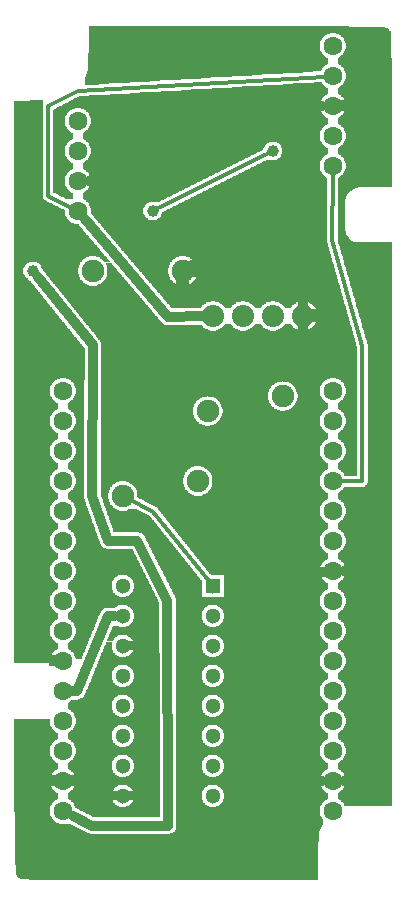
<source format=gtl>
G04 MADE WITH FRITZING*
G04 WWW.FRITZING.ORG*
G04 DOUBLE SIDED*
G04 HOLES PLATED*
G04 CONTOUR ON CENTER OF CONTOUR VECTOR*
%ASAXBY*%
%FSLAX23Y23*%
%MOIN*%
%OFA0B0*%
%SFA1.0B1.0*%
%ADD10C,0.075000*%
%ADD11C,0.047859*%
%ADD12C,0.051181*%
%ADD13C,0.039370*%
%ADD14C,0.062992*%
%ADD15C,0.073889*%
%ADD16R,0.051181X0.051181*%
%ADD17C,0.032000*%
%ADD18C,0.012000*%
%LNCOPPER1*%
G90*
G70*
G54D10*
X1218Y2807D03*
X566Y2622D03*
G54D11*
X1101Y1470D03*
X204Y1670D03*
X204Y1570D03*
X204Y1470D03*
X204Y1370D03*
X204Y1271D03*
X1101Y1570D03*
X1101Y1670D03*
X1101Y1370D03*
X204Y1171D03*
X204Y1071D03*
X204Y971D03*
X204Y871D03*
X204Y771D03*
X204Y672D03*
X204Y572D03*
X204Y472D03*
X204Y372D03*
X204Y272D03*
X1101Y971D03*
X1101Y871D03*
X1101Y771D03*
X1101Y672D03*
X1101Y572D03*
X1101Y472D03*
X1101Y372D03*
X1101Y272D03*
X1101Y1271D03*
X1101Y1171D03*
X1101Y1071D03*
G54D12*
X701Y1020D03*
X401Y1020D03*
X701Y920D03*
X401Y920D03*
X701Y820D03*
X401Y820D03*
X701Y720D03*
X401Y720D03*
X701Y620D03*
X401Y620D03*
X701Y520D03*
X401Y520D03*
X701Y420D03*
X401Y420D03*
X701Y320D03*
X401Y320D03*
X701Y1020D03*
X401Y1020D03*
X701Y920D03*
X401Y920D03*
X701Y820D03*
X401Y820D03*
X701Y720D03*
X401Y720D03*
X701Y620D03*
X401Y620D03*
X701Y520D03*
X401Y520D03*
X701Y420D03*
X401Y420D03*
X701Y320D03*
X401Y320D03*
G54D13*
X901Y2470D03*
X501Y2270D03*
G54D14*
X201Y1670D03*
X201Y1570D03*
X201Y1470D03*
X201Y1370D03*
X201Y1270D03*
X201Y1170D03*
X201Y1070D03*
X201Y970D03*
X201Y870D03*
X201Y770D03*
X201Y670D03*
X201Y570D03*
X201Y470D03*
X201Y370D03*
X201Y270D03*
X1101Y270D03*
X1101Y370D03*
X1101Y470D03*
X1101Y570D03*
X1101Y670D03*
X1101Y770D03*
X1101Y870D03*
X1101Y970D03*
X1101Y1070D03*
X1101Y1170D03*
X1101Y2420D03*
X1101Y1270D03*
X1101Y2520D03*
X1101Y1370D03*
X251Y2370D03*
X1101Y2620D03*
X1101Y1470D03*
X251Y2470D03*
X1101Y2720D03*
X1101Y1570D03*
X251Y2570D03*
X1101Y2820D03*
X1101Y1670D03*
G54D10*
X401Y1320D03*
X684Y1603D03*
X651Y1370D03*
X934Y1653D03*
X601Y2070D03*
X301Y2070D03*
G54D15*
X1001Y1920D03*
X901Y1920D03*
X801Y1920D03*
X701Y1920D03*
G54D13*
X101Y2070D03*
G54D14*
X251Y2270D03*
G54D16*
X701Y1020D03*
X701Y1020D03*
G54D17*
X1000Y2019D02*
X635Y2066D01*
D02*
X1001Y1960D02*
X1000Y2019D01*
G54D18*
D02*
X1099Y2172D02*
X1101Y2395D01*
D02*
X1200Y1819D02*
X1099Y2172D01*
D02*
X1200Y1369D02*
X1200Y1819D01*
D02*
X1118Y1370D02*
X1200Y1369D01*
D02*
X251Y2670D02*
X1076Y2718D01*
D02*
X153Y2320D02*
X153Y2619D01*
D02*
X153Y2619D02*
X251Y2670D01*
D02*
X229Y2281D02*
X153Y2320D01*
G54D17*
D02*
X300Y2371D02*
X288Y2370D01*
D02*
X350Y2369D02*
X300Y2371D01*
D02*
X1001Y2621D02*
X350Y2369D01*
D02*
X1003Y2319D02*
X630Y2088D01*
D02*
X1001Y2621D02*
X1003Y2319D01*
D02*
X1065Y2620D02*
X1001Y2621D01*
D02*
X1065Y2620D02*
X1001Y2621D01*
G54D18*
D02*
X513Y2276D02*
X889Y2464D01*
G54D17*
D02*
X250Y670D02*
X232Y671D01*
D02*
X351Y919D02*
X250Y670D01*
D02*
X371Y919D02*
X351Y919D01*
D02*
X551Y1918D02*
X662Y1919D01*
D02*
X275Y2242D02*
X551Y1918D01*
D02*
X892Y1050D02*
X1074Y1068D01*
D02*
X902Y1269D02*
X892Y1050D01*
D02*
X852Y1420D02*
X902Y1269D01*
D02*
X802Y1670D02*
X852Y1420D01*
D02*
X1002Y1821D02*
X802Y1670D01*
D02*
X1001Y1880D02*
X1002Y1821D01*
D02*
X299Y1320D02*
X302Y1822D01*
D02*
X302Y1822D02*
X117Y2051D01*
D02*
X352Y1171D02*
X299Y1320D01*
D02*
X450Y1171D02*
X352Y1171D01*
D02*
X553Y221D02*
X550Y971D01*
D02*
X299Y221D02*
X553Y221D01*
D02*
X234Y254D02*
X299Y221D01*
D02*
X550Y971D02*
X450Y1171D01*
G54D18*
D02*
X689Y1035D02*
X502Y1268D01*
D02*
X502Y1268D02*
X422Y1309D01*
G54D17*
D02*
X1202Y369D02*
X1138Y370D01*
D02*
X1202Y1070D02*
X1202Y369D01*
D02*
X1138Y1070D02*
X1202Y1070D01*
D02*
X902Y369D02*
X1065Y370D01*
D02*
X892Y1050D02*
X902Y369D01*
G36*
X288Y2885D02*
X288Y2863D01*
X1112Y2863D01*
X1112Y2861D01*
X1118Y2861D01*
X1118Y2859D01*
X1122Y2859D01*
X1122Y2857D01*
X1126Y2857D01*
X1126Y2855D01*
X1128Y2855D01*
X1128Y2853D01*
X1130Y2853D01*
X1130Y2851D01*
X1132Y2851D01*
X1132Y2849D01*
X1134Y2849D01*
X1134Y2847D01*
X1136Y2847D01*
X1136Y2845D01*
X1138Y2845D01*
X1138Y2841D01*
X1140Y2841D01*
X1140Y2837D01*
X1142Y2837D01*
X1142Y2831D01*
X1144Y2831D01*
X1144Y2809D01*
X1142Y2809D01*
X1142Y2803D01*
X1140Y2803D01*
X1140Y2799D01*
X1138Y2799D01*
X1138Y2795D01*
X1136Y2795D01*
X1136Y2793D01*
X1134Y2793D01*
X1134Y2791D01*
X1132Y2791D01*
X1132Y2789D01*
X1130Y2789D01*
X1130Y2787D01*
X1128Y2787D01*
X1128Y2785D01*
X1126Y2785D01*
X1126Y2783D01*
X1122Y2783D01*
X1122Y2781D01*
X1118Y2781D01*
X1118Y2759D01*
X1122Y2759D01*
X1122Y2757D01*
X1126Y2757D01*
X1126Y2755D01*
X1128Y2755D01*
X1128Y2753D01*
X1130Y2753D01*
X1130Y2751D01*
X1132Y2751D01*
X1132Y2749D01*
X1134Y2749D01*
X1134Y2747D01*
X1136Y2747D01*
X1136Y2745D01*
X1138Y2745D01*
X1138Y2741D01*
X1140Y2741D01*
X1140Y2737D01*
X1142Y2737D01*
X1142Y2731D01*
X1144Y2731D01*
X1144Y2709D01*
X1142Y2709D01*
X1142Y2703D01*
X1140Y2703D01*
X1140Y2699D01*
X1138Y2699D01*
X1138Y2695D01*
X1136Y2695D01*
X1136Y2693D01*
X1134Y2693D01*
X1134Y2691D01*
X1132Y2691D01*
X1132Y2689D01*
X1130Y2689D01*
X1130Y2687D01*
X1128Y2687D01*
X1128Y2685D01*
X1126Y2685D01*
X1126Y2683D01*
X1122Y2683D01*
X1122Y2681D01*
X1118Y2681D01*
X1118Y2659D01*
X1122Y2659D01*
X1122Y2657D01*
X1126Y2657D01*
X1126Y2655D01*
X1128Y2655D01*
X1128Y2653D01*
X1130Y2653D01*
X1130Y2651D01*
X1132Y2651D01*
X1132Y2649D01*
X1134Y2649D01*
X1134Y2647D01*
X1136Y2647D01*
X1136Y2645D01*
X1138Y2645D01*
X1138Y2641D01*
X1140Y2641D01*
X1140Y2637D01*
X1142Y2637D01*
X1142Y2631D01*
X1144Y2631D01*
X1144Y2609D01*
X1142Y2609D01*
X1142Y2603D01*
X1140Y2603D01*
X1140Y2599D01*
X1138Y2599D01*
X1138Y2595D01*
X1136Y2595D01*
X1136Y2593D01*
X1134Y2593D01*
X1134Y2591D01*
X1132Y2591D01*
X1132Y2589D01*
X1130Y2589D01*
X1130Y2587D01*
X1128Y2587D01*
X1128Y2585D01*
X1126Y2585D01*
X1126Y2583D01*
X1122Y2583D01*
X1122Y2581D01*
X1118Y2581D01*
X1118Y2559D01*
X1122Y2559D01*
X1122Y2557D01*
X1126Y2557D01*
X1126Y2555D01*
X1128Y2555D01*
X1128Y2553D01*
X1130Y2553D01*
X1130Y2551D01*
X1132Y2551D01*
X1132Y2549D01*
X1134Y2549D01*
X1134Y2547D01*
X1136Y2547D01*
X1136Y2545D01*
X1138Y2545D01*
X1138Y2541D01*
X1140Y2541D01*
X1140Y2537D01*
X1142Y2537D01*
X1142Y2531D01*
X1144Y2531D01*
X1144Y2509D01*
X1142Y2509D01*
X1142Y2503D01*
X1140Y2503D01*
X1140Y2499D01*
X1138Y2499D01*
X1138Y2495D01*
X1136Y2495D01*
X1136Y2493D01*
X1134Y2493D01*
X1134Y2491D01*
X1132Y2491D01*
X1132Y2489D01*
X1130Y2489D01*
X1130Y2487D01*
X1128Y2487D01*
X1128Y2485D01*
X1126Y2485D01*
X1126Y2483D01*
X1122Y2483D01*
X1122Y2481D01*
X1118Y2481D01*
X1118Y2459D01*
X1122Y2459D01*
X1122Y2457D01*
X1126Y2457D01*
X1126Y2455D01*
X1128Y2455D01*
X1128Y2453D01*
X1130Y2453D01*
X1130Y2451D01*
X1132Y2451D01*
X1132Y2449D01*
X1134Y2449D01*
X1134Y2447D01*
X1136Y2447D01*
X1136Y2445D01*
X1138Y2445D01*
X1138Y2441D01*
X1140Y2441D01*
X1140Y2437D01*
X1142Y2437D01*
X1142Y2431D01*
X1144Y2431D01*
X1144Y2409D01*
X1142Y2409D01*
X1142Y2403D01*
X1140Y2403D01*
X1140Y2399D01*
X1138Y2399D01*
X1138Y2395D01*
X1136Y2395D01*
X1136Y2393D01*
X1134Y2393D01*
X1134Y2391D01*
X1132Y2391D01*
X1132Y2389D01*
X1130Y2389D01*
X1130Y2387D01*
X1128Y2387D01*
X1128Y2385D01*
X1126Y2385D01*
X1126Y2383D01*
X1122Y2383D01*
X1122Y2381D01*
X1118Y2381D01*
X1118Y2351D01*
X1278Y2351D01*
X1278Y2349D01*
X1298Y2349D01*
X1298Y2779D01*
X1296Y2779D01*
X1296Y2857D01*
X1294Y2857D01*
X1294Y2869D01*
X1292Y2869D01*
X1292Y2871D01*
X1290Y2871D01*
X1290Y2875D01*
X1288Y2875D01*
X1288Y2877D01*
X1286Y2877D01*
X1286Y2879D01*
X1284Y2879D01*
X1284Y2881D01*
X1274Y2881D01*
X1274Y2883D01*
X1154Y2883D01*
X1154Y2885D01*
X288Y2885D01*
G37*
D02*
G36*
X288Y2863D02*
X288Y2795D01*
X286Y2795D01*
X286Y2751D01*
X284Y2751D01*
X284Y2735D01*
X282Y2735D01*
X282Y2727D01*
X280Y2727D01*
X280Y2721D01*
X278Y2721D01*
X278Y2715D01*
X276Y2715D01*
X276Y2709D01*
X274Y2709D01*
X274Y2691D01*
X322Y2691D01*
X322Y2693D01*
X356Y2693D01*
X356Y2695D01*
X390Y2695D01*
X390Y2697D01*
X424Y2697D01*
X424Y2699D01*
X458Y2699D01*
X458Y2701D01*
X492Y2701D01*
X492Y2703D01*
X526Y2703D01*
X526Y2705D01*
X560Y2705D01*
X560Y2707D01*
X594Y2707D01*
X594Y2709D01*
X628Y2709D01*
X628Y2711D01*
X662Y2711D01*
X662Y2713D01*
X696Y2713D01*
X696Y2715D01*
X730Y2715D01*
X730Y2717D01*
X764Y2717D01*
X764Y2719D01*
X798Y2719D01*
X798Y2721D01*
X832Y2721D01*
X832Y2723D01*
X866Y2723D01*
X866Y2725D01*
X900Y2725D01*
X900Y2727D01*
X934Y2727D01*
X934Y2729D01*
X968Y2729D01*
X968Y2731D01*
X1002Y2731D01*
X1002Y2733D01*
X1036Y2733D01*
X1036Y2735D01*
X1062Y2735D01*
X1062Y2739D01*
X1064Y2739D01*
X1064Y2743D01*
X1066Y2743D01*
X1066Y2747D01*
X1068Y2747D01*
X1068Y2749D01*
X1070Y2749D01*
X1070Y2751D01*
X1072Y2751D01*
X1072Y2753D01*
X1074Y2753D01*
X1074Y2755D01*
X1078Y2755D01*
X1078Y2757D01*
X1082Y2757D01*
X1082Y2759D01*
X1084Y2759D01*
X1084Y2781D01*
X1080Y2781D01*
X1080Y2783D01*
X1076Y2783D01*
X1076Y2785D01*
X1074Y2785D01*
X1074Y2787D01*
X1072Y2787D01*
X1072Y2789D01*
X1070Y2789D01*
X1070Y2791D01*
X1068Y2791D01*
X1068Y2793D01*
X1066Y2793D01*
X1066Y2797D01*
X1064Y2797D01*
X1064Y2799D01*
X1062Y2799D01*
X1062Y2803D01*
X1060Y2803D01*
X1060Y2811D01*
X1058Y2811D01*
X1058Y2829D01*
X1060Y2829D01*
X1060Y2835D01*
X1062Y2835D01*
X1062Y2839D01*
X1064Y2839D01*
X1064Y2843D01*
X1066Y2843D01*
X1066Y2847D01*
X1068Y2847D01*
X1068Y2849D01*
X1070Y2849D01*
X1070Y2851D01*
X1072Y2851D01*
X1072Y2853D01*
X1074Y2853D01*
X1074Y2855D01*
X1078Y2855D01*
X1078Y2857D01*
X1082Y2857D01*
X1082Y2859D01*
X1084Y2859D01*
X1084Y2861D01*
X1092Y2861D01*
X1092Y2863D01*
X288Y2863D01*
G37*
D02*
G36*
X1118Y2351D02*
X1118Y2167D01*
X1120Y2167D01*
X1120Y2161D01*
X1122Y2161D01*
X1122Y2153D01*
X1124Y2153D01*
X1124Y2147D01*
X1126Y2147D01*
X1126Y2139D01*
X1128Y2139D01*
X1128Y2133D01*
X1130Y2133D01*
X1130Y2125D01*
X1132Y2125D01*
X1132Y2119D01*
X1134Y2119D01*
X1134Y2111D01*
X1136Y2111D01*
X1136Y2105D01*
X1138Y2105D01*
X1138Y2097D01*
X1140Y2097D01*
X1140Y2091D01*
X1142Y2091D01*
X1142Y2083D01*
X1144Y2083D01*
X1144Y2077D01*
X1146Y2077D01*
X1146Y2069D01*
X1148Y2069D01*
X1148Y2063D01*
X1150Y2063D01*
X1150Y2055D01*
X1152Y2055D01*
X1152Y2049D01*
X1154Y2049D01*
X1154Y2041D01*
X1156Y2041D01*
X1156Y2035D01*
X1158Y2035D01*
X1158Y2027D01*
X1160Y2027D01*
X1160Y2021D01*
X1162Y2021D01*
X1162Y2013D01*
X1164Y2013D01*
X1164Y2007D01*
X1166Y2007D01*
X1166Y1999D01*
X1168Y1999D01*
X1168Y1993D01*
X1170Y1993D01*
X1170Y1985D01*
X1172Y1985D01*
X1172Y1979D01*
X1174Y1979D01*
X1174Y1971D01*
X1176Y1971D01*
X1176Y1965D01*
X1178Y1965D01*
X1178Y1957D01*
X1180Y1957D01*
X1180Y1951D01*
X1182Y1951D01*
X1182Y1943D01*
X1184Y1943D01*
X1184Y1937D01*
X1186Y1937D01*
X1186Y1929D01*
X1188Y1929D01*
X1188Y1923D01*
X1190Y1923D01*
X1190Y1915D01*
X1192Y1915D01*
X1192Y1909D01*
X1194Y1909D01*
X1194Y1901D01*
X1196Y1901D01*
X1196Y1895D01*
X1198Y1895D01*
X1198Y1887D01*
X1200Y1887D01*
X1200Y1881D01*
X1202Y1881D01*
X1202Y1873D01*
X1204Y1873D01*
X1204Y1867D01*
X1206Y1867D01*
X1206Y1859D01*
X1208Y1859D01*
X1208Y1853D01*
X1210Y1853D01*
X1210Y1845D01*
X1212Y1845D01*
X1212Y1839D01*
X1214Y1839D01*
X1214Y1831D01*
X1216Y1831D01*
X1216Y1825D01*
X1218Y1825D01*
X1218Y1363D01*
X1216Y1363D01*
X1216Y1359D01*
X1214Y1359D01*
X1214Y1357D01*
X1212Y1357D01*
X1212Y1355D01*
X1210Y1355D01*
X1210Y1353D01*
X1208Y1353D01*
X1208Y1351D01*
X1140Y1351D01*
X1140Y1349D01*
X1138Y1349D01*
X1138Y1345D01*
X1136Y1345D01*
X1136Y1343D01*
X1134Y1343D01*
X1134Y1341D01*
X1132Y1341D01*
X1132Y1339D01*
X1130Y1339D01*
X1130Y1337D01*
X1128Y1337D01*
X1128Y1335D01*
X1126Y1335D01*
X1126Y1333D01*
X1122Y1333D01*
X1122Y1331D01*
X1118Y1331D01*
X1118Y1309D01*
X1122Y1309D01*
X1122Y1307D01*
X1126Y1307D01*
X1126Y1305D01*
X1128Y1305D01*
X1128Y1303D01*
X1130Y1303D01*
X1130Y1301D01*
X1132Y1301D01*
X1132Y1299D01*
X1134Y1299D01*
X1134Y1297D01*
X1136Y1297D01*
X1136Y1295D01*
X1138Y1295D01*
X1138Y1291D01*
X1140Y1291D01*
X1140Y1287D01*
X1142Y1287D01*
X1142Y1281D01*
X1144Y1281D01*
X1144Y1259D01*
X1142Y1259D01*
X1142Y1253D01*
X1140Y1253D01*
X1140Y1249D01*
X1138Y1249D01*
X1138Y1245D01*
X1136Y1245D01*
X1136Y1243D01*
X1134Y1243D01*
X1134Y1241D01*
X1132Y1241D01*
X1132Y1239D01*
X1130Y1239D01*
X1130Y1237D01*
X1128Y1237D01*
X1128Y1235D01*
X1126Y1235D01*
X1126Y1233D01*
X1122Y1233D01*
X1122Y1231D01*
X1118Y1231D01*
X1118Y1209D01*
X1122Y1209D01*
X1122Y1207D01*
X1126Y1207D01*
X1126Y1205D01*
X1128Y1205D01*
X1128Y1203D01*
X1130Y1203D01*
X1130Y1201D01*
X1132Y1201D01*
X1132Y1199D01*
X1134Y1199D01*
X1134Y1197D01*
X1136Y1197D01*
X1136Y1195D01*
X1138Y1195D01*
X1138Y1191D01*
X1140Y1191D01*
X1140Y1187D01*
X1142Y1187D01*
X1142Y1181D01*
X1144Y1181D01*
X1144Y1159D01*
X1142Y1159D01*
X1142Y1153D01*
X1140Y1153D01*
X1140Y1149D01*
X1138Y1149D01*
X1138Y1145D01*
X1136Y1145D01*
X1136Y1143D01*
X1134Y1143D01*
X1134Y1141D01*
X1132Y1141D01*
X1132Y1139D01*
X1130Y1139D01*
X1130Y1137D01*
X1128Y1137D01*
X1128Y1135D01*
X1126Y1135D01*
X1126Y1133D01*
X1122Y1133D01*
X1122Y1131D01*
X1118Y1131D01*
X1118Y1109D01*
X1122Y1109D01*
X1122Y1107D01*
X1126Y1107D01*
X1126Y1105D01*
X1128Y1105D01*
X1128Y1103D01*
X1130Y1103D01*
X1130Y1101D01*
X1132Y1101D01*
X1132Y1099D01*
X1134Y1099D01*
X1134Y1097D01*
X1136Y1097D01*
X1136Y1095D01*
X1138Y1095D01*
X1138Y1091D01*
X1140Y1091D01*
X1140Y1087D01*
X1142Y1087D01*
X1142Y1081D01*
X1144Y1081D01*
X1144Y1059D01*
X1142Y1059D01*
X1142Y1053D01*
X1140Y1053D01*
X1140Y1049D01*
X1138Y1049D01*
X1138Y1045D01*
X1136Y1045D01*
X1136Y1043D01*
X1134Y1043D01*
X1134Y1041D01*
X1132Y1041D01*
X1132Y1039D01*
X1130Y1039D01*
X1130Y1037D01*
X1128Y1037D01*
X1128Y1035D01*
X1126Y1035D01*
X1126Y1033D01*
X1122Y1033D01*
X1122Y1031D01*
X1118Y1031D01*
X1118Y1009D01*
X1122Y1009D01*
X1122Y1007D01*
X1126Y1007D01*
X1126Y1005D01*
X1128Y1005D01*
X1128Y1003D01*
X1130Y1003D01*
X1130Y1001D01*
X1132Y1001D01*
X1132Y999D01*
X1134Y999D01*
X1134Y997D01*
X1136Y997D01*
X1136Y995D01*
X1138Y995D01*
X1138Y991D01*
X1140Y991D01*
X1140Y987D01*
X1142Y987D01*
X1142Y981D01*
X1144Y981D01*
X1144Y959D01*
X1142Y959D01*
X1142Y953D01*
X1140Y953D01*
X1140Y949D01*
X1138Y949D01*
X1138Y945D01*
X1136Y945D01*
X1136Y943D01*
X1134Y943D01*
X1134Y941D01*
X1132Y941D01*
X1132Y939D01*
X1130Y939D01*
X1130Y937D01*
X1128Y937D01*
X1128Y935D01*
X1126Y935D01*
X1126Y933D01*
X1122Y933D01*
X1122Y931D01*
X1118Y931D01*
X1118Y909D01*
X1122Y909D01*
X1122Y907D01*
X1126Y907D01*
X1126Y905D01*
X1128Y905D01*
X1128Y903D01*
X1130Y903D01*
X1130Y901D01*
X1132Y901D01*
X1132Y899D01*
X1134Y899D01*
X1134Y897D01*
X1136Y897D01*
X1136Y895D01*
X1138Y895D01*
X1138Y891D01*
X1140Y891D01*
X1140Y887D01*
X1142Y887D01*
X1142Y881D01*
X1144Y881D01*
X1144Y859D01*
X1142Y859D01*
X1142Y853D01*
X1140Y853D01*
X1140Y849D01*
X1138Y849D01*
X1138Y845D01*
X1136Y845D01*
X1136Y843D01*
X1134Y843D01*
X1134Y841D01*
X1132Y841D01*
X1132Y839D01*
X1130Y839D01*
X1130Y837D01*
X1128Y837D01*
X1128Y835D01*
X1126Y835D01*
X1126Y833D01*
X1122Y833D01*
X1122Y831D01*
X1118Y831D01*
X1118Y809D01*
X1122Y809D01*
X1122Y807D01*
X1126Y807D01*
X1126Y805D01*
X1128Y805D01*
X1128Y803D01*
X1130Y803D01*
X1130Y801D01*
X1132Y801D01*
X1132Y799D01*
X1134Y799D01*
X1134Y797D01*
X1136Y797D01*
X1136Y795D01*
X1138Y795D01*
X1138Y791D01*
X1140Y791D01*
X1140Y787D01*
X1142Y787D01*
X1142Y781D01*
X1144Y781D01*
X1144Y759D01*
X1142Y759D01*
X1142Y753D01*
X1140Y753D01*
X1140Y749D01*
X1138Y749D01*
X1138Y745D01*
X1136Y745D01*
X1136Y743D01*
X1134Y743D01*
X1134Y741D01*
X1132Y741D01*
X1132Y739D01*
X1130Y739D01*
X1130Y737D01*
X1128Y737D01*
X1128Y735D01*
X1126Y735D01*
X1126Y733D01*
X1122Y733D01*
X1122Y731D01*
X1118Y731D01*
X1118Y709D01*
X1122Y709D01*
X1122Y707D01*
X1126Y707D01*
X1126Y705D01*
X1128Y705D01*
X1128Y703D01*
X1130Y703D01*
X1130Y701D01*
X1132Y701D01*
X1132Y699D01*
X1134Y699D01*
X1134Y697D01*
X1136Y697D01*
X1136Y695D01*
X1138Y695D01*
X1138Y691D01*
X1140Y691D01*
X1140Y687D01*
X1142Y687D01*
X1142Y681D01*
X1144Y681D01*
X1144Y659D01*
X1142Y659D01*
X1142Y653D01*
X1140Y653D01*
X1140Y649D01*
X1138Y649D01*
X1138Y645D01*
X1136Y645D01*
X1136Y643D01*
X1134Y643D01*
X1134Y641D01*
X1132Y641D01*
X1132Y639D01*
X1130Y639D01*
X1130Y637D01*
X1128Y637D01*
X1128Y635D01*
X1126Y635D01*
X1126Y633D01*
X1122Y633D01*
X1122Y631D01*
X1118Y631D01*
X1118Y609D01*
X1122Y609D01*
X1122Y607D01*
X1126Y607D01*
X1126Y605D01*
X1128Y605D01*
X1128Y603D01*
X1130Y603D01*
X1130Y601D01*
X1132Y601D01*
X1132Y599D01*
X1134Y599D01*
X1134Y597D01*
X1136Y597D01*
X1136Y595D01*
X1138Y595D01*
X1138Y591D01*
X1140Y591D01*
X1140Y587D01*
X1142Y587D01*
X1142Y581D01*
X1144Y581D01*
X1144Y559D01*
X1142Y559D01*
X1142Y553D01*
X1140Y553D01*
X1140Y549D01*
X1138Y549D01*
X1138Y545D01*
X1136Y545D01*
X1136Y543D01*
X1134Y543D01*
X1134Y541D01*
X1132Y541D01*
X1132Y539D01*
X1130Y539D01*
X1130Y537D01*
X1128Y537D01*
X1128Y535D01*
X1126Y535D01*
X1126Y533D01*
X1122Y533D01*
X1122Y531D01*
X1118Y531D01*
X1118Y509D01*
X1122Y509D01*
X1122Y507D01*
X1126Y507D01*
X1126Y505D01*
X1128Y505D01*
X1128Y503D01*
X1130Y503D01*
X1130Y501D01*
X1132Y501D01*
X1132Y499D01*
X1134Y499D01*
X1134Y497D01*
X1136Y497D01*
X1136Y495D01*
X1138Y495D01*
X1138Y491D01*
X1140Y491D01*
X1140Y487D01*
X1142Y487D01*
X1142Y481D01*
X1144Y481D01*
X1144Y459D01*
X1142Y459D01*
X1142Y453D01*
X1140Y453D01*
X1140Y449D01*
X1138Y449D01*
X1138Y445D01*
X1136Y445D01*
X1136Y443D01*
X1134Y443D01*
X1134Y441D01*
X1132Y441D01*
X1132Y439D01*
X1130Y439D01*
X1130Y437D01*
X1128Y437D01*
X1128Y435D01*
X1126Y435D01*
X1126Y433D01*
X1122Y433D01*
X1122Y431D01*
X1118Y431D01*
X1118Y409D01*
X1122Y409D01*
X1122Y407D01*
X1126Y407D01*
X1126Y405D01*
X1128Y405D01*
X1128Y403D01*
X1130Y403D01*
X1130Y401D01*
X1132Y401D01*
X1132Y399D01*
X1134Y399D01*
X1134Y397D01*
X1136Y397D01*
X1136Y395D01*
X1138Y395D01*
X1138Y391D01*
X1140Y391D01*
X1140Y387D01*
X1142Y387D01*
X1142Y381D01*
X1144Y381D01*
X1144Y359D01*
X1142Y359D01*
X1142Y353D01*
X1140Y353D01*
X1140Y349D01*
X1138Y349D01*
X1138Y345D01*
X1136Y345D01*
X1136Y343D01*
X1134Y343D01*
X1134Y341D01*
X1132Y341D01*
X1132Y339D01*
X1130Y339D01*
X1130Y337D01*
X1128Y337D01*
X1128Y335D01*
X1126Y335D01*
X1126Y333D01*
X1122Y333D01*
X1122Y331D01*
X1118Y331D01*
X1118Y309D01*
X1122Y309D01*
X1122Y307D01*
X1126Y307D01*
X1126Y305D01*
X1128Y305D01*
X1128Y303D01*
X1130Y303D01*
X1130Y301D01*
X1132Y301D01*
X1132Y299D01*
X1134Y299D01*
X1134Y297D01*
X1136Y297D01*
X1136Y295D01*
X1138Y295D01*
X1138Y291D01*
X1140Y291D01*
X1140Y287D01*
X1142Y287D01*
X1142Y285D01*
X1202Y285D01*
X1202Y287D01*
X1298Y287D01*
X1298Y2165D01*
X1176Y2165D01*
X1176Y2167D01*
X1170Y2167D01*
X1170Y2169D01*
X1166Y2169D01*
X1166Y2171D01*
X1162Y2171D01*
X1162Y2173D01*
X1160Y2173D01*
X1160Y2175D01*
X1158Y2175D01*
X1158Y2177D01*
X1156Y2177D01*
X1156Y2179D01*
X1154Y2179D01*
X1154Y2183D01*
X1152Y2183D01*
X1152Y2185D01*
X1150Y2185D01*
X1150Y2189D01*
X1148Y2189D01*
X1148Y2191D01*
X1146Y2191D01*
X1146Y2197D01*
X1144Y2197D01*
X1144Y2203D01*
X1142Y2203D01*
X1142Y2309D01*
X1144Y2309D01*
X1144Y2317D01*
X1146Y2317D01*
X1146Y2321D01*
X1148Y2321D01*
X1148Y2325D01*
X1150Y2325D01*
X1150Y2327D01*
X1152Y2327D01*
X1152Y2329D01*
X1154Y2329D01*
X1154Y2331D01*
X1156Y2331D01*
X1156Y2333D01*
X1158Y2333D01*
X1158Y2335D01*
X1160Y2335D01*
X1160Y2337D01*
X1164Y2337D01*
X1164Y2339D01*
X1166Y2339D01*
X1166Y2341D01*
X1170Y2341D01*
X1170Y2343D01*
X1174Y2343D01*
X1174Y2345D01*
X1178Y2345D01*
X1178Y2347D01*
X1184Y2347D01*
X1184Y2349D01*
X1194Y2349D01*
X1194Y2351D01*
X1118Y2351D01*
G37*
D02*
G36*
X1038Y2699D02*
X1038Y2697D01*
X1004Y2697D01*
X1004Y2695D01*
X970Y2695D01*
X970Y2693D01*
X936Y2693D01*
X936Y2691D01*
X902Y2691D01*
X902Y2689D01*
X868Y2689D01*
X868Y2687D01*
X834Y2687D01*
X834Y2685D01*
X800Y2685D01*
X800Y2683D01*
X766Y2683D01*
X766Y2681D01*
X732Y2681D01*
X732Y2679D01*
X698Y2679D01*
X698Y2677D01*
X664Y2677D01*
X664Y2675D01*
X630Y2675D01*
X630Y2673D01*
X596Y2673D01*
X596Y2671D01*
X562Y2671D01*
X562Y2669D01*
X528Y2669D01*
X528Y2667D01*
X494Y2667D01*
X494Y2665D01*
X460Y2665D01*
X460Y2663D01*
X426Y2663D01*
X426Y2661D01*
X392Y2661D01*
X392Y2659D01*
X358Y2659D01*
X358Y2657D01*
X324Y2657D01*
X324Y2655D01*
X290Y2655D01*
X290Y2653D01*
X256Y2653D01*
X256Y2651D01*
X252Y2651D01*
X252Y2649D01*
X248Y2649D01*
X248Y2647D01*
X244Y2647D01*
X244Y2645D01*
X240Y2645D01*
X240Y2643D01*
X236Y2643D01*
X236Y2641D01*
X234Y2641D01*
X234Y2639D01*
X230Y2639D01*
X230Y2637D01*
X226Y2637D01*
X226Y2635D01*
X222Y2635D01*
X222Y2633D01*
X218Y2633D01*
X218Y2631D01*
X214Y2631D01*
X214Y2629D01*
X210Y2629D01*
X210Y2627D01*
X206Y2627D01*
X206Y2625D01*
X202Y2625D01*
X202Y2623D01*
X198Y2623D01*
X198Y2621D01*
X194Y2621D01*
X194Y2619D01*
X190Y2619D01*
X190Y2617D01*
X186Y2617D01*
X186Y2615D01*
X182Y2615D01*
X182Y2613D01*
X262Y2613D01*
X262Y2611D01*
X268Y2611D01*
X268Y2609D01*
X272Y2609D01*
X272Y2607D01*
X276Y2607D01*
X276Y2605D01*
X278Y2605D01*
X278Y2603D01*
X280Y2603D01*
X280Y2601D01*
X282Y2601D01*
X282Y2599D01*
X284Y2599D01*
X284Y2597D01*
X286Y2597D01*
X286Y2595D01*
X288Y2595D01*
X288Y2591D01*
X290Y2591D01*
X290Y2587D01*
X292Y2587D01*
X292Y2581D01*
X294Y2581D01*
X294Y2559D01*
X292Y2559D01*
X292Y2553D01*
X290Y2553D01*
X290Y2549D01*
X288Y2549D01*
X288Y2545D01*
X286Y2545D01*
X286Y2543D01*
X284Y2543D01*
X284Y2541D01*
X282Y2541D01*
X282Y2539D01*
X280Y2539D01*
X280Y2537D01*
X278Y2537D01*
X278Y2535D01*
X276Y2535D01*
X276Y2533D01*
X272Y2533D01*
X272Y2531D01*
X268Y2531D01*
X268Y2509D01*
X272Y2509D01*
X272Y2507D01*
X276Y2507D01*
X276Y2505D01*
X278Y2505D01*
X278Y2503D01*
X280Y2503D01*
X280Y2501D01*
X910Y2501D01*
X910Y2499D01*
X916Y2499D01*
X916Y2497D01*
X918Y2497D01*
X918Y2495D01*
X922Y2495D01*
X922Y2493D01*
X924Y2493D01*
X924Y2491D01*
X926Y2491D01*
X926Y2489D01*
X928Y2489D01*
X928Y2485D01*
X930Y2485D01*
X930Y2481D01*
X932Y2481D01*
X932Y2459D01*
X930Y2459D01*
X930Y2455D01*
X928Y2455D01*
X928Y2451D01*
X926Y2451D01*
X926Y2449D01*
X924Y2449D01*
X924Y2447D01*
X922Y2447D01*
X922Y2445D01*
X920Y2445D01*
X920Y2443D01*
X916Y2443D01*
X916Y2441D01*
X912Y2441D01*
X912Y2439D01*
X878Y2439D01*
X878Y2437D01*
X874Y2437D01*
X874Y2435D01*
X870Y2435D01*
X870Y2433D01*
X866Y2433D01*
X866Y2431D01*
X862Y2431D01*
X862Y2429D01*
X858Y2429D01*
X858Y2427D01*
X854Y2427D01*
X854Y2425D01*
X850Y2425D01*
X850Y2423D01*
X846Y2423D01*
X846Y2421D01*
X842Y2421D01*
X842Y2419D01*
X838Y2419D01*
X838Y2417D01*
X834Y2417D01*
X834Y2415D01*
X830Y2415D01*
X830Y2413D01*
X826Y2413D01*
X826Y2411D01*
X822Y2411D01*
X822Y2409D01*
X818Y2409D01*
X818Y2407D01*
X814Y2407D01*
X814Y2405D01*
X810Y2405D01*
X810Y2403D01*
X806Y2403D01*
X806Y2401D01*
X802Y2401D01*
X802Y2399D01*
X798Y2399D01*
X798Y2397D01*
X794Y2397D01*
X794Y2395D01*
X790Y2395D01*
X790Y2393D01*
X786Y2393D01*
X786Y2391D01*
X782Y2391D01*
X782Y2389D01*
X778Y2389D01*
X778Y2387D01*
X774Y2387D01*
X774Y2385D01*
X770Y2385D01*
X770Y2383D01*
X766Y2383D01*
X766Y2381D01*
X762Y2381D01*
X762Y2379D01*
X758Y2379D01*
X758Y2377D01*
X754Y2377D01*
X754Y2375D01*
X750Y2375D01*
X750Y2373D01*
X746Y2373D01*
X746Y2371D01*
X742Y2371D01*
X742Y2369D01*
X738Y2369D01*
X738Y2367D01*
X734Y2367D01*
X734Y2365D01*
X730Y2365D01*
X730Y2363D01*
X726Y2363D01*
X726Y2361D01*
X722Y2361D01*
X722Y2359D01*
X718Y2359D01*
X718Y2357D01*
X714Y2357D01*
X714Y2355D01*
X710Y2355D01*
X710Y2353D01*
X706Y2353D01*
X706Y2351D01*
X702Y2351D01*
X702Y2349D01*
X698Y2349D01*
X698Y2347D01*
X694Y2347D01*
X694Y2345D01*
X690Y2345D01*
X690Y2343D01*
X686Y2343D01*
X686Y2341D01*
X682Y2341D01*
X682Y2339D01*
X678Y2339D01*
X678Y2337D01*
X674Y2337D01*
X674Y2335D01*
X670Y2335D01*
X670Y2333D01*
X666Y2333D01*
X666Y2331D01*
X662Y2331D01*
X662Y2329D01*
X658Y2329D01*
X658Y2327D01*
X654Y2327D01*
X654Y2325D01*
X650Y2325D01*
X650Y2323D01*
X646Y2323D01*
X646Y2321D01*
X642Y2321D01*
X642Y2319D01*
X638Y2319D01*
X638Y2317D01*
X634Y2317D01*
X634Y2315D01*
X630Y2315D01*
X630Y2313D01*
X626Y2313D01*
X626Y2311D01*
X622Y2311D01*
X622Y2309D01*
X618Y2309D01*
X618Y2307D01*
X614Y2307D01*
X614Y2305D01*
X610Y2305D01*
X610Y2303D01*
X606Y2303D01*
X606Y2301D01*
X602Y2301D01*
X602Y2299D01*
X598Y2299D01*
X598Y2297D01*
X594Y2297D01*
X594Y2295D01*
X590Y2295D01*
X590Y2293D01*
X586Y2293D01*
X586Y2291D01*
X582Y2291D01*
X582Y2289D01*
X578Y2289D01*
X578Y2287D01*
X574Y2287D01*
X574Y2285D01*
X570Y2285D01*
X570Y2283D01*
X566Y2283D01*
X566Y2281D01*
X562Y2281D01*
X562Y2279D01*
X558Y2279D01*
X558Y2277D01*
X554Y2277D01*
X554Y2275D01*
X550Y2275D01*
X550Y2273D01*
X546Y2273D01*
X546Y2271D01*
X542Y2271D01*
X542Y2269D01*
X538Y2269D01*
X538Y2267D01*
X534Y2267D01*
X534Y2265D01*
X532Y2265D01*
X532Y2259D01*
X530Y2259D01*
X530Y2255D01*
X528Y2255D01*
X528Y2251D01*
X526Y2251D01*
X526Y2249D01*
X524Y2249D01*
X524Y2247D01*
X522Y2247D01*
X522Y2245D01*
X520Y2245D01*
X520Y2243D01*
X516Y2243D01*
X516Y2241D01*
X512Y2241D01*
X512Y2239D01*
X1082Y2239D01*
X1082Y2381D01*
X1080Y2381D01*
X1080Y2383D01*
X1076Y2383D01*
X1076Y2385D01*
X1074Y2385D01*
X1074Y2387D01*
X1072Y2387D01*
X1072Y2389D01*
X1070Y2389D01*
X1070Y2391D01*
X1068Y2391D01*
X1068Y2393D01*
X1066Y2393D01*
X1066Y2397D01*
X1064Y2397D01*
X1064Y2399D01*
X1062Y2399D01*
X1062Y2403D01*
X1060Y2403D01*
X1060Y2411D01*
X1058Y2411D01*
X1058Y2429D01*
X1060Y2429D01*
X1060Y2435D01*
X1062Y2435D01*
X1062Y2439D01*
X1064Y2439D01*
X1064Y2443D01*
X1066Y2443D01*
X1066Y2447D01*
X1068Y2447D01*
X1068Y2449D01*
X1070Y2449D01*
X1070Y2451D01*
X1072Y2451D01*
X1072Y2453D01*
X1074Y2453D01*
X1074Y2455D01*
X1078Y2455D01*
X1078Y2457D01*
X1082Y2457D01*
X1082Y2459D01*
X1084Y2459D01*
X1084Y2481D01*
X1080Y2481D01*
X1080Y2483D01*
X1076Y2483D01*
X1076Y2485D01*
X1074Y2485D01*
X1074Y2487D01*
X1072Y2487D01*
X1072Y2489D01*
X1070Y2489D01*
X1070Y2491D01*
X1068Y2491D01*
X1068Y2493D01*
X1066Y2493D01*
X1066Y2497D01*
X1064Y2497D01*
X1064Y2499D01*
X1062Y2499D01*
X1062Y2503D01*
X1060Y2503D01*
X1060Y2511D01*
X1058Y2511D01*
X1058Y2529D01*
X1060Y2529D01*
X1060Y2535D01*
X1062Y2535D01*
X1062Y2539D01*
X1064Y2539D01*
X1064Y2543D01*
X1066Y2543D01*
X1066Y2547D01*
X1068Y2547D01*
X1068Y2549D01*
X1070Y2549D01*
X1070Y2551D01*
X1072Y2551D01*
X1072Y2553D01*
X1074Y2553D01*
X1074Y2555D01*
X1078Y2555D01*
X1078Y2557D01*
X1082Y2557D01*
X1082Y2559D01*
X1084Y2559D01*
X1084Y2581D01*
X1080Y2581D01*
X1080Y2583D01*
X1076Y2583D01*
X1076Y2585D01*
X1074Y2585D01*
X1074Y2587D01*
X1072Y2587D01*
X1072Y2589D01*
X1070Y2589D01*
X1070Y2591D01*
X1068Y2591D01*
X1068Y2593D01*
X1066Y2593D01*
X1066Y2597D01*
X1064Y2597D01*
X1064Y2599D01*
X1062Y2599D01*
X1062Y2603D01*
X1060Y2603D01*
X1060Y2611D01*
X1058Y2611D01*
X1058Y2629D01*
X1060Y2629D01*
X1060Y2635D01*
X1062Y2635D01*
X1062Y2639D01*
X1064Y2639D01*
X1064Y2643D01*
X1066Y2643D01*
X1066Y2647D01*
X1068Y2647D01*
X1068Y2649D01*
X1070Y2649D01*
X1070Y2651D01*
X1072Y2651D01*
X1072Y2653D01*
X1074Y2653D01*
X1074Y2655D01*
X1078Y2655D01*
X1078Y2657D01*
X1082Y2657D01*
X1082Y2659D01*
X1084Y2659D01*
X1084Y2681D01*
X1080Y2681D01*
X1080Y2683D01*
X1076Y2683D01*
X1076Y2685D01*
X1074Y2685D01*
X1074Y2687D01*
X1072Y2687D01*
X1072Y2689D01*
X1070Y2689D01*
X1070Y2691D01*
X1068Y2691D01*
X1068Y2693D01*
X1066Y2693D01*
X1066Y2697D01*
X1064Y2697D01*
X1064Y2699D01*
X1038Y2699D01*
G37*
D02*
G36*
X92Y2639D02*
X92Y2637D01*
X40Y2637D01*
X40Y2119D01*
X312Y2119D01*
X312Y2117D01*
X318Y2117D01*
X318Y2115D01*
X324Y2115D01*
X324Y2113D01*
X326Y2113D01*
X326Y2111D01*
X330Y2111D01*
X330Y2109D01*
X332Y2109D01*
X332Y2107D01*
X334Y2107D01*
X334Y2105D01*
X336Y2105D01*
X336Y2103D01*
X338Y2103D01*
X338Y2101D01*
X340Y2101D01*
X340Y2099D01*
X360Y2099D01*
X360Y2101D01*
X358Y2101D01*
X358Y2103D01*
X356Y2103D01*
X356Y2105D01*
X354Y2105D01*
X354Y2107D01*
X352Y2107D01*
X352Y2109D01*
X350Y2109D01*
X350Y2111D01*
X348Y2111D01*
X348Y2115D01*
X346Y2115D01*
X346Y2117D01*
X344Y2117D01*
X344Y2119D01*
X342Y2119D01*
X342Y2121D01*
X340Y2121D01*
X340Y2123D01*
X338Y2123D01*
X338Y2125D01*
X336Y2125D01*
X336Y2129D01*
X334Y2129D01*
X334Y2131D01*
X332Y2131D01*
X332Y2133D01*
X330Y2133D01*
X330Y2135D01*
X328Y2135D01*
X328Y2137D01*
X326Y2137D01*
X326Y2141D01*
X324Y2141D01*
X324Y2143D01*
X322Y2143D01*
X322Y2145D01*
X320Y2145D01*
X320Y2147D01*
X318Y2147D01*
X318Y2149D01*
X316Y2149D01*
X316Y2151D01*
X314Y2151D01*
X314Y2155D01*
X312Y2155D01*
X312Y2157D01*
X310Y2157D01*
X310Y2159D01*
X308Y2159D01*
X308Y2161D01*
X306Y2161D01*
X306Y2163D01*
X304Y2163D01*
X304Y2165D01*
X302Y2165D01*
X302Y2169D01*
X300Y2169D01*
X300Y2171D01*
X298Y2171D01*
X298Y2173D01*
X296Y2173D01*
X296Y2175D01*
X294Y2175D01*
X294Y2177D01*
X292Y2177D01*
X292Y2179D01*
X290Y2179D01*
X290Y2183D01*
X288Y2183D01*
X288Y2185D01*
X286Y2185D01*
X286Y2187D01*
X284Y2187D01*
X284Y2189D01*
X282Y2189D01*
X282Y2191D01*
X280Y2191D01*
X280Y2195D01*
X278Y2195D01*
X278Y2197D01*
X276Y2197D01*
X276Y2199D01*
X274Y2199D01*
X274Y2201D01*
X272Y2201D01*
X272Y2203D01*
X270Y2203D01*
X270Y2205D01*
X268Y2205D01*
X268Y2209D01*
X266Y2209D01*
X266Y2211D01*
X264Y2211D01*
X264Y2213D01*
X262Y2213D01*
X262Y2215D01*
X260Y2215D01*
X260Y2217D01*
X258Y2217D01*
X258Y2219D01*
X256Y2219D01*
X256Y2223D01*
X254Y2223D01*
X254Y2225D01*
X252Y2225D01*
X252Y2227D01*
X240Y2227D01*
X240Y2229D01*
X234Y2229D01*
X234Y2231D01*
X230Y2231D01*
X230Y2233D01*
X226Y2233D01*
X226Y2235D01*
X224Y2235D01*
X224Y2237D01*
X222Y2237D01*
X222Y2239D01*
X220Y2239D01*
X220Y2241D01*
X218Y2241D01*
X218Y2243D01*
X216Y2243D01*
X216Y2247D01*
X214Y2247D01*
X214Y2249D01*
X212Y2249D01*
X212Y2253D01*
X210Y2253D01*
X210Y2261D01*
X208Y2261D01*
X208Y2273D01*
X204Y2273D01*
X204Y2275D01*
X200Y2275D01*
X200Y2277D01*
X196Y2277D01*
X196Y2279D01*
X192Y2279D01*
X192Y2281D01*
X188Y2281D01*
X188Y2283D01*
X184Y2283D01*
X184Y2285D01*
X180Y2285D01*
X180Y2287D01*
X176Y2287D01*
X176Y2289D01*
X172Y2289D01*
X172Y2291D01*
X168Y2291D01*
X168Y2293D01*
X164Y2293D01*
X164Y2295D01*
X160Y2295D01*
X160Y2297D01*
X156Y2297D01*
X156Y2299D01*
X152Y2299D01*
X152Y2301D01*
X148Y2301D01*
X148Y2303D01*
X146Y2303D01*
X146Y2305D01*
X142Y2305D01*
X142Y2307D01*
X140Y2307D01*
X140Y2309D01*
X138Y2309D01*
X138Y2311D01*
X136Y2311D01*
X136Y2319D01*
X134Y2319D01*
X134Y2639D01*
X92Y2639D01*
G37*
D02*
G36*
X180Y2613D02*
X180Y2611D01*
X176Y2611D01*
X176Y2609D01*
X172Y2609D01*
X172Y2607D01*
X170Y2607D01*
X170Y2331D01*
X174Y2331D01*
X174Y2329D01*
X178Y2329D01*
X178Y2327D01*
X182Y2327D01*
X182Y2325D01*
X184Y2325D01*
X184Y2323D01*
X188Y2323D01*
X188Y2321D01*
X192Y2321D01*
X192Y2319D01*
X196Y2319D01*
X196Y2317D01*
X200Y2317D01*
X200Y2315D01*
X204Y2315D01*
X204Y2313D01*
X208Y2313D01*
X208Y2311D01*
X212Y2311D01*
X212Y2309D01*
X234Y2309D01*
X234Y2331D01*
X230Y2331D01*
X230Y2333D01*
X226Y2333D01*
X226Y2335D01*
X224Y2335D01*
X224Y2337D01*
X222Y2337D01*
X222Y2339D01*
X220Y2339D01*
X220Y2341D01*
X218Y2341D01*
X218Y2343D01*
X216Y2343D01*
X216Y2347D01*
X214Y2347D01*
X214Y2349D01*
X212Y2349D01*
X212Y2353D01*
X210Y2353D01*
X210Y2361D01*
X208Y2361D01*
X208Y2379D01*
X210Y2379D01*
X210Y2385D01*
X212Y2385D01*
X212Y2389D01*
X214Y2389D01*
X214Y2393D01*
X216Y2393D01*
X216Y2397D01*
X218Y2397D01*
X218Y2399D01*
X220Y2399D01*
X220Y2401D01*
X222Y2401D01*
X222Y2403D01*
X224Y2403D01*
X224Y2405D01*
X228Y2405D01*
X228Y2407D01*
X232Y2407D01*
X232Y2409D01*
X234Y2409D01*
X234Y2431D01*
X230Y2431D01*
X230Y2433D01*
X226Y2433D01*
X226Y2435D01*
X224Y2435D01*
X224Y2437D01*
X222Y2437D01*
X222Y2439D01*
X220Y2439D01*
X220Y2441D01*
X218Y2441D01*
X218Y2443D01*
X216Y2443D01*
X216Y2447D01*
X214Y2447D01*
X214Y2449D01*
X212Y2449D01*
X212Y2453D01*
X210Y2453D01*
X210Y2461D01*
X208Y2461D01*
X208Y2479D01*
X210Y2479D01*
X210Y2485D01*
X212Y2485D01*
X212Y2489D01*
X214Y2489D01*
X214Y2493D01*
X216Y2493D01*
X216Y2497D01*
X218Y2497D01*
X218Y2499D01*
X220Y2499D01*
X220Y2501D01*
X222Y2501D01*
X222Y2503D01*
X224Y2503D01*
X224Y2505D01*
X228Y2505D01*
X228Y2507D01*
X232Y2507D01*
X232Y2509D01*
X234Y2509D01*
X234Y2531D01*
X230Y2531D01*
X230Y2533D01*
X226Y2533D01*
X226Y2535D01*
X224Y2535D01*
X224Y2537D01*
X222Y2537D01*
X222Y2539D01*
X220Y2539D01*
X220Y2541D01*
X218Y2541D01*
X218Y2543D01*
X216Y2543D01*
X216Y2547D01*
X214Y2547D01*
X214Y2549D01*
X212Y2549D01*
X212Y2553D01*
X210Y2553D01*
X210Y2561D01*
X208Y2561D01*
X208Y2579D01*
X210Y2579D01*
X210Y2585D01*
X212Y2585D01*
X212Y2589D01*
X214Y2589D01*
X214Y2593D01*
X216Y2593D01*
X216Y2597D01*
X218Y2597D01*
X218Y2599D01*
X220Y2599D01*
X220Y2601D01*
X222Y2601D01*
X222Y2603D01*
X224Y2603D01*
X224Y2605D01*
X228Y2605D01*
X228Y2607D01*
X232Y2607D01*
X232Y2609D01*
X234Y2609D01*
X234Y2611D01*
X242Y2611D01*
X242Y2613D01*
X180Y2613D01*
G37*
D02*
G36*
X282Y2501D02*
X282Y2499D01*
X284Y2499D01*
X284Y2497D01*
X286Y2497D01*
X286Y2495D01*
X288Y2495D01*
X288Y2491D01*
X290Y2491D01*
X290Y2487D01*
X292Y2487D01*
X292Y2481D01*
X294Y2481D01*
X294Y2459D01*
X292Y2459D01*
X292Y2453D01*
X290Y2453D01*
X290Y2449D01*
X288Y2449D01*
X288Y2445D01*
X286Y2445D01*
X286Y2443D01*
X284Y2443D01*
X284Y2441D01*
X282Y2441D01*
X282Y2439D01*
X280Y2439D01*
X280Y2437D01*
X278Y2437D01*
X278Y2435D01*
X276Y2435D01*
X276Y2433D01*
X272Y2433D01*
X272Y2431D01*
X268Y2431D01*
X268Y2409D01*
X272Y2409D01*
X272Y2407D01*
X276Y2407D01*
X276Y2405D01*
X278Y2405D01*
X278Y2403D01*
X280Y2403D01*
X280Y2401D01*
X282Y2401D01*
X282Y2399D01*
X284Y2399D01*
X284Y2397D01*
X286Y2397D01*
X286Y2395D01*
X288Y2395D01*
X288Y2391D01*
X290Y2391D01*
X290Y2387D01*
X292Y2387D01*
X292Y2381D01*
X294Y2381D01*
X294Y2359D01*
X292Y2359D01*
X292Y2353D01*
X290Y2353D01*
X290Y2349D01*
X288Y2349D01*
X288Y2345D01*
X286Y2345D01*
X286Y2343D01*
X284Y2343D01*
X284Y2341D01*
X282Y2341D01*
X282Y2339D01*
X280Y2339D01*
X280Y2337D01*
X278Y2337D01*
X278Y2335D01*
X276Y2335D01*
X276Y2333D01*
X272Y2333D01*
X272Y2331D01*
X268Y2331D01*
X268Y2309D01*
X272Y2309D01*
X272Y2307D01*
X276Y2307D01*
X276Y2305D01*
X278Y2305D01*
X278Y2303D01*
X280Y2303D01*
X280Y2301D01*
X282Y2301D01*
X282Y2299D01*
X284Y2299D01*
X284Y2297D01*
X286Y2297D01*
X286Y2295D01*
X288Y2295D01*
X288Y2291D01*
X290Y2291D01*
X290Y2287D01*
X292Y2287D01*
X292Y2281D01*
X294Y2281D01*
X294Y2261D01*
X296Y2261D01*
X296Y2259D01*
X298Y2259D01*
X298Y2257D01*
X300Y2257D01*
X300Y2255D01*
X302Y2255D01*
X302Y2253D01*
X304Y2253D01*
X304Y2249D01*
X306Y2249D01*
X306Y2247D01*
X308Y2247D01*
X308Y2245D01*
X310Y2245D01*
X310Y2243D01*
X312Y2243D01*
X312Y2241D01*
X314Y2241D01*
X314Y2239D01*
X490Y2239D01*
X490Y2241D01*
X486Y2241D01*
X486Y2243D01*
X484Y2243D01*
X484Y2245D01*
X480Y2245D01*
X480Y2247D01*
X478Y2247D01*
X478Y2249D01*
X476Y2249D01*
X476Y2253D01*
X474Y2253D01*
X474Y2255D01*
X472Y2255D01*
X472Y2261D01*
X470Y2261D01*
X470Y2279D01*
X472Y2279D01*
X472Y2283D01*
X474Y2283D01*
X474Y2287D01*
X476Y2287D01*
X476Y2289D01*
X478Y2289D01*
X478Y2293D01*
X482Y2293D01*
X482Y2295D01*
X484Y2295D01*
X484Y2297D01*
X488Y2297D01*
X488Y2299D01*
X492Y2299D01*
X492Y2301D01*
X526Y2301D01*
X526Y2303D01*
X530Y2303D01*
X530Y2305D01*
X534Y2305D01*
X534Y2307D01*
X538Y2307D01*
X538Y2309D01*
X542Y2309D01*
X542Y2311D01*
X546Y2311D01*
X546Y2313D01*
X550Y2313D01*
X550Y2315D01*
X554Y2315D01*
X554Y2317D01*
X558Y2317D01*
X558Y2319D01*
X562Y2319D01*
X562Y2321D01*
X566Y2321D01*
X566Y2323D01*
X570Y2323D01*
X570Y2325D01*
X574Y2325D01*
X574Y2327D01*
X578Y2327D01*
X578Y2329D01*
X582Y2329D01*
X582Y2331D01*
X586Y2331D01*
X586Y2333D01*
X590Y2333D01*
X590Y2335D01*
X594Y2335D01*
X594Y2337D01*
X598Y2337D01*
X598Y2339D01*
X602Y2339D01*
X602Y2341D01*
X606Y2341D01*
X606Y2343D01*
X610Y2343D01*
X610Y2345D01*
X614Y2345D01*
X614Y2347D01*
X618Y2347D01*
X618Y2349D01*
X622Y2349D01*
X622Y2351D01*
X626Y2351D01*
X626Y2353D01*
X630Y2353D01*
X630Y2355D01*
X634Y2355D01*
X634Y2357D01*
X638Y2357D01*
X638Y2359D01*
X642Y2359D01*
X642Y2361D01*
X646Y2361D01*
X646Y2363D01*
X650Y2363D01*
X650Y2365D01*
X654Y2365D01*
X654Y2367D01*
X658Y2367D01*
X658Y2369D01*
X662Y2369D01*
X662Y2371D01*
X666Y2371D01*
X666Y2373D01*
X670Y2373D01*
X670Y2375D01*
X674Y2375D01*
X674Y2377D01*
X678Y2377D01*
X678Y2379D01*
X682Y2379D01*
X682Y2381D01*
X686Y2381D01*
X686Y2383D01*
X690Y2383D01*
X690Y2385D01*
X694Y2385D01*
X694Y2387D01*
X698Y2387D01*
X698Y2389D01*
X702Y2389D01*
X702Y2391D01*
X706Y2391D01*
X706Y2393D01*
X710Y2393D01*
X710Y2395D01*
X714Y2395D01*
X714Y2397D01*
X718Y2397D01*
X718Y2399D01*
X722Y2399D01*
X722Y2401D01*
X726Y2401D01*
X726Y2403D01*
X730Y2403D01*
X730Y2405D01*
X734Y2405D01*
X734Y2407D01*
X738Y2407D01*
X738Y2409D01*
X742Y2409D01*
X742Y2411D01*
X746Y2411D01*
X746Y2413D01*
X750Y2413D01*
X750Y2415D01*
X754Y2415D01*
X754Y2417D01*
X758Y2417D01*
X758Y2419D01*
X762Y2419D01*
X762Y2421D01*
X766Y2421D01*
X766Y2423D01*
X770Y2423D01*
X770Y2425D01*
X774Y2425D01*
X774Y2427D01*
X778Y2427D01*
X778Y2429D01*
X782Y2429D01*
X782Y2431D01*
X786Y2431D01*
X786Y2433D01*
X790Y2433D01*
X790Y2435D01*
X794Y2435D01*
X794Y2437D01*
X798Y2437D01*
X798Y2439D01*
X802Y2439D01*
X802Y2441D01*
X806Y2441D01*
X806Y2443D01*
X810Y2443D01*
X810Y2445D01*
X814Y2445D01*
X814Y2447D01*
X818Y2447D01*
X818Y2449D01*
X822Y2449D01*
X822Y2451D01*
X826Y2451D01*
X826Y2453D01*
X830Y2453D01*
X830Y2455D01*
X834Y2455D01*
X834Y2457D01*
X838Y2457D01*
X838Y2459D01*
X842Y2459D01*
X842Y2461D01*
X846Y2461D01*
X846Y2463D01*
X850Y2463D01*
X850Y2465D01*
X854Y2465D01*
X854Y2467D01*
X858Y2467D01*
X858Y2469D01*
X862Y2469D01*
X862Y2471D01*
X866Y2471D01*
X866Y2473D01*
X870Y2473D01*
X870Y2479D01*
X872Y2479D01*
X872Y2483D01*
X874Y2483D01*
X874Y2487D01*
X876Y2487D01*
X876Y2489D01*
X878Y2489D01*
X878Y2493D01*
X882Y2493D01*
X882Y2495D01*
X884Y2495D01*
X884Y2497D01*
X888Y2497D01*
X888Y2499D01*
X892Y2499D01*
X892Y2501D01*
X282Y2501D01*
G37*
D02*
G36*
X316Y2239D02*
X316Y2237D01*
X1082Y2237D01*
X1082Y2239D01*
X316Y2239D01*
G37*
D02*
G36*
X316Y2239D02*
X316Y2237D01*
X1082Y2237D01*
X1082Y2239D01*
X316Y2239D01*
G37*
D02*
G36*
X316Y2237D02*
X316Y2235D01*
X318Y2235D01*
X318Y2233D01*
X320Y2233D01*
X320Y2231D01*
X322Y2231D01*
X322Y2229D01*
X324Y2229D01*
X324Y2227D01*
X326Y2227D01*
X326Y2225D01*
X328Y2225D01*
X328Y2221D01*
X330Y2221D01*
X330Y2219D01*
X332Y2219D01*
X332Y2217D01*
X334Y2217D01*
X334Y2215D01*
X336Y2215D01*
X336Y2213D01*
X338Y2213D01*
X338Y2209D01*
X340Y2209D01*
X340Y2207D01*
X342Y2207D01*
X342Y2205D01*
X344Y2205D01*
X344Y2203D01*
X346Y2203D01*
X346Y2201D01*
X348Y2201D01*
X348Y2199D01*
X350Y2199D01*
X350Y2195D01*
X352Y2195D01*
X352Y2193D01*
X354Y2193D01*
X354Y2191D01*
X356Y2191D01*
X356Y2189D01*
X358Y2189D01*
X358Y2187D01*
X360Y2187D01*
X360Y2185D01*
X362Y2185D01*
X362Y2181D01*
X364Y2181D01*
X364Y2179D01*
X366Y2179D01*
X366Y2177D01*
X368Y2177D01*
X368Y2175D01*
X370Y2175D01*
X370Y2173D01*
X372Y2173D01*
X372Y2171D01*
X374Y2171D01*
X374Y2167D01*
X376Y2167D01*
X376Y2165D01*
X378Y2165D01*
X378Y2163D01*
X380Y2163D01*
X380Y2161D01*
X382Y2161D01*
X382Y2159D01*
X384Y2159D01*
X384Y2155D01*
X386Y2155D01*
X386Y2153D01*
X388Y2153D01*
X388Y2151D01*
X390Y2151D01*
X390Y2149D01*
X392Y2149D01*
X392Y2147D01*
X394Y2147D01*
X394Y2145D01*
X396Y2145D01*
X396Y2141D01*
X398Y2141D01*
X398Y2139D01*
X400Y2139D01*
X400Y2137D01*
X402Y2137D01*
X402Y2135D01*
X404Y2135D01*
X404Y2133D01*
X406Y2133D01*
X406Y2131D01*
X408Y2131D01*
X408Y2127D01*
X410Y2127D01*
X410Y2125D01*
X412Y2125D01*
X412Y2123D01*
X414Y2123D01*
X414Y2121D01*
X416Y2121D01*
X416Y2119D01*
X612Y2119D01*
X612Y2117D01*
X618Y2117D01*
X618Y2115D01*
X624Y2115D01*
X624Y2113D01*
X626Y2113D01*
X626Y2111D01*
X630Y2111D01*
X630Y2109D01*
X632Y2109D01*
X632Y2107D01*
X634Y2107D01*
X634Y2105D01*
X636Y2105D01*
X636Y2103D01*
X638Y2103D01*
X638Y2101D01*
X640Y2101D01*
X640Y2099D01*
X642Y2099D01*
X642Y2097D01*
X644Y2097D01*
X644Y2093D01*
X646Y2093D01*
X646Y2089D01*
X648Y2089D01*
X648Y2081D01*
X650Y2081D01*
X650Y2057D01*
X648Y2057D01*
X648Y2051D01*
X646Y2051D01*
X646Y2047D01*
X644Y2047D01*
X644Y2043D01*
X642Y2043D01*
X642Y2041D01*
X640Y2041D01*
X640Y2039D01*
X638Y2039D01*
X638Y2035D01*
X636Y2035D01*
X636Y2033D01*
X632Y2033D01*
X632Y2031D01*
X630Y2031D01*
X630Y2029D01*
X628Y2029D01*
X628Y2027D01*
X624Y2027D01*
X624Y2025D01*
X620Y2025D01*
X620Y2023D01*
X614Y2023D01*
X614Y2021D01*
X1124Y2021D01*
X1124Y2023D01*
X1122Y2023D01*
X1122Y2029D01*
X1120Y2029D01*
X1120Y2037D01*
X1118Y2037D01*
X1118Y2043D01*
X1116Y2043D01*
X1116Y2051D01*
X1114Y2051D01*
X1114Y2057D01*
X1112Y2057D01*
X1112Y2065D01*
X1110Y2065D01*
X1110Y2071D01*
X1108Y2071D01*
X1108Y2079D01*
X1106Y2079D01*
X1106Y2085D01*
X1104Y2085D01*
X1104Y2093D01*
X1102Y2093D01*
X1102Y2099D01*
X1100Y2099D01*
X1100Y2107D01*
X1098Y2107D01*
X1098Y2113D01*
X1096Y2113D01*
X1096Y2121D01*
X1094Y2121D01*
X1094Y2127D01*
X1092Y2127D01*
X1092Y2135D01*
X1090Y2135D01*
X1090Y2141D01*
X1088Y2141D01*
X1088Y2149D01*
X1086Y2149D01*
X1086Y2155D01*
X1084Y2155D01*
X1084Y2163D01*
X1082Y2163D01*
X1082Y2237D01*
X316Y2237D01*
G37*
D02*
G36*
X40Y2119D02*
X40Y2101D01*
X110Y2101D01*
X110Y2099D01*
X116Y2099D01*
X116Y2097D01*
X118Y2097D01*
X118Y2095D01*
X122Y2095D01*
X122Y2093D01*
X124Y2093D01*
X124Y2091D01*
X126Y2091D01*
X126Y2089D01*
X128Y2089D01*
X128Y2085D01*
X130Y2085D01*
X130Y2081D01*
X132Y2081D01*
X132Y2075D01*
X134Y2075D01*
X134Y2073D01*
X136Y2073D01*
X136Y2071D01*
X138Y2071D01*
X138Y2067D01*
X140Y2067D01*
X140Y2065D01*
X142Y2065D01*
X142Y2063D01*
X144Y2063D01*
X144Y2061D01*
X146Y2061D01*
X146Y2057D01*
X148Y2057D01*
X148Y2055D01*
X150Y2055D01*
X150Y2053D01*
X152Y2053D01*
X152Y2051D01*
X154Y2051D01*
X154Y2047D01*
X156Y2047D01*
X156Y2045D01*
X158Y2045D01*
X158Y2043D01*
X160Y2043D01*
X160Y2041D01*
X162Y2041D01*
X162Y2037D01*
X164Y2037D01*
X164Y2035D01*
X166Y2035D01*
X166Y2033D01*
X168Y2033D01*
X168Y2031D01*
X170Y2031D01*
X170Y2027D01*
X172Y2027D01*
X172Y2025D01*
X174Y2025D01*
X174Y2023D01*
X176Y2023D01*
X176Y2021D01*
X290Y2021D01*
X290Y2023D01*
X282Y2023D01*
X282Y2025D01*
X278Y2025D01*
X278Y2027D01*
X276Y2027D01*
X276Y2029D01*
X272Y2029D01*
X272Y2031D01*
X270Y2031D01*
X270Y2033D01*
X268Y2033D01*
X268Y2035D01*
X266Y2035D01*
X266Y2037D01*
X264Y2037D01*
X264Y2039D01*
X262Y2039D01*
X262Y2041D01*
X260Y2041D01*
X260Y2045D01*
X258Y2045D01*
X258Y2049D01*
X256Y2049D01*
X256Y2053D01*
X254Y2053D01*
X254Y2059D01*
X252Y2059D01*
X252Y2081D01*
X254Y2081D01*
X254Y2087D01*
X256Y2087D01*
X256Y2091D01*
X258Y2091D01*
X258Y2095D01*
X260Y2095D01*
X260Y2099D01*
X262Y2099D01*
X262Y2101D01*
X264Y2101D01*
X264Y2103D01*
X266Y2103D01*
X266Y2105D01*
X268Y2105D01*
X268Y2107D01*
X270Y2107D01*
X270Y2109D01*
X272Y2109D01*
X272Y2111D01*
X276Y2111D01*
X276Y2113D01*
X280Y2113D01*
X280Y2115D01*
X284Y2115D01*
X284Y2117D01*
X290Y2117D01*
X290Y2119D01*
X40Y2119D01*
G37*
D02*
G36*
X418Y2119D02*
X418Y2117D01*
X420Y2117D01*
X420Y2113D01*
X422Y2113D01*
X422Y2111D01*
X424Y2111D01*
X424Y2109D01*
X426Y2109D01*
X426Y2107D01*
X428Y2107D01*
X428Y2105D01*
X430Y2105D01*
X430Y2101D01*
X432Y2101D01*
X432Y2099D01*
X434Y2099D01*
X434Y2097D01*
X436Y2097D01*
X436Y2095D01*
X438Y2095D01*
X438Y2093D01*
X440Y2093D01*
X440Y2091D01*
X442Y2091D01*
X442Y2087D01*
X444Y2087D01*
X444Y2085D01*
X446Y2085D01*
X446Y2083D01*
X448Y2083D01*
X448Y2081D01*
X450Y2081D01*
X450Y2079D01*
X452Y2079D01*
X452Y2077D01*
X454Y2077D01*
X454Y2073D01*
X456Y2073D01*
X456Y2071D01*
X458Y2071D01*
X458Y2069D01*
X460Y2069D01*
X460Y2067D01*
X462Y2067D01*
X462Y2065D01*
X464Y2065D01*
X464Y2063D01*
X466Y2063D01*
X466Y2059D01*
X468Y2059D01*
X468Y2057D01*
X470Y2057D01*
X470Y2055D01*
X472Y2055D01*
X472Y2053D01*
X474Y2053D01*
X474Y2051D01*
X476Y2051D01*
X476Y2047D01*
X478Y2047D01*
X478Y2045D01*
X480Y2045D01*
X480Y2043D01*
X482Y2043D01*
X482Y2041D01*
X484Y2041D01*
X484Y2039D01*
X486Y2039D01*
X486Y2037D01*
X488Y2037D01*
X488Y2033D01*
X490Y2033D01*
X490Y2031D01*
X492Y2031D01*
X492Y2029D01*
X494Y2029D01*
X494Y2027D01*
X496Y2027D01*
X496Y2025D01*
X498Y2025D01*
X498Y2023D01*
X500Y2023D01*
X500Y2021D01*
X590Y2021D01*
X590Y2023D01*
X582Y2023D01*
X582Y2025D01*
X578Y2025D01*
X578Y2027D01*
X576Y2027D01*
X576Y2029D01*
X572Y2029D01*
X572Y2031D01*
X570Y2031D01*
X570Y2033D01*
X568Y2033D01*
X568Y2035D01*
X566Y2035D01*
X566Y2037D01*
X564Y2037D01*
X564Y2039D01*
X562Y2039D01*
X562Y2041D01*
X560Y2041D01*
X560Y2045D01*
X558Y2045D01*
X558Y2049D01*
X556Y2049D01*
X556Y2053D01*
X554Y2053D01*
X554Y2059D01*
X552Y2059D01*
X552Y2081D01*
X554Y2081D01*
X554Y2087D01*
X556Y2087D01*
X556Y2091D01*
X558Y2091D01*
X558Y2095D01*
X560Y2095D01*
X560Y2099D01*
X562Y2099D01*
X562Y2101D01*
X564Y2101D01*
X564Y2103D01*
X566Y2103D01*
X566Y2105D01*
X568Y2105D01*
X568Y2107D01*
X570Y2107D01*
X570Y2109D01*
X572Y2109D01*
X572Y2111D01*
X576Y2111D01*
X576Y2113D01*
X580Y2113D01*
X580Y2115D01*
X584Y2115D01*
X584Y2117D01*
X590Y2117D01*
X590Y2119D01*
X418Y2119D01*
G37*
D02*
G36*
X40Y2101D02*
X40Y1713D01*
X212Y1713D01*
X212Y1711D01*
X218Y1711D01*
X218Y1709D01*
X222Y1709D01*
X222Y1707D01*
X226Y1707D01*
X226Y1705D01*
X228Y1705D01*
X228Y1703D01*
X230Y1703D01*
X230Y1701D01*
X232Y1701D01*
X232Y1699D01*
X234Y1699D01*
X234Y1697D01*
X236Y1697D01*
X236Y1695D01*
X238Y1695D01*
X238Y1691D01*
X240Y1691D01*
X240Y1687D01*
X242Y1687D01*
X242Y1681D01*
X244Y1681D01*
X244Y1659D01*
X242Y1659D01*
X242Y1653D01*
X240Y1653D01*
X240Y1649D01*
X238Y1649D01*
X238Y1645D01*
X236Y1645D01*
X236Y1643D01*
X234Y1643D01*
X234Y1641D01*
X232Y1641D01*
X232Y1639D01*
X230Y1639D01*
X230Y1637D01*
X228Y1637D01*
X228Y1635D01*
X226Y1635D01*
X226Y1633D01*
X222Y1633D01*
X222Y1631D01*
X218Y1631D01*
X218Y1609D01*
X222Y1609D01*
X222Y1607D01*
X226Y1607D01*
X226Y1605D01*
X228Y1605D01*
X228Y1603D01*
X230Y1603D01*
X230Y1601D01*
X232Y1601D01*
X232Y1599D01*
X234Y1599D01*
X234Y1597D01*
X236Y1597D01*
X236Y1595D01*
X238Y1595D01*
X238Y1591D01*
X240Y1591D01*
X240Y1587D01*
X242Y1587D01*
X242Y1581D01*
X244Y1581D01*
X244Y1559D01*
X242Y1559D01*
X242Y1553D01*
X240Y1553D01*
X240Y1549D01*
X238Y1549D01*
X238Y1545D01*
X236Y1545D01*
X236Y1543D01*
X234Y1543D01*
X234Y1541D01*
X232Y1541D01*
X232Y1539D01*
X230Y1539D01*
X230Y1537D01*
X228Y1537D01*
X228Y1535D01*
X226Y1535D01*
X226Y1533D01*
X222Y1533D01*
X222Y1531D01*
X218Y1531D01*
X218Y1509D01*
X222Y1509D01*
X222Y1507D01*
X226Y1507D01*
X226Y1505D01*
X228Y1505D01*
X228Y1503D01*
X230Y1503D01*
X230Y1501D01*
X232Y1501D01*
X232Y1499D01*
X234Y1499D01*
X234Y1497D01*
X236Y1497D01*
X236Y1495D01*
X238Y1495D01*
X238Y1491D01*
X240Y1491D01*
X240Y1487D01*
X242Y1487D01*
X242Y1481D01*
X244Y1481D01*
X244Y1459D01*
X242Y1459D01*
X242Y1453D01*
X240Y1453D01*
X240Y1449D01*
X238Y1449D01*
X238Y1445D01*
X236Y1445D01*
X236Y1443D01*
X234Y1443D01*
X234Y1441D01*
X232Y1441D01*
X232Y1439D01*
X230Y1439D01*
X230Y1437D01*
X228Y1437D01*
X228Y1435D01*
X226Y1435D01*
X226Y1433D01*
X222Y1433D01*
X222Y1431D01*
X218Y1431D01*
X218Y1409D01*
X222Y1409D01*
X222Y1407D01*
X226Y1407D01*
X226Y1405D01*
X228Y1405D01*
X228Y1403D01*
X230Y1403D01*
X230Y1401D01*
X232Y1401D01*
X232Y1399D01*
X234Y1399D01*
X234Y1397D01*
X236Y1397D01*
X236Y1395D01*
X238Y1395D01*
X238Y1391D01*
X240Y1391D01*
X240Y1387D01*
X242Y1387D01*
X242Y1381D01*
X244Y1381D01*
X244Y1359D01*
X242Y1359D01*
X242Y1353D01*
X240Y1353D01*
X240Y1349D01*
X238Y1349D01*
X238Y1345D01*
X236Y1345D01*
X236Y1343D01*
X234Y1343D01*
X234Y1341D01*
X232Y1341D01*
X232Y1339D01*
X230Y1339D01*
X230Y1337D01*
X228Y1337D01*
X228Y1335D01*
X226Y1335D01*
X226Y1333D01*
X222Y1333D01*
X222Y1331D01*
X218Y1331D01*
X218Y1309D01*
X222Y1309D01*
X222Y1307D01*
X226Y1307D01*
X226Y1305D01*
X228Y1305D01*
X228Y1303D01*
X230Y1303D01*
X230Y1301D01*
X232Y1301D01*
X232Y1299D01*
X234Y1299D01*
X234Y1297D01*
X236Y1297D01*
X236Y1295D01*
X238Y1295D01*
X238Y1291D01*
X240Y1291D01*
X240Y1287D01*
X242Y1287D01*
X242Y1281D01*
X244Y1281D01*
X244Y1259D01*
X242Y1259D01*
X242Y1253D01*
X240Y1253D01*
X240Y1249D01*
X238Y1249D01*
X238Y1245D01*
X236Y1245D01*
X236Y1243D01*
X234Y1243D01*
X234Y1241D01*
X232Y1241D01*
X232Y1239D01*
X230Y1239D01*
X230Y1237D01*
X228Y1237D01*
X228Y1235D01*
X226Y1235D01*
X226Y1233D01*
X222Y1233D01*
X222Y1231D01*
X218Y1231D01*
X218Y1209D01*
X222Y1209D01*
X222Y1207D01*
X226Y1207D01*
X226Y1205D01*
X228Y1205D01*
X228Y1203D01*
X230Y1203D01*
X230Y1201D01*
X232Y1201D01*
X232Y1199D01*
X234Y1199D01*
X234Y1197D01*
X236Y1197D01*
X236Y1195D01*
X238Y1195D01*
X238Y1191D01*
X240Y1191D01*
X240Y1187D01*
X242Y1187D01*
X242Y1181D01*
X244Y1181D01*
X244Y1159D01*
X242Y1159D01*
X242Y1153D01*
X240Y1153D01*
X240Y1149D01*
X238Y1149D01*
X238Y1145D01*
X236Y1145D01*
X236Y1143D01*
X234Y1143D01*
X234Y1141D01*
X232Y1141D01*
X232Y1139D01*
X230Y1139D01*
X230Y1137D01*
X228Y1137D01*
X228Y1135D01*
X226Y1135D01*
X226Y1133D01*
X222Y1133D01*
X222Y1131D01*
X218Y1131D01*
X218Y1109D01*
X222Y1109D01*
X222Y1107D01*
X226Y1107D01*
X226Y1105D01*
X228Y1105D01*
X228Y1103D01*
X230Y1103D01*
X230Y1101D01*
X232Y1101D01*
X232Y1099D01*
X234Y1099D01*
X234Y1097D01*
X236Y1097D01*
X236Y1095D01*
X238Y1095D01*
X238Y1091D01*
X240Y1091D01*
X240Y1087D01*
X242Y1087D01*
X242Y1081D01*
X244Y1081D01*
X244Y1059D01*
X242Y1059D01*
X242Y1057D01*
X410Y1057D01*
X410Y1055D01*
X416Y1055D01*
X416Y1053D01*
X420Y1053D01*
X420Y1051D01*
X424Y1051D01*
X424Y1049D01*
X426Y1049D01*
X426Y1047D01*
X428Y1047D01*
X428Y1045D01*
X430Y1045D01*
X430Y1043D01*
X432Y1043D01*
X432Y1039D01*
X434Y1039D01*
X434Y1037D01*
X436Y1037D01*
X436Y1031D01*
X438Y1031D01*
X438Y1009D01*
X436Y1009D01*
X436Y1003D01*
X434Y1003D01*
X434Y999D01*
X432Y999D01*
X432Y997D01*
X430Y997D01*
X430Y995D01*
X428Y995D01*
X428Y993D01*
X426Y993D01*
X426Y991D01*
X424Y991D01*
X424Y989D01*
X422Y989D01*
X422Y987D01*
X418Y987D01*
X418Y985D01*
X412Y985D01*
X412Y983D01*
X512Y983D01*
X512Y987D01*
X510Y987D01*
X510Y991D01*
X508Y991D01*
X508Y995D01*
X506Y995D01*
X506Y999D01*
X504Y999D01*
X504Y1003D01*
X502Y1003D01*
X502Y1007D01*
X500Y1007D01*
X500Y1011D01*
X498Y1011D01*
X498Y1015D01*
X496Y1015D01*
X496Y1019D01*
X494Y1019D01*
X494Y1023D01*
X492Y1023D01*
X492Y1027D01*
X490Y1027D01*
X490Y1031D01*
X488Y1031D01*
X488Y1035D01*
X486Y1035D01*
X486Y1039D01*
X484Y1039D01*
X484Y1043D01*
X482Y1043D01*
X482Y1047D01*
X480Y1047D01*
X480Y1051D01*
X478Y1051D01*
X478Y1055D01*
X476Y1055D01*
X476Y1059D01*
X474Y1059D01*
X474Y1063D01*
X472Y1063D01*
X472Y1067D01*
X470Y1067D01*
X470Y1071D01*
X468Y1071D01*
X468Y1075D01*
X466Y1075D01*
X466Y1079D01*
X464Y1079D01*
X464Y1083D01*
X462Y1083D01*
X462Y1087D01*
X460Y1087D01*
X460Y1091D01*
X458Y1091D01*
X458Y1095D01*
X456Y1095D01*
X456Y1099D01*
X454Y1099D01*
X454Y1103D01*
X452Y1103D01*
X452Y1107D01*
X450Y1107D01*
X450Y1111D01*
X448Y1111D01*
X448Y1115D01*
X446Y1115D01*
X446Y1119D01*
X444Y1119D01*
X444Y1123D01*
X442Y1123D01*
X442Y1127D01*
X440Y1127D01*
X440Y1131D01*
X438Y1131D01*
X438Y1135D01*
X436Y1135D01*
X436Y1139D01*
X434Y1139D01*
X434Y1143D01*
X344Y1143D01*
X344Y1145D01*
X340Y1145D01*
X340Y1147D01*
X336Y1147D01*
X336Y1149D01*
X334Y1149D01*
X334Y1151D01*
X332Y1151D01*
X332Y1153D01*
X330Y1153D01*
X330Y1155D01*
X328Y1155D01*
X328Y1159D01*
X326Y1159D01*
X326Y1163D01*
X324Y1163D01*
X324Y1169D01*
X322Y1169D01*
X322Y1175D01*
X320Y1175D01*
X320Y1181D01*
X318Y1181D01*
X318Y1185D01*
X316Y1185D01*
X316Y1191D01*
X314Y1191D01*
X314Y1197D01*
X312Y1197D01*
X312Y1203D01*
X310Y1203D01*
X310Y1209D01*
X308Y1209D01*
X308Y1215D01*
X306Y1215D01*
X306Y1219D01*
X304Y1219D01*
X304Y1225D01*
X302Y1225D01*
X302Y1231D01*
X300Y1231D01*
X300Y1237D01*
X298Y1237D01*
X298Y1243D01*
X296Y1243D01*
X296Y1249D01*
X294Y1249D01*
X294Y1253D01*
X292Y1253D01*
X292Y1259D01*
X290Y1259D01*
X290Y1265D01*
X288Y1265D01*
X288Y1271D01*
X286Y1271D01*
X286Y1277D01*
X284Y1277D01*
X284Y1281D01*
X282Y1281D01*
X282Y1287D01*
X280Y1287D01*
X280Y1293D01*
X278Y1293D01*
X278Y1299D01*
X276Y1299D01*
X276Y1305D01*
X274Y1305D01*
X274Y1311D01*
X272Y1311D01*
X272Y1707D01*
X274Y1707D01*
X274Y1813D01*
X272Y1813D01*
X272Y1815D01*
X270Y1815D01*
X270Y1817D01*
X268Y1817D01*
X268Y1819D01*
X266Y1819D01*
X266Y1823D01*
X264Y1823D01*
X264Y1825D01*
X262Y1825D01*
X262Y1827D01*
X260Y1827D01*
X260Y1829D01*
X258Y1829D01*
X258Y1833D01*
X256Y1833D01*
X256Y1835D01*
X254Y1835D01*
X254Y1837D01*
X252Y1837D01*
X252Y1839D01*
X250Y1839D01*
X250Y1841D01*
X248Y1841D01*
X248Y1845D01*
X246Y1845D01*
X246Y1847D01*
X244Y1847D01*
X244Y1849D01*
X242Y1849D01*
X242Y1851D01*
X240Y1851D01*
X240Y1855D01*
X238Y1855D01*
X238Y1857D01*
X236Y1857D01*
X236Y1859D01*
X234Y1859D01*
X234Y1861D01*
X232Y1861D01*
X232Y1865D01*
X230Y1865D01*
X230Y1867D01*
X228Y1867D01*
X228Y1869D01*
X226Y1869D01*
X226Y1871D01*
X224Y1871D01*
X224Y1875D01*
X222Y1875D01*
X222Y1877D01*
X220Y1877D01*
X220Y1879D01*
X218Y1879D01*
X218Y1881D01*
X216Y1881D01*
X216Y1885D01*
X214Y1885D01*
X214Y1887D01*
X212Y1887D01*
X212Y1889D01*
X210Y1889D01*
X210Y1891D01*
X208Y1891D01*
X208Y1895D01*
X206Y1895D01*
X206Y1897D01*
X204Y1897D01*
X204Y1899D01*
X202Y1899D01*
X202Y1901D01*
X200Y1901D01*
X200Y1903D01*
X198Y1903D01*
X198Y1907D01*
X196Y1907D01*
X196Y1909D01*
X194Y1909D01*
X194Y1911D01*
X192Y1911D01*
X192Y1913D01*
X190Y1913D01*
X190Y1917D01*
X188Y1917D01*
X188Y1919D01*
X186Y1919D01*
X186Y1921D01*
X184Y1921D01*
X184Y1923D01*
X182Y1923D01*
X182Y1927D01*
X180Y1927D01*
X180Y1929D01*
X178Y1929D01*
X178Y1931D01*
X176Y1931D01*
X176Y1933D01*
X174Y1933D01*
X174Y1937D01*
X172Y1937D01*
X172Y1939D01*
X170Y1939D01*
X170Y1941D01*
X168Y1941D01*
X168Y1943D01*
X166Y1943D01*
X166Y1947D01*
X164Y1947D01*
X164Y1949D01*
X162Y1949D01*
X162Y1951D01*
X160Y1951D01*
X160Y1953D01*
X158Y1953D01*
X158Y1957D01*
X156Y1957D01*
X156Y1959D01*
X154Y1959D01*
X154Y1961D01*
X152Y1961D01*
X152Y1963D01*
X150Y1963D01*
X150Y1965D01*
X148Y1965D01*
X148Y1969D01*
X146Y1969D01*
X146Y1971D01*
X144Y1971D01*
X144Y1973D01*
X142Y1973D01*
X142Y1975D01*
X140Y1975D01*
X140Y1979D01*
X138Y1979D01*
X138Y1981D01*
X136Y1981D01*
X136Y1983D01*
X134Y1983D01*
X134Y1985D01*
X132Y1985D01*
X132Y1989D01*
X130Y1989D01*
X130Y1991D01*
X128Y1991D01*
X128Y1993D01*
X126Y1993D01*
X126Y1995D01*
X124Y1995D01*
X124Y1999D01*
X122Y1999D01*
X122Y2001D01*
X120Y2001D01*
X120Y2003D01*
X118Y2003D01*
X118Y2005D01*
X116Y2005D01*
X116Y2009D01*
X114Y2009D01*
X114Y2011D01*
X112Y2011D01*
X112Y2013D01*
X110Y2013D01*
X110Y2015D01*
X108Y2015D01*
X108Y2019D01*
X106Y2019D01*
X106Y2021D01*
X104Y2021D01*
X104Y2023D01*
X102Y2023D01*
X102Y2025D01*
X100Y2025D01*
X100Y2029D01*
X98Y2029D01*
X98Y2031D01*
X96Y2031D01*
X96Y2033D01*
X94Y2033D01*
X94Y2035D01*
X92Y2035D01*
X92Y2037D01*
X90Y2037D01*
X90Y2041D01*
X86Y2041D01*
X86Y2043D01*
X84Y2043D01*
X84Y2045D01*
X80Y2045D01*
X80Y2047D01*
X78Y2047D01*
X78Y2049D01*
X76Y2049D01*
X76Y2053D01*
X74Y2053D01*
X74Y2055D01*
X72Y2055D01*
X72Y2061D01*
X70Y2061D01*
X70Y2079D01*
X72Y2079D01*
X72Y2083D01*
X74Y2083D01*
X74Y2087D01*
X76Y2087D01*
X76Y2089D01*
X78Y2089D01*
X78Y2093D01*
X82Y2093D01*
X82Y2095D01*
X84Y2095D01*
X84Y2097D01*
X88Y2097D01*
X88Y2099D01*
X92Y2099D01*
X92Y2101D01*
X40Y2101D01*
G37*
D02*
G36*
X344Y2095D02*
X344Y2093D01*
X346Y2093D01*
X346Y2089D01*
X348Y2089D01*
X348Y2081D01*
X350Y2081D01*
X350Y2057D01*
X348Y2057D01*
X348Y2051D01*
X346Y2051D01*
X346Y2047D01*
X344Y2047D01*
X344Y2043D01*
X342Y2043D01*
X342Y2041D01*
X340Y2041D01*
X340Y2039D01*
X338Y2039D01*
X338Y2035D01*
X336Y2035D01*
X336Y2033D01*
X332Y2033D01*
X332Y2031D01*
X330Y2031D01*
X330Y2029D01*
X328Y2029D01*
X328Y2027D01*
X324Y2027D01*
X324Y2025D01*
X320Y2025D01*
X320Y2023D01*
X314Y2023D01*
X314Y2021D01*
X426Y2021D01*
X426Y2023D01*
X424Y2023D01*
X424Y2025D01*
X422Y2025D01*
X422Y2027D01*
X420Y2027D01*
X420Y2029D01*
X418Y2029D01*
X418Y2033D01*
X416Y2033D01*
X416Y2035D01*
X414Y2035D01*
X414Y2037D01*
X412Y2037D01*
X412Y2039D01*
X410Y2039D01*
X410Y2041D01*
X408Y2041D01*
X408Y2043D01*
X406Y2043D01*
X406Y2047D01*
X404Y2047D01*
X404Y2049D01*
X402Y2049D01*
X402Y2051D01*
X400Y2051D01*
X400Y2053D01*
X398Y2053D01*
X398Y2055D01*
X396Y2055D01*
X396Y2057D01*
X394Y2057D01*
X394Y2061D01*
X392Y2061D01*
X392Y2063D01*
X390Y2063D01*
X390Y2065D01*
X388Y2065D01*
X388Y2067D01*
X386Y2067D01*
X386Y2069D01*
X384Y2069D01*
X384Y2071D01*
X382Y2071D01*
X382Y2075D01*
X380Y2075D01*
X380Y2077D01*
X378Y2077D01*
X378Y2079D01*
X376Y2079D01*
X376Y2081D01*
X374Y2081D01*
X374Y2083D01*
X372Y2083D01*
X372Y2087D01*
X370Y2087D01*
X370Y2089D01*
X368Y2089D01*
X368Y2091D01*
X366Y2091D01*
X366Y2093D01*
X364Y2093D01*
X364Y2095D01*
X344Y2095D01*
G37*
D02*
G36*
X178Y2021D02*
X178Y2019D01*
X428Y2019D01*
X428Y2021D01*
X178Y2021D01*
G37*
D02*
G36*
X178Y2021D02*
X178Y2019D01*
X428Y2019D01*
X428Y2021D01*
X178Y2021D01*
G37*
D02*
G36*
X500Y2021D02*
X500Y2019D01*
X1124Y2019D01*
X1124Y2021D01*
X500Y2021D01*
G37*
D02*
G36*
X500Y2021D02*
X500Y2019D01*
X1124Y2019D01*
X1124Y2021D01*
X500Y2021D01*
G37*
D02*
G36*
X180Y2019D02*
X180Y2015D01*
X182Y2015D01*
X182Y2013D01*
X184Y2013D01*
X184Y2011D01*
X186Y2011D01*
X186Y2009D01*
X188Y2009D01*
X188Y2005D01*
X190Y2005D01*
X190Y2003D01*
X192Y2003D01*
X192Y2001D01*
X194Y2001D01*
X194Y1999D01*
X196Y1999D01*
X196Y1995D01*
X198Y1995D01*
X198Y1993D01*
X200Y1993D01*
X200Y1991D01*
X202Y1991D01*
X202Y1989D01*
X204Y1989D01*
X204Y1985D01*
X206Y1985D01*
X206Y1983D01*
X208Y1983D01*
X208Y1981D01*
X210Y1981D01*
X210Y1979D01*
X212Y1979D01*
X212Y1975D01*
X214Y1975D01*
X214Y1973D01*
X216Y1973D01*
X216Y1971D01*
X218Y1971D01*
X218Y1969D01*
X220Y1969D01*
X220Y1965D01*
X222Y1965D01*
X222Y1963D01*
X224Y1963D01*
X224Y1961D01*
X226Y1961D01*
X226Y1959D01*
X228Y1959D01*
X228Y1955D01*
X230Y1955D01*
X230Y1953D01*
X232Y1953D01*
X232Y1951D01*
X234Y1951D01*
X234Y1949D01*
X236Y1949D01*
X236Y1947D01*
X238Y1947D01*
X238Y1943D01*
X240Y1943D01*
X240Y1941D01*
X242Y1941D01*
X242Y1939D01*
X244Y1939D01*
X244Y1937D01*
X246Y1937D01*
X246Y1933D01*
X248Y1933D01*
X248Y1931D01*
X250Y1931D01*
X250Y1929D01*
X252Y1929D01*
X252Y1927D01*
X254Y1927D01*
X254Y1923D01*
X256Y1923D01*
X256Y1921D01*
X258Y1921D01*
X258Y1919D01*
X260Y1919D01*
X260Y1917D01*
X262Y1917D01*
X262Y1913D01*
X264Y1913D01*
X264Y1911D01*
X266Y1911D01*
X266Y1909D01*
X268Y1909D01*
X268Y1907D01*
X270Y1907D01*
X270Y1903D01*
X272Y1903D01*
X272Y1901D01*
X274Y1901D01*
X274Y1899D01*
X276Y1899D01*
X276Y1897D01*
X278Y1897D01*
X278Y1893D01*
X280Y1893D01*
X280Y1891D01*
X282Y1891D01*
X282Y1889D01*
X548Y1889D01*
X548Y1891D01*
X540Y1891D01*
X540Y1893D01*
X536Y1893D01*
X536Y1895D01*
X534Y1895D01*
X534Y1897D01*
X532Y1897D01*
X532Y1899D01*
X530Y1899D01*
X530Y1901D01*
X528Y1901D01*
X528Y1903D01*
X526Y1903D01*
X526Y1905D01*
X524Y1905D01*
X524Y1907D01*
X522Y1907D01*
X522Y1909D01*
X520Y1909D01*
X520Y1913D01*
X518Y1913D01*
X518Y1915D01*
X516Y1915D01*
X516Y1917D01*
X514Y1917D01*
X514Y1919D01*
X512Y1919D01*
X512Y1921D01*
X510Y1921D01*
X510Y1925D01*
X508Y1925D01*
X508Y1927D01*
X506Y1927D01*
X506Y1929D01*
X504Y1929D01*
X504Y1931D01*
X502Y1931D01*
X502Y1933D01*
X500Y1933D01*
X500Y1935D01*
X498Y1935D01*
X498Y1939D01*
X496Y1939D01*
X496Y1941D01*
X494Y1941D01*
X494Y1943D01*
X492Y1943D01*
X492Y1945D01*
X490Y1945D01*
X490Y1947D01*
X488Y1947D01*
X488Y1949D01*
X486Y1949D01*
X486Y1953D01*
X484Y1953D01*
X484Y1955D01*
X482Y1955D01*
X482Y1957D01*
X480Y1957D01*
X480Y1959D01*
X478Y1959D01*
X478Y1961D01*
X476Y1961D01*
X476Y1963D01*
X474Y1963D01*
X474Y1967D01*
X472Y1967D01*
X472Y1969D01*
X470Y1969D01*
X470Y1971D01*
X468Y1971D01*
X468Y1973D01*
X466Y1973D01*
X466Y1975D01*
X464Y1975D01*
X464Y1979D01*
X462Y1979D01*
X462Y1981D01*
X460Y1981D01*
X460Y1983D01*
X458Y1983D01*
X458Y1985D01*
X456Y1985D01*
X456Y1987D01*
X454Y1987D01*
X454Y1989D01*
X452Y1989D01*
X452Y1993D01*
X450Y1993D01*
X450Y1995D01*
X448Y1995D01*
X448Y1997D01*
X446Y1997D01*
X446Y1999D01*
X444Y1999D01*
X444Y2001D01*
X442Y2001D01*
X442Y2003D01*
X440Y2003D01*
X440Y2007D01*
X438Y2007D01*
X438Y2009D01*
X436Y2009D01*
X436Y2011D01*
X434Y2011D01*
X434Y2013D01*
X432Y2013D01*
X432Y2015D01*
X430Y2015D01*
X430Y2017D01*
X428Y2017D01*
X428Y2019D01*
X180Y2019D01*
G37*
D02*
G36*
X502Y2019D02*
X502Y2017D01*
X504Y2017D01*
X504Y2015D01*
X506Y2015D01*
X506Y2013D01*
X508Y2013D01*
X508Y2011D01*
X510Y2011D01*
X510Y2009D01*
X512Y2009D01*
X512Y2005D01*
X514Y2005D01*
X514Y2003D01*
X516Y2003D01*
X516Y2001D01*
X518Y2001D01*
X518Y1999D01*
X520Y1999D01*
X520Y1997D01*
X522Y1997D01*
X522Y1995D01*
X524Y1995D01*
X524Y1991D01*
X526Y1991D01*
X526Y1989D01*
X528Y1989D01*
X528Y1987D01*
X530Y1987D01*
X530Y1985D01*
X532Y1985D01*
X532Y1983D01*
X534Y1983D01*
X534Y1979D01*
X536Y1979D01*
X536Y1977D01*
X538Y1977D01*
X538Y1975D01*
X540Y1975D01*
X540Y1973D01*
X542Y1973D01*
X542Y1971D01*
X544Y1971D01*
X544Y1969D01*
X1008Y1969D01*
X1008Y1967D01*
X1016Y1967D01*
X1016Y1965D01*
X1022Y1965D01*
X1022Y1963D01*
X1026Y1963D01*
X1026Y1961D01*
X1028Y1961D01*
X1028Y1959D01*
X1032Y1959D01*
X1032Y1957D01*
X1034Y1957D01*
X1034Y1955D01*
X1036Y1955D01*
X1036Y1953D01*
X1038Y1953D01*
X1038Y1951D01*
X1040Y1951D01*
X1040Y1949D01*
X1042Y1949D01*
X1042Y1945D01*
X1044Y1945D01*
X1044Y1941D01*
X1046Y1941D01*
X1046Y1937D01*
X1048Y1937D01*
X1048Y1931D01*
X1050Y1931D01*
X1050Y1909D01*
X1048Y1909D01*
X1048Y1903D01*
X1046Y1903D01*
X1046Y1899D01*
X1044Y1899D01*
X1044Y1895D01*
X1042Y1895D01*
X1042Y1891D01*
X1040Y1891D01*
X1040Y1889D01*
X1038Y1889D01*
X1038Y1887D01*
X1036Y1887D01*
X1036Y1885D01*
X1034Y1885D01*
X1034Y1883D01*
X1032Y1883D01*
X1032Y1881D01*
X1030Y1881D01*
X1030Y1879D01*
X1026Y1879D01*
X1026Y1877D01*
X1022Y1877D01*
X1022Y1875D01*
X1018Y1875D01*
X1018Y1873D01*
X1012Y1873D01*
X1012Y1871D01*
X1166Y1871D01*
X1166Y1875D01*
X1164Y1875D01*
X1164Y1883D01*
X1162Y1883D01*
X1162Y1889D01*
X1160Y1889D01*
X1160Y1897D01*
X1158Y1897D01*
X1158Y1903D01*
X1156Y1903D01*
X1156Y1911D01*
X1154Y1911D01*
X1154Y1917D01*
X1152Y1917D01*
X1152Y1925D01*
X1150Y1925D01*
X1150Y1931D01*
X1148Y1931D01*
X1148Y1939D01*
X1146Y1939D01*
X1146Y1945D01*
X1144Y1945D01*
X1144Y1953D01*
X1142Y1953D01*
X1142Y1959D01*
X1140Y1959D01*
X1140Y1967D01*
X1138Y1967D01*
X1138Y1973D01*
X1136Y1973D01*
X1136Y1981D01*
X1134Y1981D01*
X1134Y1987D01*
X1132Y1987D01*
X1132Y1995D01*
X1130Y1995D01*
X1130Y2001D01*
X1128Y2001D01*
X1128Y2009D01*
X1126Y2009D01*
X1126Y2015D01*
X1124Y2015D01*
X1124Y2019D01*
X502Y2019D01*
G37*
D02*
G36*
X546Y1969D02*
X546Y1965D01*
X548Y1965D01*
X548Y1963D01*
X550Y1963D01*
X550Y1961D01*
X552Y1961D01*
X552Y1959D01*
X554Y1959D01*
X554Y1957D01*
X556Y1957D01*
X556Y1955D01*
X558Y1955D01*
X558Y1951D01*
X560Y1951D01*
X560Y1949D01*
X562Y1949D01*
X562Y1947D01*
X662Y1947D01*
X662Y1949D01*
X664Y1949D01*
X664Y1953D01*
X666Y1953D01*
X666Y1955D01*
X668Y1955D01*
X668Y1957D01*
X672Y1957D01*
X672Y1959D01*
X674Y1959D01*
X674Y1961D01*
X678Y1961D01*
X678Y1963D01*
X680Y1963D01*
X680Y1965D01*
X686Y1965D01*
X686Y1967D01*
X694Y1967D01*
X694Y1969D01*
X546Y1969D01*
G37*
D02*
G36*
X708Y1969D02*
X708Y1967D01*
X716Y1967D01*
X716Y1965D01*
X722Y1965D01*
X722Y1963D01*
X726Y1963D01*
X726Y1961D01*
X728Y1961D01*
X728Y1959D01*
X732Y1959D01*
X732Y1957D01*
X734Y1957D01*
X734Y1955D01*
X736Y1955D01*
X736Y1953D01*
X738Y1953D01*
X738Y1951D01*
X740Y1951D01*
X740Y1949D01*
X742Y1949D01*
X742Y1947D01*
X762Y1947D01*
X762Y1949D01*
X764Y1949D01*
X764Y1953D01*
X766Y1953D01*
X766Y1955D01*
X768Y1955D01*
X768Y1957D01*
X772Y1957D01*
X772Y1959D01*
X774Y1959D01*
X774Y1961D01*
X778Y1961D01*
X778Y1963D01*
X780Y1963D01*
X780Y1965D01*
X786Y1965D01*
X786Y1967D01*
X794Y1967D01*
X794Y1969D01*
X708Y1969D01*
G37*
D02*
G36*
X808Y1969D02*
X808Y1967D01*
X816Y1967D01*
X816Y1965D01*
X822Y1965D01*
X822Y1963D01*
X826Y1963D01*
X826Y1961D01*
X828Y1961D01*
X828Y1959D01*
X832Y1959D01*
X832Y1957D01*
X834Y1957D01*
X834Y1955D01*
X836Y1955D01*
X836Y1953D01*
X838Y1953D01*
X838Y1951D01*
X840Y1951D01*
X840Y1949D01*
X842Y1949D01*
X842Y1947D01*
X862Y1947D01*
X862Y1949D01*
X864Y1949D01*
X864Y1953D01*
X866Y1953D01*
X866Y1955D01*
X868Y1955D01*
X868Y1957D01*
X872Y1957D01*
X872Y1959D01*
X874Y1959D01*
X874Y1961D01*
X878Y1961D01*
X878Y1963D01*
X880Y1963D01*
X880Y1965D01*
X886Y1965D01*
X886Y1967D01*
X894Y1967D01*
X894Y1969D01*
X808Y1969D01*
G37*
D02*
G36*
X908Y1969D02*
X908Y1967D01*
X916Y1967D01*
X916Y1965D01*
X922Y1965D01*
X922Y1963D01*
X926Y1963D01*
X926Y1961D01*
X928Y1961D01*
X928Y1959D01*
X932Y1959D01*
X932Y1957D01*
X934Y1957D01*
X934Y1955D01*
X936Y1955D01*
X936Y1953D01*
X938Y1953D01*
X938Y1951D01*
X940Y1951D01*
X940Y1949D01*
X942Y1949D01*
X942Y1947D01*
X962Y1947D01*
X962Y1949D01*
X964Y1949D01*
X964Y1953D01*
X966Y1953D01*
X966Y1955D01*
X968Y1955D01*
X968Y1957D01*
X972Y1957D01*
X972Y1959D01*
X974Y1959D01*
X974Y1961D01*
X978Y1961D01*
X978Y1963D01*
X980Y1963D01*
X980Y1965D01*
X986Y1965D01*
X986Y1967D01*
X994Y1967D01*
X994Y1969D01*
X908Y1969D01*
G37*
D02*
G36*
X742Y1893D02*
X742Y1891D01*
X740Y1891D01*
X740Y1889D01*
X738Y1889D01*
X738Y1887D01*
X736Y1887D01*
X736Y1885D01*
X734Y1885D01*
X734Y1883D01*
X732Y1883D01*
X732Y1881D01*
X730Y1881D01*
X730Y1879D01*
X726Y1879D01*
X726Y1877D01*
X722Y1877D01*
X722Y1875D01*
X718Y1875D01*
X718Y1873D01*
X712Y1873D01*
X712Y1871D01*
X792Y1871D01*
X792Y1873D01*
X784Y1873D01*
X784Y1875D01*
X780Y1875D01*
X780Y1877D01*
X776Y1877D01*
X776Y1879D01*
X774Y1879D01*
X774Y1881D01*
X770Y1881D01*
X770Y1883D01*
X768Y1883D01*
X768Y1885D01*
X766Y1885D01*
X766Y1887D01*
X764Y1887D01*
X764Y1889D01*
X762Y1889D01*
X762Y1893D01*
X742Y1893D01*
G37*
D02*
G36*
X842Y1893D02*
X842Y1891D01*
X840Y1891D01*
X840Y1889D01*
X838Y1889D01*
X838Y1887D01*
X836Y1887D01*
X836Y1885D01*
X834Y1885D01*
X834Y1883D01*
X832Y1883D01*
X832Y1881D01*
X830Y1881D01*
X830Y1879D01*
X826Y1879D01*
X826Y1877D01*
X822Y1877D01*
X822Y1875D01*
X818Y1875D01*
X818Y1873D01*
X812Y1873D01*
X812Y1871D01*
X892Y1871D01*
X892Y1873D01*
X884Y1873D01*
X884Y1875D01*
X880Y1875D01*
X880Y1877D01*
X876Y1877D01*
X876Y1879D01*
X874Y1879D01*
X874Y1881D01*
X870Y1881D01*
X870Y1883D01*
X868Y1883D01*
X868Y1885D01*
X866Y1885D01*
X866Y1887D01*
X864Y1887D01*
X864Y1889D01*
X862Y1889D01*
X862Y1893D01*
X842Y1893D01*
G37*
D02*
G36*
X942Y1893D02*
X942Y1891D01*
X940Y1891D01*
X940Y1889D01*
X938Y1889D01*
X938Y1887D01*
X936Y1887D01*
X936Y1885D01*
X934Y1885D01*
X934Y1883D01*
X932Y1883D01*
X932Y1881D01*
X930Y1881D01*
X930Y1879D01*
X926Y1879D01*
X926Y1877D01*
X922Y1877D01*
X922Y1875D01*
X918Y1875D01*
X918Y1873D01*
X912Y1873D01*
X912Y1871D01*
X992Y1871D01*
X992Y1873D01*
X984Y1873D01*
X984Y1875D01*
X980Y1875D01*
X980Y1877D01*
X976Y1877D01*
X976Y1879D01*
X974Y1879D01*
X974Y1881D01*
X970Y1881D01*
X970Y1883D01*
X968Y1883D01*
X968Y1885D01*
X966Y1885D01*
X966Y1887D01*
X964Y1887D01*
X964Y1889D01*
X962Y1889D01*
X962Y1893D01*
X942Y1893D01*
G37*
D02*
G36*
X566Y1891D02*
X566Y1889D01*
X662Y1889D01*
X662Y1891D01*
X566Y1891D01*
G37*
D02*
G36*
X284Y1889D02*
X284Y1887D01*
X664Y1887D01*
X664Y1889D01*
X284Y1889D01*
G37*
D02*
G36*
X284Y1889D02*
X284Y1887D01*
X664Y1887D01*
X664Y1889D01*
X284Y1889D01*
G37*
D02*
G36*
X286Y1887D02*
X286Y1885D01*
X288Y1885D01*
X288Y1881D01*
X290Y1881D01*
X290Y1879D01*
X292Y1879D01*
X292Y1877D01*
X294Y1877D01*
X294Y1875D01*
X296Y1875D01*
X296Y1871D01*
X692Y1871D01*
X692Y1873D01*
X684Y1873D01*
X684Y1875D01*
X680Y1875D01*
X680Y1877D01*
X676Y1877D01*
X676Y1879D01*
X674Y1879D01*
X674Y1881D01*
X670Y1881D01*
X670Y1883D01*
X668Y1883D01*
X668Y1885D01*
X666Y1885D01*
X666Y1887D01*
X286Y1887D01*
G37*
D02*
G36*
X298Y1871D02*
X298Y1869D01*
X1166Y1869D01*
X1166Y1871D01*
X298Y1871D01*
G37*
D02*
G36*
X298Y1871D02*
X298Y1869D01*
X1166Y1869D01*
X1166Y1871D01*
X298Y1871D01*
G37*
D02*
G36*
X298Y1871D02*
X298Y1869D01*
X1166Y1869D01*
X1166Y1871D01*
X298Y1871D01*
G37*
D02*
G36*
X298Y1871D02*
X298Y1869D01*
X1166Y1869D01*
X1166Y1871D01*
X298Y1871D01*
G37*
D02*
G36*
X298Y1871D02*
X298Y1869D01*
X1166Y1869D01*
X1166Y1871D01*
X298Y1871D01*
G37*
D02*
G36*
X300Y1869D02*
X300Y1867D01*
X302Y1867D01*
X302Y1865D01*
X304Y1865D01*
X304Y1861D01*
X306Y1861D01*
X306Y1859D01*
X308Y1859D01*
X308Y1857D01*
X310Y1857D01*
X310Y1855D01*
X312Y1855D01*
X312Y1851D01*
X314Y1851D01*
X314Y1849D01*
X316Y1849D01*
X316Y1847D01*
X318Y1847D01*
X318Y1845D01*
X320Y1845D01*
X320Y1841D01*
X322Y1841D01*
X322Y1839D01*
X324Y1839D01*
X324Y1837D01*
X326Y1837D01*
X326Y1833D01*
X328Y1833D01*
X328Y1827D01*
X330Y1827D01*
X330Y1713D01*
X1112Y1713D01*
X1112Y1711D01*
X1118Y1711D01*
X1118Y1709D01*
X1122Y1709D01*
X1122Y1707D01*
X1126Y1707D01*
X1126Y1705D01*
X1128Y1705D01*
X1128Y1703D01*
X1130Y1703D01*
X1130Y1701D01*
X1132Y1701D01*
X1132Y1699D01*
X1134Y1699D01*
X1134Y1697D01*
X1136Y1697D01*
X1136Y1695D01*
X1138Y1695D01*
X1138Y1691D01*
X1140Y1691D01*
X1140Y1687D01*
X1142Y1687D01*
X1142Y1681D01*
X1144Y1681D01*
X1144Y1659D01*
X1142Y1659D01*
X1142Y1653D01*
X1140Y1653D01*
X1140Y1649D01*
X1138Y1649D01*
X1138Y1645D01*
X1136Y1645D01*
X1136Y1643D01*
X1134Y1643D01*
X1134Y1641D01*
X1132Y1641D01*
X1132Y1639D01*
X1130Y1639D01*
X1130Y1637D01*
X1128Y1637D01*
X1128Y1635D01*
X1126Y1635D01*
X1126Y1633D01*
X1122Y1633D01*
X1122Y1631D01*
X1118Y1631D01*
X1118Y1609D01*
X1122Y1609D01*
X1122Y1607D01*
X1126Y1607D01*
X1126Y1605D01*
X1128Y1605D01*
X1128Y1603D01*
X1130Y1603D01*
X1130Y1601D01*
X1132Y1601D01*
X1132Y1599D01*
X1134Y1599D01*
X1134Y1597D01*
X1136Y1597D01*
X1136Y1595D01*
X1138Y1595D01*
X1138Y1591D01*
X1140Y1591D01*
X1140Y1587D01*
X1142Y1587D01*
X1142Y1581D01*
X1144Y1581D01*
X1144Y1559D01*
X1142Y1559D01*
X1142Y1553D01*
X1140Y1553D01*
X1140Y1549D01*
X1138Y1549D01*
X1138Y1545D01*
X1136Y1545D01*
X1136Y1543D01*
X1134Y1543D01*
X1134Y1541D01*
X1132Y1541D01*
X1132Y1539D01*
X1130Y1539D01*
X1130Y1537D01*
X1128Y1537D01*
X1128Y1535D01*
X1126Y1535D01*
X1126Y1533D01*
X1122Y1533D01*
X1122Y1531D01*
X1118Y1531D01*
X1118Y1509D01*
X1122Y1509D01*
X1122Y1507D01*
X1126Y1507D01*
X1126Y1505D01*
X1128Y1505D01*
X1128Y1503D01*
X1130Y1503D01*
X1130Y1501D01*
X1132Y1501D01*
X1132Y1499D01*
X1134Y1499D01*
X1134Y1497D01*
X1136Y1497D01*
X1136Y1495D01*
X1138Y1495D01*
X1138Y1491D01*
X1140Y1491D01*
X1140Y1487D01*
X1142Y1487D01*
X1142Y1481D01*
X1144Y1481D01*
X1144Y1459D01*
X1142Y1459D01*
X1142Y1453D01*
X1140Y1453D01*
X1140Y1449D01*
X1138Y1449D01*
X1138Y1445D01*
X1136Y1445D01*
X1136Y1443D01*
X1134Y1443D01*
X1134Y1441D01*
X1132Y1441D01*
X1132Y1439D01*
X1130Y1439D01*
X1130Y1437D01*
X1128Y1437D01*
X1128Y1435D01*
X1126Y1435D01*
X1126Y1433D01*
X1122Y1433D01*
X1122Y1431D01*
X1118Y1431D01*
X1118Y1409D01*
X1122Y1409D01*
X1122Y1407D01*
X1126Y1407D01*
X1126Y1405D01*
X1128Y1405D01*
X1128Y1403D01*
X1130Y1403D01*
X1130Y1401D01*
X1132Y1401D01*
X1132Y1399D01*
X1134Y1399D01*
X1134Y1397D01*
X1136Y1397D01*
X1136Y1395D01*
X1138Y1395D01*
X1138Y1391D01*
X1140Y1391D01*
X1140Y1387D01*
X1182Y1387D01*
X1182Y1819D01*
X1180Y1819D01*
X1180Y1827D01*
X1178Y1827D01*
X1178Y1833D01*
X1176Y1833D01*
X1176Y1841D01*
X1174Y1841D01*
X1174Y1847D01*
X1172Y1847D01*
X1172Y1855D01*
X1170Y1855D01*
X1170Y1861D01*
X1168Y1861D01*
X1168Y1869D01*
X300Y1869D01*
G37*
D02*
G36*
X40Y1713D02*
X40Y763D01*
X158Y763D01*
X158Y779D01*
X160Y779D01*
X160Y785D01*
X162Y785D01*
X162Y789D01*
X164Y789D01*
X164Y793D01*
X166Y793D01*
X166Y797D01*
X168Y797D01*
X168Y799D01*
X170Y799D01*
X170Y801D01*
X172Y801D01*
X172Y803D01*
X174Y803D01*
X174Y805D01*
X178Y805D01*
X178Y807D01*
X182Y807D01*
X182Y809D01*
X184Y809D01*
X184Y831D01*
X180Y831D01*
X180Y833D01*
X176Y833D01*
X176Y835D01*
X174Y835D01*
X174Y837D01*
X172Y837D01*
X172Y839D01*
X170Y839D01*
X170Y841D01*
X168Y841D01*
X168Y843D01*
X166Y843D01*
X166Y847D01*
X164Y847D01*
X164Y849D01*
X162Y849D01*
X162Y853D01*
X160Y853D01*
X160Y861D01*
X158Y861D01*
X158Y879D01*
X160Y879D01*
X160Y885D01*
X162Y885D01*
X162Y889D01*
X164Y889D01*
X164Y893D01*
X166Y893D01*
X166Y897D01*
X168Y897D01*
X168Y899D01*
X170Y899D01*
X170Y901D01*
X172Y901D01*
X172Y903D01*
X174Y903D01*
X174Y905D01*
X178Y905D01*
X178Y907D01*
X182Y907D01*
X182Y909D01*
X184Y909D01*
X184Y931D01*
X180Y931D01*
X180Y933D01*
X176Y933D01*
X176Y935D01*
X174Y935D01*
X174Y937D01*
X172Y937D01*
X172Y939D01*
X170Y939D01*
X170Y941D01*
X168Y941D01*
X168Y943D01*
X166Y943D01*
X166Y947D01*
X164Y947D01*
X164Y949D01*
X162Y949D01*
X162Y953D01*
X160Y953D01*
X160Y961D01*
X158Y961D01*
X158Y979D01*
X160Y979D01*
X160Y985D01*
X162Y985D01*
X162Y989D01*
X164Y989D01*
X164Y993D01*
X166Y993D01*
X166Y997D01*
X168Y997D01*
X168Y999D01*
X170Y999D01*
X170Y1001D01*
X172Y1001D01*
X172Y1003D01*
X174Y1003D01*
X174Y1005D01*
X178Y1005D01*
X178Y1007D01*
X182Y1007D01*
X182Y1009D01*
X184Y1009D01*
X184Y1031D01*
X180Y1031D01*
X180Y1033D01*
X176Y1033D01*
X176Y1035D01*
X174Y1035D01*
X174Y1037D01*
X172Y1037D01*
X172Y1039D01*
X170Y1039D01*
X170Y1041D01*
X168Y1041D01*
X168Y1043D01*
X166Y1043D01*
X166Y1047D01*
X164Y1047D01*
X164Y1049D01*
X162Y1049D01*
X162Y1053D01*
X160Y1053D01*
X160Y1061D01*
X158Y1061D01*
X158Y1079D01*
X160Y1079D01*
X160Y1085D01*
X162Y1085D01*
X162Y1089D01*
X164Y1089D01*
X164Y1093D01*
X166Y1093D01*
X166Y1097D01*
X168Y1097D01*
X168Y1099D01*
X170Y1099D01*
X170Y1101D01*
X172Y1101D01*
X172Y1103D01*
X174Y1103D01*
X174Y1105D01*
X178Y1105D01*
X178Y1107D01*
X182Y1107D01*
X182Y1109D01*
X184Y1109D01*
X184Y1131D01*
X180Y1131D01*
X180Y1133D01*
X176Y1133D01*
X176Y1135D01*
X174Y1135D01*
X174Y1137D01*
X172Y1137D01*
X172Y1139D01*
X170Y1139D01*
X170Y1141D01*
X168Y1141D01*
X168Y1143D01*
X166Y1143D01*
X166Y1147D01*
X164Y1147D01*
X164Y1149D01*
X162Y1149D01*
X162Y1153D01*
X160Y1153D01*
X160Y1161D01*
X158Y1161D01*
X158Y1179D01*
X160Y1179D01*
X160Y1185D01*
X162Y1185D01*
X162Y1189D01*
X164Y1189D01*
X164Y1193D01*
X166Y1193D01*
X166Y1197D01*
X168Y1197D01*
X168Y1199D01*
X170Y1199D01*
X170Y1201D01*
X172Y1201D01*
X172Y1203D01*
X174Y1203D01*
X174Y1205D01*
X178Y1205D01*
X178Y1207D01*
X182Y1207D01*
X182Y1209D01*
X184Y1209D01*
X184Y1231D01*
X180Y1231D01*
X180Y1233D01*
X176Y1233D01*
X176Y1235D01*
X174Y1235D01*
X174Y1237D01*
X172Y1237D01*
X172Y1239D01*
X170Y1239D01*
X170Y1241D01*
X168Y1241D01*
X168Y1243D01*
X166Y1243D01*
X166Y1247D01*
X164Y1247D01*
X164Y1249D01*
X162Y1249D01*
X162Y1253D01*
X160Y1253D01*
X160Y1261D01*
X158Y1261D01*
X158Y1279D01*
X160Y1279D01*
X160Y1285D01*
X162Y1285D01*
X162Y1289D01*
X164Y1289D01*
X164Y1293D01*
X166Y1293D01*
X166Y1297D01*
X168Y1297D01*
X168Y1299D01*
X170Y1299D01*
X170Y1301D01*
X172Y1301D01*
X172Y1303D01*
X174Y1303D01*
X174Y1305D01*
X178Y1305D01*
X178Y1307D01*
X182Y1307D01*
X182Y1309D01*
X184Y1309D01*
X184Y1331D01*
X180Y1331D01*
X180Y1333D01*
X176Y1333D01*
X176Y1335D01*
X174Y1335D01*
X174Y1337D01*
X172Y1337D01*
X172Y1339D01*
X170Y1339D01*
X170Y1341D01*
X168Y1341D01*
X168Y1343D01*
X166Y1343D01*
X166Y1347D01*
X164Y1347D01*
X164Y1349D01*
X162Y1349D01*
X162Y1353D01*
X160Y1353D01*
X160Y1361D01*
X158Y1361D01*
X158Y1379D01*
X160Y1379D01*
X160Y1385D01*
X162Y1385D01*
X162Y1389D01*
X164Y1389D01*
X164Y1393D01*
X166Y1393D01*
X166Y1397D01*
X168Y1397D01*
X168Y1399D01*
X170Y1399D01*
X170Y1401D01*
X172Y1401D01*
X172Y1403D01*
X174Y1403D01*
X174Y1405D01*
X178Y1405D01*
X178Y1407D01*
X182Y1407D01*
X182Y1409D01*
X184Y1409D01*
X184Y1431D01*
X180Y1431D01*
X180Y1433D01*
X176Y1433D01*
X176Y1435D01*
X174Y1435D01*
X174Y1437D01*
X172Y1437D01*
X172Y1439D01*
X170Y1439D01*
X170Y1441D01*
X168Y1441D01*
X168Y1443D01*
X166Y1443D01*
X166Y1447D01*
X164Y1447D01*
X164Y1449D01*
X162Y1449D01*
X162Y1453D01*
X160Y1453D01*
X160Y1461D01*
X158Y1461D01*
X158Y1479D01*
X160Y1479D01*
X160Y1485D01*
X162Y1485D01*
X162Y1489D01*
X164Y1489D01*
X164Y1493D01*
X166Y1493D01*
X166Y1497D01*
X168Y1497D01*
X168Y1499D01*
X170Y1499D01*
X170Y1501D01*
X172Y1501D01*
X172Y1503D01*
X174Y1503D01*
X174Y1505D01*
X178Y1505D01*
X178Y1507D01*
X182Y1507D01*
X182Y1509D01*
X184Y1509D01*
X184Y1531D01*
X180Y1531D01*
X180Y1533D01*
X176Y1533D01*
X176Y1535D01*
X174Y1535D01*
X174Y1537D01*
X172Y1537D01*
X172Y1539D01*
X170Y1539D01*
X170Y1541D01*
X168Y1541D01*
X168Y1543D01*
X166Y1543D01*
X166Y1547D01*
X164Y1547D01*
X164Y1549D01*
X162Y1549D01*
X162Y1553D01*
X160Y1553D01*
X160Y1561D01*
X158Y1561D01*
X158Y1579D01*
X160Y1579D01*
X160Y1585D01*
X162Y1585D01*
X162Y1589D01*
X164Y1589D01*
X164Y1593D01*
X166Y1593D01*
X166Y1597D01*
X168Y1597D01*
X168Y1599D01*
X170Y1599D01*
X170Y1601D01*
X172Y1601D01*
X172Y1603D01*
X174Y1603D01*
X174Y1605D01*
X178Y1605D01*
X178Y1607D01*
X182Y1607D01*
X182Y1609D01*
X184Y1609D01*
X184Y1631D01*
X180Y1631D01*
X180Y1633D01*
X176Y1633D01*
X176Y1635D01*
X174Y1635D01*
X174Y1637D01*
X172Y1637D01*
X172Y1639D01*
X170Y1639D01*
X170Y1641D01*
X168Y1641D01*
X168Y1643D01*
X166Y1643D01*
X166Y1647D01*
X164Y1647D01*
X164Y1649D01*
X162Y1649D01*
X162Y1653D01*
X160Y1653D01*
X160Y1661D01*
X158Y1661D01*
X158Y1679D01*
X160Y1679D01*
X160Y1685D01*
X162Y1685D01*
X162Y1689D01*
X164Y1689D01*
X164Y1693D01*
X166Y1693D01*
X166Y1697D01*
X168Y1697D01*
X168Y1699D01*
X170Y1699D01*
X170Y1701D01*
X172Y1701D01*
X172Y1703D01*
X174Y1703D01*
X174Y1705D01*
X178Y1705D01*
X178Y1707D01*
X182Y1707D01*
X182Y1709D01*
X184Y1709D01*
X184Y1711D01*
X192Y1711D01*
X192Y1713D01*
X40Y1713D01*
G37*
D02*
G36*
X330Y1713D02*
X330Y1703D01*
X936Y1703D01*
X936Y1701D01*
X948Y1701D01*
X948Y1699D01*
X954Y1699D01*
X954Y1697D01*
X958Y1697D01*
X958Y1695D01*
X962Y1695D01*
X962Y1693D01*
X964Y1693D01*
X964Y1691D01*
X966Y1691D01*
X966Y1689D01*
X968Y1689D01*
X968Y1687D01*
X970Y1687D01*
X970Y1685D01*
X972Y1685D01*
X972Y1683D01*
X974Y1683D01*
X974Y1681D01*
X976Y1681D01*
X976Y1677D01*
X978Y1677D01*
X978Y1673D01*
X980Y1673D01*
X980Y1667D01*
X982Y1667D01*
X982Y1659D01*
X984Y1659D01*
X984Y1647D01*
X982Y1647D01*
X982Y1637D01*
X980Y1637D01*
X980Y1633D01*
X978Y1633D01*
X978Y1629D01*
X976Y1629D01*
X976Y1625D01*
X974Y1625D01*
X974Y1623D01*
X972Y1623D01*
X972Y1619D01*
X970Y1619D01*
X970Y1617D01*
X968Y1617D01*
X968Y1615D01*
X964Y1615D01*
X964Y1613D01*
X962Y1613D01*
X962Y1611D01*
X958Y1611D01*
X958Y1609D01*
X956Y1609D01*
X956Y1607D01*
X950Y1607D01*
X950Y1605D01*
X942Y1605D01*
X942Y1603D01*
X1074Y1603D01*
X1074Y1605D01*
X1078Y1605D01*
X1078Y1607D01*
X1082Y1607D01*
X1082Y1609D01*
X1084Y1609D01*
X1084Y1631D01*
X1080Y1631D01*
X1080Y1633D01*
X1076Y1633D01*
X1076Y1635D01*
X1074Y1635D01*
X1074Y1637D01*
X1072Y1637D01*
X1072Y1639D01*
X1070Y1639D01*
X1070Y1641D01*
X1068Y1641D01*
X1068Y1643D01*
X1066Y1643D01*
X1066Y1647D01*
X1064Y1647D01*
X1064Y1649D01*
X1062Y1649D01*
X1062Y1653D01*
X1060Y1653D01*
X1060Y1661D01*
X1058Y1661D01*
X1058Y1679D01*
X1060Y1679D01*
X1060Y1685D01*
X1062Y1685D01*
X1062Y1689D01*
X1064Y1689D01*
X1064Y1693D01*
X1066Y1693D01*
X1066Y1697D01*
X1068Y1697D01*
X1068Y1699D01*
X1070Y1699D01*
X1070Y1701D01*
X1072Y1701D01*
X1072Y1703D01*
X1074Y1703D01*
X1074Y1705D01*
X1078Y1705D01*
X1078Y1707D01*
X1082Y1707D01*
X1082Y1709D01*
X1084Y1709D01*
X1084Y1711D01*
X1092Y1711D01*
X1092Y1713D01*
X330Y1713D01*
G37*
D02*
G36*
X328Y1703D02*
X328Y1653D01*
X686Y1653D01*
X686Y1651D01*
X698Y1651D01*
X698Y1649D01*
X704Y1649D01*
X704Y1647D01*
X708Y1647D01*
X708Y1645D01*
X712Y1645D01*
X712Y1643D01*
X714Y1643D01*
X714Y1641D01*
X716Y1641D01*
X716Y1639D01*
X718Y1639D01*
X718Y1637D01*
X720Y1637D01*
X720Y1635D01*
X722Y1635D01*
X722Y1633D01*
X724Y1633D01*
X724Y1631D01*
X726Y1631D01*
X726Y1627D01*
X728Y1627D01*
X728Y1623D01*
X730Y1623D01*
X730Y1617D01*
X732Y1617D01*
X732Y1609D01*
X734Y1609D01*
X734Y1603D01*
X926Y1603D01*
X926Y1605D01*
X918Y1605D01*
X918Y1607D01*
X914Y1607D01*
X914Y1609D01*
X910Y1609D01*
X910Y1611D01*
X906Y1611D01*
X906Y1613D01*
X904Y1613D01*
X904Y1615D01*
X900Y1615D01*
X900Y1617D01*
X898Y1617D01*
X898Y1621D01*
X896Y1621D01*
X896Y1623D01*
X894Y1623D01*
X894Y1625D01*
X892Y1625D01*
X892Y1629D01*
X890Y1629D01*
X890Y1633D01*
X888Y1633D01*
X888Y1639D01*
X886Y1639D01*
X886Y1649D01*
X884Y1649D01*
X884Y1657D01*
X886Y1657D01*
X886Y1667D01*
X888Y1667D01*
X888Y1673D01*
X890Y1673D01*
X890Y1677D01*
X892Y1677D01*
X892Y1679D01*
X894Y1679D01*
X894Y1683D01*
X896Y1683D01*
X896Y1685D01*
X898Y1685D01*
X898Y1687D01*
X900Y1687D01*
X900Y1689D01*
X902Y1689D01*
X902Y1691D01*
X904Y1691D01*
X904Y1693D01*
X908Y1693D01*
X908Y1695D01*
X910Y1695D01*
X910Y1697D01*
X914Y1697D01*
X914Y1699D01*
X920Y1699D01*
X920Y1701D01*
X932Y1701D01*
X932Y1703D01*
X328Y1703D01*
G37*
D02*
G36*
X328Y1653D02*
X328Y1553D01*
X676Y1553D01*
X676Y1555D01*
X668Y1555D01*
X668Y1557D01*
X664Y1557D01*
X664Y1559D01*
X660Y1559D01*
X660Y1561D01*
X656Y1561D01*
X656Y1563D01*
X654Y1563D01*
X654Y1565D01*
X650Y1565D01*
X650Y1567D01*
X648Y1567D01*
X648Y1571D01*
X646Y1571D01*
X646Y1573D01*
X644Y1573D01*
X644Y1575D01*
X642Y1575D01*
X642Y1579D01*
X640Y1579D01*
X640Y1583D01*
X638Y1583D01*
X638Y1589D01*
X636Y1589D01*
X636Y1599D01*
X634Y1599D01*
X634Y1607D01*
X636Y1607D01*
X636Y1617D01*
X638Y1617D01*
X638Y1623D01*
X640Y1623D01*
X640Y1627D01*
X642Y1627D01*
X642Y1629D01*
X644Y1629D01*
X644Y1633D01*
X646Y1633D01*
X646Y1635D01*
X648Y1635D01*
X648Y1637D01*
X650Y1637D01*
X650Y1639D01*
X652Y1639D01*
X652Y1641D01*
X654Y1641D01*
X654Y1643D01*
X658Y1643D01*
X658Y1645D01*
X660Y1645D01*
X660Y1647D01*
X664Y1647D01*
X664Y1649D01*
X670Y1649D01*
X670Y1651D01*
X682Y1651D01*
X682Y1653D01*
X328Y1653D01*
G37*
D02*
G36*
X734Y1603D02*
X734Y1601D01*
X1072Y1601D01*
X1072Y1603D01*
X734Y1603D01*
G37*
D02*
G36*
X734Y1603D02*
X734Y1601D01*
X1072Y1601D01*
X1072Y1603D01*
X734Y1603D01*
G37*
D02*
G36*
X734Y1601D02*
X734Y1597D01*
X732Y1597D01*
X732Y1587D01*
X730Y1587D01*
X730Y1583D01*
X728Y1583D01*
X728Y1579D01*
X726Y1579D01*
X726Y1575D01*
X724Y1575D01*
X724Y1573D01*
X722Y1573D01*
X722Y1569D01*
X720Y1569D01*
X720Y1567D01*
X718Y1567D01*
X718Y1565D01*
X714Y1565D01*
X714Y1563D01*
X712Y1563D01*
X712Y1561D01*
X708Y1561D01*
X708Y1559D01*
X706Y1559D01*
X706Y1557D01*
X700Y1557D01*
X700Y1555D01*
X692Y1555D01*
X692Y1553D01*
X1060Y1553D01*
X1060Y1561D01*
X1058Y1561D01*
X1058Y1579D01*
X1060Y1579D01*
X1060Y1585D01*
X1062Y1585D01*
X1062Y1589D01*
X1064Y1589D01*
X1064Y1593D01*
X1066Y1593D01*
X1066Y1597D01*
X1068Y1597D01*
X1068Y1599D01*
X1070Y1599D01*
X1070Y1601D01*
X734Y1601D01*
G37*
D02*
G36*
X328Y1553D02*
X328Y1551D01*
X1062Y1551D01*
X1062Y1553D01*
X328Y1553D01*
G37*
D02*
G36*
X328Y1553D02*
X328Y1551D01*
X1062Y1551D01*
X1062Y1553D01*
X328Y1553D01*
G37*
D02*
G36*
X328Y1551D02*
X328Y1419D01*
X662Y1419D01*
X662Y1417D01*
X668Y1417D01*
X668Y1415D01*
X672Y1415D01*
X672Y1413D01*
X676Y1413D01*
X676Y1411D01*
X680Y1411D01*
X680Y1409D01*
X682Y1409D01*
X682Y1407D01*
X684Y1407D01*
X684Y1405D01*
X686Y1405D01*
X686Y1403D01*
X688Y1403D01*
X688Y1401D01*
X690Y1401D01*
X690Y1399D01*
X692Y1399D01*
X692Y1397D01*
X694Y1397D01*
X694Y1393D01*
X696Y1393D01*
X696Y1389D01*
X698Y1389D01*
X698Y1381D01*
X700Y1381D01*
X700Y1357D01*
X698Y1357D01*
X698Y1351D01*
X696Y1351D01*
X696Y1347D01*
X694Y1347D01*
X694Y1343D01*
X692Y1343D01*
X692Y1341D01*
X690Y1341D01*
X690Y1337D01*
X688Y1337D01*
X688Y1335D01*
X686Y1335D01*
X686Y1333D01*
X684Y1333D01*
X684Y1331D01*
X680Y1331D01*
X680Y1329D01*
X678Y1329D01*
X678Y1327D01*
X674Y1327D01*
X674Y1325D01*
X670Y1325D01*
X670Y1323D01*
X664Y1323D01*
X664Y1321D01*
X1084Y1321D01*
X1084Y1331D01*
X1080Y1331D01*
X1080Y1333D01*
X1076Y1333D01*
X1076Y1335D01*
X1074Y1335D01*
X1074Y1337D01*
X1072Y1337D01*
X1072Y1339D01*
X1070Y1339D01*
X1070Y1341D01*
X1068Y1341D01*
X1068Y1343D01*
X1066Y1343D01*
X1066Y1347D01*
X1064Y1347D01*
X1064Y1349D01*
X1062Y1349D01*
X1062Y1353D01*
X1060Y1353D01*
X1060Y1361D01*
X1058Y1361D01*
X1058Y1379D01*
X1060Y1379D01*
X1060Y1385D01*
X1062Y1385D01*
X1062Y1389D01*
X1064Y1389D01*
X1064Y1393D01*
X1066Y1393D01*
X1066Y1397D01*
X1068Y1397D01*
X1068Y1399D01*
X1070Y1399D01*
X1070Y1401D01*
X1072Y1401D01*
X1072Y1403D01*
X1074Y1403D01*
X1074Y1405D01*
X1078Y1405D01*
X1078Y1407D01*
X1082Y1407D01*
X1082Y1409D01*
X1084Y1409D01*
X1084Y1431D01*
X1080Y1431D01*
X1080Y1433D01*
X1076Y1433D01*
X1076Y1435D01*
X1074Y1435D01*
X1074Y1437D01*
X1072Y1437D01*
X1072Y1439D01*
X1070Y1439D01*
X1070Y1441D01*
X1068Y1441D01*
X1068Y1443D01*
X1066Y1443D01*
X1066Y1447D01*
X1064Y1447D01*
X1064Y1449D01*
X1062Y1449D01*
X1062Y1453D01*
X1060Y1453D01*
X1060Y1461D01*
X1058Y1461D01*
X1058Y1479D01*
X1060Y1479D01*
X1060Y1485D01*
X1062Y1485D01*
X1062Y1489D01*
X1064Y1489D01*
X1064Y1493D01*
X1066Y1493D01*
X1066Y1497D01*
X1068Y1497D01*
X1068Y1499D01*
X1070Y1499D01*
X1070Y1501D01*
X1072Y1501D01*
X1072Y1503D01*
X1074Y1503D01*
X1074Y1505D01*
X1078Y1505D01*
X1078Y1507D01*
X1082Y1507D01*
X1082Y1509D01*
X1084Y1509D01*
X1084Y1531D01*
X1080Y1531D01*
X1080Y1533D01*
X1076Y1533D01*
X1076Y1535D01*
X1074Y1535D01*
X1074Y1537D01*
X1072Y1537D01*
X1072Y1539D01*
X1070Y1539D01*
X1070Y1541D01*
X1068Y1541D01*
X1068Y1543D01*
X1066Y1543D01*
X1066Y1547D01*
X1064Y1547D01*
X1064Y1549D01*
X1062Y1549D01*
X1062Y1551D01*
X328Y1551D01*
G37*
D02*
G36*
X328Y1419D02*
X328Y1369D01*
X412Y1369D01*
X412Y1367D01*
X418Y1367D01*
X418Y1365D01*
X422Y1365D01*
X422Y1363D01*
X426Y1363D01*
X426Y1361D01*
X430Y1361D01*
X430Y1359D01*
X432Y1359D01*
X432Y1357D01*
X434Y1357D01*
X434Y1355D01*
X436Y1355D01*
X436Y1353D01*
X438Y1353D01*
X438Y1351D01*
X440Y1351D01*
X440Y1349D01*
X442Y1349D01*
X442Y1347D01*
X444Y1347D01*
X444Y1343D01*
X446Y1343D01*
X446Y1339D01*
X448Y1339D01*
X448Y1331D01*
X450Y1331D01*
X450Y1321D01*
X640Y1321D01*
X640Y1323D01*
X632Y1323D01*
X632Y1325D01*
X628Y1325D01*
X628Y1327D01*
X626Y1327D01*
X626Y1329D01*
X622Y1329D01*
X622Y1331D01*
X620Y1331D01*
X620Y1333D01*
X618Y1333D01*
X618Y1335D01*
X616Y1335D01*
X616Y1337D01*
X614Y1337D01*
X614Y1339D01*
X612Y1339D01*
X612Y1341D01*
X610Y1341D01*
X610Y1345D01*
X608Y1345D01*
X608Y1349D01*
X606Y1349D01*
X606Y1353D01*
X604Y1353D01*
X604Y1359D01*
X602Y1359D01*
X602Y1379D01*
X604Y1379D01*
X604Y1387D01*
X606Y1387D01*
X606Y1391D01*
X608Y1391D01*
X608Y1395D01*
X610Y1395D01*
X610Y1399D01*
X612Y1399D01*
X612Y1401D01*
X614Y1401D01*
X614Y1403D01*
X616Y1403D01*
X616Y1405D01*
X618Y1405D01*
X618Y1407D01*
X620Y1407D01*
X620Y1409D01*
X622Y1409D01*
X622Y1411D01*
X626Y1411D01*
X626Y1413D01*
X630Y1413D01*
X630Y1415D01*
X634Y1415D01*
X634Y1417D01*
X640Y1417D01*
X640Y1419D01*
X328Y1419D01*
G37*
D02*
G36*
X328Y1369D02*
X328Y1319D01*
X330Y1319D01*
X330Y1315D01*
X332Y1315D01*
X332Y1309D01*
X334Y1309D01*
X334Y1303D01*
X336Y1303D01*
X336Y1297D01*
X338Y1297D01*
X338Y1291D01*
X340Y1291D01*
X340Y1285D01*
X342Y1285D01*
X342Y1281D01*
X344Y1281D01*
X344Y1275D01*
X346Y1275D01*
X346Y1271D01*
X390Y1271D01*
X390Y1273D01*
X382Y1273D01*
X382Y1275D01*
X378Y1275D01*
X378Y1277D01*
X376Y1277D01*
X376Y1279D01*
X372Y1279D01*
X372Y1281D01*
X370Y1281D01*
X370Y1283D01*
X368Y1283D01*
X368Y1285D01*
X366Y1285D01*
X366Y1287D01*
X364Y1287D01*
X364Y1289D01*
X362Y1289D01*
X362Y1291D01*
X360Y1291D01*
X360Y1295D01*
X358Y1295D01*
X358Y1299D01*
X356Y1299D01*
X356Y1303D01*
X354Y1303D01*
X354Y1309D01*
X352Y1309D01*
X352Y1329D01*
X354Y1329D01*
X354Y1337D01*
X356Y1337D01*
X356Y1341D01*
X358Y1341D01*
X358Y1345D01*
X360Y1345D01*
X360Y1349D01*
X362Y1349D01*
X362Y1351D01*
X364Y1351D01*
X364Y1353D01*
X366Y1353D01*
X366Y1355D01*
X368Y1355D01*
X368Y1357D01*
X370Y1357D01*
X370Y1359D01*
X372Y1359D01*
X372Y1361D01*
X376Y1361D01*
X376Y1363D01*
X380Y1363D01*
X380Y1365D01*
X384Y1365D01*
X384Y1367D01*
X390Y1367D01*
X390Y1369D01*
X328Y1369D01*
G37*
D02*
G36*
X450Y1321D02*
X450Y1319D01*
X1084Y1319D01*
X1084Y1321D01*
X450Y1321D01*
G37*
D02*
G36*
X450Y1321D02*
X450Y1319D01*
X1084Y1319D01*
X1084Y1321D01*
X450Y1321D01*
G37*
D02*
G36*
X450Y1319D02*
X450Y1315D01*
X452Y1315D01*
X452Y1313D01*
X456Y1313D01*
X456Y1311D01*
X460Y1311D01*
X460Y1309D01*
X464Y1309D01*
X464Y1307D01*
X468Y1307D01*
X468Y1305D01*
X472Y1305D01*
X472Y1303D01*
X474Y1303D01*
X474Y1301D01*
X478Y1301D01*
X478Y1299D01*
X482Y1299D01*
X482Y1297D01*
X486Y1297D01*
X486Y1295D01*
X490Y1295D01*
X490Y1293D01*
X494Y1293D01*
X494Y1291D01*
X498Y1291D01*
X498Y1289D01*
X502Y1289D01*
X502Y1287D01*
X506Y1287D01*
X506Y1285D01*
X510Y1285D01*
X510Y1283D01*
X514Y1283D01*
X514Y1281D01*
X516Y1281D01*
X516Y1279D01*
X518Y1279D01*
X518Y1275D01*
X520Y1275D01*
X520Y1273D01*
X522Y1273D01*
X522Y1271D01*
X524Y1271D01*
X524Y1269D01*
X526Y1269D01*
X526Y1265D01*
X528Y1265D01*
X528Y1263D01*
X530Y1263D01*
X530Y1261D01*
X532Y1261D01*
X532Y1259D01*
X534Y1259D01*
X534Y1255D01*
X536Y1255D01*
X536Y1253D01*
X538Y1253D01*
X538Y1251D01*
X540Y1251D01*
X540Y1249D01*
X542Y1249D01*
X542Y1245D01*
X544Y1245D01*
X544Y1243D01*
X546Y1243D01*
X546Y1241D01*
X548Y1241D01*
X548Y1239D01*
X550Y1239D01*
X550Y1235D01*
X552Y1235D01*
X552Y1233D01*
X554Y1233D01*
X554Y1231D01*
X556Y1231D01*
X556Y1229D01*
X558Y1229D01*
X558Y1225D01*
X560Y1225D01*
X560Y1223D01*
X562Y1223D01*
X562Y1221D01*
X564Y1221D01*
X564Y1219D01*
X566Y1219D01*
X566Y1215D01*
X568Y1215D01*
X568Y1213D01*
X570Y1213D01*
X570Y1211D01*
X572Y1211D01*
X572Y1209D01*
X574Y1209D01*
X574Y1205D01*
X576Y1205D01*
X576Y1203D01*
X578Y1203D01*
X578Y1201D01*
X580Y1201D01*
X580Y1199D01*
X582Y1199D01*
X582Y1195D01*
X584Y1195D01*
X584Y1193D01*
X586Y1193D01*
X586Y1191D01*
X588Y1191D01*
X588Y1189D01*
X590Y1189D01*
X590Y1185D01*
X592Y1185D01*
X592Y1183D01*
X594Y1183D01*
X594Y1181D01*
X596Y1181D01*
X596Y1179D01*
X598Y1179D01*
X598Y1175D01*
X600Y1175D01*
X600Y1173D01*
X602Y1173D01*
X602Y1171D01*
X604Y1171D01*
X604Y1169D01*
X606Y1169D01*
X606Y1165D01*
X608Y1165D01*
X608Y1163D01*
X610Y1163D01*
X610Y1161D01*
X612Y1161D01*
X612Y1159D01*
X614Y1159D01*
X614Y1157D01*
X616Y1157D01*
X616Y1153D01*
X618Y1153D01*
X618Y1151D01*
X620Y1151D01*
X620Y1149D01*
X622Y1149D01*
X622Y1147D01*
X624Y1147D01*
X624Y1143D01*
X626Y1143D01*
X626Y1141D01*
X628Y1141D01*
X628Y1139D01*
X630Y1139D01*
X630Y1137D01*
X632Y1137D01*
X632Y1133D01*
X634Y1133D01*
X634Y1131D01*
X636Y1131D01*
X636Y1129D01*
X638Y1129D01*
X638Y1127D01*
X640Y1127D01*
X640Y1123D01*
X642Y1123D01*
X642Y1121D01*
X644Y1121D01*
X644Y1119D01*
X646Y1119D01*
X646Y1117D01*
X648Y1117D01*
X648Y1113D01*
X650Y1113D01*
X650Y1111D01*
X652Y1111D01*
X652Y1109D01*
X654Y1109D01*
X654Y1107D01*
X656Y1107D01*
X656Y1103D01*
X658Y1103D01*
X658Y1101D01*
X660Y1101D01*
X660Y1099D01*
X662Y1099D01*
X662Y1097D01*
X664Y1097D01*
X664Y1093D01*
X666Y1093D01*
X666Y1091D01*
X668Y1091D01*
X668Y1089D01*
X670Y1089D01*
X670Y1087D01*
X672Y1087D01*
X672Y1083D01*
X674Y1083D01*
X674Y1081D01*
X676Y1081D01*
X676Y1079D01*
X678Y1079D01*
X678Y1077D01*
X680Y1077D01*
X680Y1073D01*
X682Y1073D01*
X682Y1071D01*
X684Y1071D01*
X684Y1069D01*
X686Y1069D01*
X686Y1067D01*
X688Y1067D01*
X688Y1063D01*
X690Y1063D01*
X690Y1061D01*
X692Y1061D01*
X692Y1059D01*
X694Y1059D01*
X694Y1057D01*
X738Y1057D01*
X738Y983D01*
X1060Y983D01*
X1060Y985D01*
X1062Y985D01*
X1062Y989D01*
X1064Y989D01*
X1064Y993D01*
X1066Y993D01*
X1066Y997D01*
X1068Y997D01*
X1068Y999D01*
X1070Y999D01*
X1070Y1001D01*
X1072Y1001D01*
X1072Y1003D01*
X1074Y1003D01*
X1074Y1005D01*
X1078Y1005D01*
X1078Y1007D01*
X1082Y1007D01*
X1082Y1009D01*
X1084Y1009D01*
X1084Y1031D01*
X1080Y1031D01*
X1080Y1033D01*
X1076Y1033D01*
X1076Y1035D01*
X1074Y1035D01*
X1074Y1037D01*
X1072Y1037D01*
X1072Y1039D01*
X1070Y1039D01*
X1070Y1041D01*
X1068Y1041D01*
X1068Y1043D01*
X1066Y1043D01*
X1066Y1047D01*
X1064Y1047D01*
X1064Y1049D01*
X1062Y1049D01*
X1062Y1053D01*
X1060Y1053D01*
X1060Y1061D01*
X1058Y1061D01*
X1058Y1079D01*
X1060Y1079D01*
X1060Y1085D01*
X1062Y1085D01*
X1062Y1089D01*
X1064Y1089D01*
X1064Y1093D01*
X1066Y1093D01*
X1066Y1097D01*
X1068Y1097D01*
X1068Y1099D01*
X1070Y1099D01*
X1070Y1101D01*
X1072Y1101D01*
X1072Y1103D01*
X1074Y1103D01*
X1074Y1105D01*
X1078Y1105D01*
X1078Y1107D01*
X1082Y1107D01*
X1082Y1109D01*
X1084Y1109D01*
X1084Y1131D01*
X1080Y1131D01*
X1080Y1133D01*
X1076Y1133D01*
X1076Y1135D01*
X1074Y1135D01*
X1074Y1137D01*
X1072Y1137D01*
X1072Y1139D01*
X1070Y1139D01*
X1070Y1141D01*
X1068Y1141D01*
X1068Y1143D01*
X1066Y1143D01*
X1066Y1147D01*
X1064Y1147D01*
X1064Y1149D01*
X1062Y1149D01*
X1062Y1153D01*
X1060Y1153D01*
X1060Y1161D01*
X1058Y1161D01*
X1058Y1179D01*
X1060Y1179D01*
X1060Y1185D01*
X1062Y1185D01*
X1062Y1189D01*
X1064Y1189D01*
X1064Y1193D01*
X1066Y1193D01*
X1066Y1197D01*
X1068Y1197D01*
X1068Y1199D01*
X1070Y1199D01*
X1070Y1201D01*
X1072Y1201D01*
X1072Y1203D01*
X1074Y1203D01*
X1074Y1205D01*
X1078Y1205D01*
X1078Y1207D01*
X1082Y1207D01*
X1082Y1209D01*
X1084Y1209D01*
X1084Y1231D01*
X1080Y1231D01*
X1080Y1233D01*
X1076Y1233D01*
X1076Y1235D01*
X1074Y1235D01*
X1074Y1237D01*
X1072Y1237D01*
X1072Y1239D01*
X1070Y1239D01*
X1070Y1241D01*
X1068Y1241D01*
X1068Y1243D01*
X1066Y1243D01*
X1066Y1247D01*
X1064Y1247D01*
X1064Y1249D01*
X1062Y1249D01*
X1062Y1253D01*
X1060Y1253D01*
X1060Y1261D01*
X1058Y1261D01*
X1058Y1279D01*
X1060Y1279D01*
X1060Y1285D01*
X1062Y1285D01*
X1062Y1289D01*
X1064Y1289D01*
X1064Y1293D01*
X1066Y1293D01*
X1066Y1297D01*
X1068Y1297D01*
X1068Y1299D01*
X1070Y1299D01*
X1070Y1301D01*
X1072Y1301D01*
X1072Y1303D01*
X1074Y1303D01*
X1074Y1305D01*
X1078Y1305D01*
X1078Y1307D01*
X1082Y1307D01*
X1082Y1309D01*
X1084Y1309D01*
X1084Y1319D01*
X450Y1319D01*
G37*
D02*
G36*
X424Y1277D02*
X424Y1275D01*
X420Y1275D01*
X420Y1273D01*
X414Y1273D01*
X414Y1271D01*
X454Y1271D01*
X454Y1273D01*
X450Y1273D01*
X450Y1275D01*
X446Y1275D01*
X446Y1277D01*
X424Y1277D01*
G37*
D02*
G36*
X346Y1271D02*
X346Y1269D01*
X458Y1269D01*
X458Y1271D01*
X346Y1271D01*
G37*
D02*
G36*
X346Y1271D02*
X346Y1269D01*
X458Y1269D01*
X458Y1271D01*
X346Y1271D01*
G37*
D02*
G36*
X348Y1269D02*
X348Y1263D01*
X350Y1263D01*
X350Y1257D01*
X352Y1257D01*
X352Y1253D01*
X354Y1253D01*
X354Y1247D01*
X356Y1247D01*
X356Y1241D01*
X358Y1241D01*
X358Y1235D01*
X360Y1235D01*
X360Y1229D01*
X362Y1229D01*
X362Y1223D01*
X364Y1223D01*
X364Y1219D01*
X366Y1219D01*
X366Y1213D01*
X368Y1213D01*
X368Y1207D01*
X370Y1207D01*
X370Y1201D01*
X372Y1201D01*
X372Y1199D01*
X456Y1199D01*
X456Y1197D01*
X462Y1197D01*
X462Y1195D01*
X466Y1195D01*
X466Y1193D01*
X468Y1193D01*
X468Y1191D01*
X470Y1191D01*
X470Y1189D01*
X472Y1189D01*
X472Y1187D01*
X474Y1187D01*
X474Y1183D01*
X476Y1183D01*
X476Y1179D01*
X478Y1179D01*
X478Y1175D01*
X480Y1175D01*
X480Y1171D01*
X482Y1171D01*
X482Y1167D01*
X484Y1167D01*
X484Y1163D01*
X486Y1163D01*
X486Y1159D01*
X488Y1159D01*
X488Y1155D01*
X490Y1155D01*
X490Y1151D01*
X492Y1151D01*
X492Y1147D01*
X494Y1147D01*
X494Y1143D01*
X496Y1143D01*
X496Y1139D01*
X498Y1139D01*
X498Y1135D01*
X500Y1135D01*
X500Y1131D01*
X502Y1131D01*
X502Y1127D01*
X504Y1127D01*
X504Y1123D01*
X506Y1123D01*
X506Y1119D01*
X508Y1119D01*
X508Y1115D01*
X510Y1115D01*
X510Y1111D01*
X512Y1111D01*
X512Y1107D01*
X514Y1107D01*
X514Y1103D01*
X516Y1103D01*
X516Y1099D01*
X518Y1099D01*
X518Y1095D01*
X520Y1095D01*
X520Y1091D01*
X522Y1091D01*
X522Y1087D01*
X524Y1087D01*
X524Y1085D01*
X526Y1085D01*
X526Y1081D01*
X528Y1081D01*
X528Y1077D01*
X530Y1077D01*
X530Y1073D01*
X532Y1073D01*
X532Y1069D01*
X534Y1069D01*
X534Y1065D01*
X536Y1065D01*
X536Y1061D01*
X538Y1061D01*
X538Y1057D01*
X540Y1057D01*
X540Y1053D01*
X542Y1053D01*
X542Y1049D01*
X544Y1049D01*
X544Y1045D01*
X546Y1045D01*
X546Y1041D01*
X548Y1041D01*
X548Y1037D01*
X550Y1037D01*
X550Y1033D01*
X552Y1033D01*
X552Y1029D01*
X554Y1029D01*
X554Y1025D01*
X556Y1025D01*
X556Y1021D01*
X558Y1021D01*
X558Y1017D01*
X560Y1017D01*
X560Y1013D01*
X562Y1013D01*
X562Y1009D01*
X564Y1009D01*
X564Y1005D01*
X566Y1005D01*
X566Y1001D01*
X568Y1001D01*
X568Y997D01*
X570Y997D01*
X570Y993D01*
X572Y993D01*
X572Y989D01*
X574Y989D01*
X574Y985D01*
X576Y985D01*
X576Y983D01*
X664Y983D01*
X664Y1039D01*
X662Y1039D01*
X662Y1041D01*
X660Y1041D01*
X660Y1043D01*
X658Y1043D01*
X658Y1047D01*
X656Y1047D01*
X656Y1049D01*
X654Y1049D01*
X654Y1051D01*
X652Y1051D01*
X652Y1053D01*
X650Y1053D01*
X650Y1057D01*
X648Y1057D01*
X648Y1059D01*
X646Y1059D01*
X646Y1061D01*
X644Y1061D01*
X644Y1063D01*
X642Y1063D01*
X642Y1067D01*
X640Y1067D01*
X640Y1069D01*
X638Y1069D01*
X638Y1071D01*
X636Y1071D01*
X636Y1073D01*
X634Y1073D01*
X634Y1077D01*
X632Y1077D01*
X632Y1079D01*
X630Y1079D01*
X630Y1081D01*
X628Y1081D01*
X628Y1083D01*
X626Y1083D01*
X626Y1087D01*
X624Y1087D01*
X624Y1089D01*
X622Y1089D01*
X622Y1091D01*
X620Y1091D01*
X620Y1093D01*
X618Y1093D01*
X618Y1097D01*
X616Y1097D01*
X616Y1099D01*
X614Y1099D01*
X614Y1101D01*
X612Y1101D01*
X612Y1103D01*
X610Y1103D01*
X610Y1105D01*
X608Y1105D01*
X608Y1109D01*
X606Y1109D01*
X606Y1111D01*
X604Y1111D01*
X604Y1113D01*
X602Y1113D01*
X602Y1115D01*
X600Y1115D01*
X600Y1119D01*
X598Y1119D01*
X598Y1121D01*
X596Y1121D01*
X596Y1123D01*
X594Y1123D01*
X594Y1125D01*
X592Y1125D01*
X592Y1129D01*
X590Y1129D01*
X590Y1131D01*
X588Y1131D01*
X588Y1133D01*
X586Y1133D01*
X586Y1135D01*
X584Y1135D01*
X584Y1139D01*
X582Y1139D01*
X582Y1141D01*
X580Y1141D01*
X580Y1143D01*
X578Y1143D01*
X578Y1145D01*
X576Y1145D01*
X576Y1149D01*
X574Y1149D01*
X574Y1151D01*
X572Y1151D01*
X572Y1153D01*
X570Y1153D01*
X570Y1155D01*
X568Y1155D01*
X568Y1159D01*
X566Y1159D01*
X566Y1161D01*
X564Y1161D01*
X564Y1163D01*
X562Y1163D01*
X562Y1165D01*
X560Y1165D01*
X560Y1169D01*
X558Y1169D01*
X558Y1171D01*
X556Y1171D01*
X556Y1173D01*
X554Y1173D01*
X554Y1175D01*
X552Y1175D01*
X552Y1179D01*
X550Y1179D01*
X550Y1181D01*
X548Y1181D01*
X548Y1183D01*
X546Y1183D01*
X546Y1185D01*
X544Y1185D01*
X544Y1189D01*
X542Y1189D01*
X542Y1191D01*
X540Y1191D01*
X540Y1193D01*
X538Y1193D01*
X538Y1195D01*
X536Y1195D01*
X536Y1199D01*
X534Y1199D01*
X534Y1201D01*
X532Y1201D01*
X532Y1203D01*
X530Y1203D01*
X530Y1205D01*
X528Y1205D01*
X528Y1209D01*
X526Y1209D01*
X526Y1211D01*
X524Y1211D01*
X524Y1213D01*
X522Y1213D01*
X522Y1215D01*
X520Y1215D01*
X520Y1219D01*
X518Y1219D01*
X518Y1221D01*
X516Y1221D01*
X516Y1223D01*
X514Y1223D01*
X514Y1225D01*
X512Y1225D01*
X512Y1229D01*
X510Y1229D01*
X510Y1231D01*
X508Y1231D01*
X508Y1233D01*
X506Y1233D01*
X506Y1235D01*
X504Y1235D01*
X504Y1239D01*
X502Y1239D01*
X502Y1241D01*
X500Y1241D01*
X500Y1243D01*
X498Y1243D01*
X498Y1245D01*
X496Y1245D01*
X496Y1247D01*
X494Y1247D01*
X494Y1251D01*
X492Y1251D01*
X492Y1253D01*
X490Y1253D01*
X490Y1255D01*
X486Y1255D01*
X486Y1257D01*
X482Y1257D01*
X482Y1259D01*
X478Y1259D01*
X478Y1261D01*
X474Y1261D01*
X474Y1263D01*
X470Y1263D01*
X470Y1265D01*
X466Y1265D01*
X466Y1267D01*
X462Y1267D01*
X462Y1269D01*
X348Y1269D01*
G37*
D02*
G36*
X242Y1057D02*
X242Y1053D01*
X240Y1053D01*
X240Y1049D01*
X238Y1049D01*
X238Y1045D01*
X236Y1045D01*
X236Y1043D01*
X234Y1043D01*
X234Y1041D01*
X232Y1041D01*
X232Y1039D01*
X230Y1039D01*
X230Y1037D01*
X228Y1037D01*
X228Y1035D01*
X226Y1035D01*
X226Y1033D01*
X222Y1033D01*
X222Y1031D01*
X218Y1031D01*
X218Y1009D01*
X222Y1009D01*
X222Y1007D01*
X226Y1007D01*
X226Y1005D01*
X228Y1005D01*
X228Y1003D01*
X230Y1003D01*
X230Y1001D01*
X232Y1001D01*
X232Y999D01*
X234Y999D01*
X234Y997D01*
X236Y997D01*
X236Y995D01*
X238Y995D01*
X238Y991D01*
X240Y991D01*
X240Y987D01*
X242Y987D01*
X242Y983D01*
X390Y983D01*
X390Y985D01*
X386Y985D01*
X386Y987D01*
X382Y987D01*
X382Y989D01*
X378Y989D01*
X378Y991D01*
X376Y991D01*
X376Y993D01*
X374Y993D01*
X374Y995D01*
X372Y995D01*
X372Y997D01*
X370Y997D01*
X370Y1001D01*
X368Y1001D01*
X368Y1005D01*
X366Y1005D01*
X366Y1011D01*
X364Y1011D01*
X364Y1029D01*
X366Y1029D01*
X366Y1035D01*
X368Y1035D01*
X368Y1039D01*
X370Y1039D01*
X370Y1041D01*
X372Y1041D01*
X372Y1045D01*
X374Y1045D01*
X374Y1047D01*
X376Y1047D01*
X376Y1049D01*
X380Y1049D01*
X380Y1051D01*
X382Y1051D01*
X382Y1053D01*
X386Y1053D01*
X386Y1055D01*
X392Y1055D01*
X392Y1057D01*
X242Y1057D01*
G37*
D02*
G36*
X242Y983D02*
X242Y981D01*
X514Y981D01*
X514Y983D01*
X242Y983D01*
G37*
D02*
G36*
X242Y983D02*
X242Y981D01*
X514Y981D01*
X514Y983D01*
X242Y983D01*
G37*
D02*
G36*
X576Y983D02*
X576Y981D01*
X1060Y981D01*
X1060Y983D01*
X576Y983D01*
G37*
D02*
G36*
X576Y983D02*
X576Y981D01*
X1060Y981D01*
X1060Y983D01*
X576Y983D01*
G37*
D02*
G36*
X244Y981D02*
X244Y959D01*
X242Y959D01*
X242Y957D01*
X410Y957D01*
X410Y955D01*
X416Y955D01*
X416Y953D01*
X420Y953D01*
X420Y951D01*
X424Y951D01*
X424Y949D01*
X426Y949D01*
X426Y947D01*
X428Y947D01*
X428Y945D01*
X430Y945D01*
X430Y943D01*
X432Y943D01*
X432Y939D01*
X434Y939D01*
X434Y937D01*
X436Y937D01*
X436Y931D01*
X438Y931D01*
X438Y909D01*
X436Y909D01*
X436Y903D01*
X434Y903D01*
X434Y899D01*
X432Y899D01*
X432Y897D01*
X430Y897D01*
X430Y895D01*
X428Y895D01*
X428Y893D01*
X426Y893D01*
X426Y891D01*
X424Y891D01*
X424Y889D01*
X422Y889D01*
X422Y887D01*
X418Y887D01*
X418Y885D01*
X412Y885D01*
X412Y883D01*
X522Y883D01*
X522Y967D01*
X520Y967D01*
X520Y971D01*
X518Y971D01*
X518Y975D01*
X516Y975D01*
X516Y979D01*
X514Y979D01*
X514Y981D01*
X244Y981D01*
G37*
D02*
G36*
X576Y981D02*
X576Y979D01*
X578Y979D01*
X578Y957D01*
X710Y957D01*
X710Y955D01*
X716Y955D01*
X716Y953D01*
X720Y953D01*
X720Y951D01*
X724Y951D01*
X724Y949D01*
X726Y949D01*
X726Y947D01*
X728Y947D01*
X728Y945D01*
X730Y945D01*
X730Y943D01*
X732Y943D01*
X732Y939D01*
X734Y939D01*
X734Y937D01*
X736Y937D01*
X736Y931D01*
X738Y931D01*
X738Y909D01*
X736Y909D01*
X736Y903D01*
X734Y903D01*
X734Y899D01*
X732Y899D01*
X732Y897D01*
X730Y897D01*
X730Y895D01*
X728Y895D01*
X728Y893D01*
X726Y893D01*
X726Y891D01*
X724Y891D01*
X724Y889D01*
X722Y889D01*
X722Y887D01*
X718Y887D01*
X718Y885D01*
X712Y885D01*
X712Y883D01*
X1060Y883D01*
X1060Y885D01*
X1062Y885D01*
X1062Y889D01*
X1064Y889D01*
X1064Y893D01*
X1066Y893D01*
X1066Y897D01*
X1068Y897D01*
X1068Y899D01*
X1070Y899D01*
X1070Y901D01*
X1072Y901D01*
X1072Y903D01*
X1074Y903D01*
X1074Y905D01*
X1078Y905D01*
X1078Y907D01*
X1082Y907D01*
X1082Y909D01*
X1084Y909D01*
X1084Y931D01*
X1080Y931D01*
X1080Y933D01*
X1076Y933D01*
X1076Y935D01*
X1074Y935D01*
X1074Y937D01*
X1072Y937D01*
X1072Y939D01*
X1070Y939D01*
X1070Y941D01*
X1068Y941D01*
X1068Y943D01*
X1066Y943D01*
X1066Y947D01*
X1064Y947D01*
X1064Y949D01*
X1062Y949D01*
X1062Y953D01*
X1060Y953D01*
X1060Y961D01*
X1058Y961D01*
X1058Y979D01*
X1060Y979D01*
X1060Y981D01*
X576Y981D01*
G37*
D02*
G36*
X242Y957D02*
X242Y953D01*
X240Y953D01*
X240Y949D01*
X238Y949D01*
X238Y945D01*
X236Y945D01*
X236Y943D01*
X234Y943D01*
X234Y941D01*
X232Y941D01*
X232Y939D01*
X230Y939D01*
X230Y937D01*
X228Y937D01*
X228Y935D01*
X226Y935D01*
X226Y933D01*
X222Y933D01*
X222Y931D01*
X218Y931D01*
X218Y909D01*
X222Y909D01*
X222Y907D01*
X226Y907D01*
X226Y905D01*
X228Y905D01*
X228Y903D01*
X230Y903D01*
X230Y901D01*
X232Y901D01*
X232Y899D01*
X234Y899D01*
X234Y897D01*
X236Y897D01*
X236Y895D01*
X238Y895D01*
X238Y891D01*
X240Y891D01*
X240Y887D01*
X242Y887D01*
X242Y881D01*
X244Y881D01*
X244Y859D01*
X242Y859D01*
X242Y853D01*
X240Y853D01*
X240Y849D01*
X238Y849D01*
X238Y845D01*
X236Y845D01*
X236Y843D01*
X234Y843D01*
X234Y841D01*
X232Y841D01*
X232Y839D01*
X230Y839D01*
X230Y837D01*
X228Y837D01*
X228Y835D01*
X226Y835D01*
X226Y833D01*
X222Y833D01*
X222Y831D01*
X218Y831D01*
X218Y809D01*
X222Y809D01*
X222Y807D01*
X226Y807D01*
X226Y805D01*
X228Y805D01*
X228Y803D01*
X230Y803D01*
X230Y801D01*
X232Y801D01*
X232Y799D01*
X234Y799D01*
X234Y797D01*
X236Y797D01*
X236Y795D01*
X238Y795D01*
X238Y791D01*
X240Y791D01*
X240Y787D01*
X242Y787D01*
X242Y781D01*
X244Y781D01*
X244Y777D01*
X264Y777D01*
X264Y781D01*
X266Y781D01*
X266Y785D01*
X268Y785D01*
X268Y791D01*
X270Y791D01*
X270Y795D01*
X272Y795D01*
X272Y801D01*
X274Y801D01*
X274Y805D01*
X276Y805D01*
X276Y811D01*
X278Y811D01*
X278Y815D01*
X280Y815D01*
X280Y821D01*
X282Y821D01*
X282Y825D01*
X284Y825D01*
X284Y829D01*
X286Y829D01*
X286Y835D01*
X288Y835D01*
X288Y839D01*
X290Y839D01*
X290Y845D01*
X292Y845D01*
X292Y849D01*
X294Y849D01*
X294Y855D01*
X296Y855D01*
X296Y859D01*
X298Y859D01*
X298Y865D01*
X300Y865D01*
X300Y869D01*
X302Y869D01*
X302Y873D01*
X304Y873D01*
X304Y879D01*
X306Y879D01*
X306Y883D01*
X308Y883D01*
X308Y889D01*
X310Y889D01*
X310Y893D01*
X312Y893D01*
X312Y899D01*
X314Y899D01*
X314Y903D01*
X316Y903D01*
X316Y909D01*
X318Y909D01*
X318Y913D01*
X320Y913D01*
X320Y919D01*
X322Y919D01*
X322Y923D01*
X324Y923D01*
X324Y927D01*
X326Y927D01*
X326Y931D01*
X328Y931D01*
X328Y935D01*
X330Y935D01*
X330Y937D01*
X332Y937D01*
X332Y939D01*
X334Y939D01*
X334Y941D01*
X336Y941D01*
X336Y943D01*
X340Y943D01*
X340Y945D01*
X346Y945D01*
X346Y947D01*
X376Y947D01*
X376Y949D01*
X380Y949D01*
X380Y951D01*
X382Y951D01*
X382Y953D01*
X386Y953D01*
X386Y955D01*
X392Y955D01*
X392Y957D01*
X242Y957D01*
G37*
D02*
G36*
X578Y957D02*
X578Y883D01*
X690Y883D01*
X690Y885D01*
X686Y885D01*
X686Y887D01*
X682Y887D01*
X682Y889D01*
X678Y889D01*
X678Y891D01*
X676Y891D01*
X676Y893D01*
X674Y893D01*
X674Y895D01*
X672Y895D01*
X672Y897D01*
X670Y897D01*
X670Y901D01*
X668Y901D01*
X668Y905D01*
X666Y905D01*
X666Y911D01*
X664Y911D01*
X664Y929D01*
X666Y929D01*
X666Y935D01*
X668Y935D01*
X668Y939D01*
X670Y939D01*
X670Y941D01*
X672Y941D01*
X672Y945D01*
X674Y945D01*
X674Y947D01*
X676Y947D01*
X676Y949D01*
X680Y949D01*
X680Y951D01*
X682Y951D01*
X682Y953D01*
X686Y953D01*
X686Y955D01*
X692Y955D01*
X692Y957D01*
X578Y957D01*
G37*
D02*
G36*
X368Y885D02*
X368Y883D01*
X390Y883D01*
X390Y885D01*
X368Y885D01*
G37*
D02*
G36*
X366Y883D02*
X366Y881D01*
X522Y881D01*
X522Y883D01*
X366Y883D01*
G37*
D02*
G36*
X366Y883D02*
X366Y881D01*
X522Y881D01*
X522Y883D01*
X366Y883D01*
G37*
D02*
G36*
X578Y883D02*
X578Y881D01*
X1060Y881D01*
X1060Y883D01*
X578Y883D01*
G37*
D02*
G36*
X578Y883D02*
X578Y881D01*
X1060Y881D01*
X1060Y883D01*
X578Y883D01*
G37*
D02*
G36*
X366Y881D02*
X366Y877D01*
X364Y877D01*
X364Y873D01*
X362Y873D01*
X362Y867D01*
X360Y867D01*
X360Y863D01*
X358Y863D01*
X358Y859D01*
X356Y859D01*
X356Y857D01*
X410Y857D01*
X410Y855D01*
X416Y855D01*
X416Y853D01*
X420Y853D01*
X420Y851D01*
X424Y851D01*
X424Y849D01*
X426Y849D01*
X426Y847D01*
X428Y847D01*
X428Y845D01*
X430Y845D01*
X430Y843D01*
X432Y843D01*
X432Y839D01*
X434Y839D01*
X434Y837D01*
X436Y837D01*
X436Y831D01*
X438Y831D01*
X438Y809D01*
X436Y809D01*
X436Y803D01*
X434Y803D01*
X434Y799D01*
X432Y799D01*
X432Y797D01*
X430Y797D01*
X430Y795D01*
X428Y795D01*
X428Y793D01*
X426Y793D01*
X426Y791D01*
X424Y791D01*
X424Y789D01*
X422Y789D01*
X422Y787D01*
X418Y787D01*
X418Y785D01*
X412Y785D01*
X412Y783D01*
X524Y783D01*
X524Y795D01*
X522Y795D01*
X522Y881D01*
X366Y881D01*
G37*
D02*
G36*
X578Y881D02*
X578Y857D01*
X710Y857D01*
X710Y855D01*
X716Y855D01*
X716Y853D01*
X720Y853D01*
X720Y851D01*
X724Y851D01*
X724Y849D01*
X726Y849D01*
X726Y847D01*
X728Y847D01*
X728Y845D01*
X730Y845D01*
X730Y843D01*
X732Y843D01*
X732Y839D01*
X734Y839D01*
X734Y837D01*
X736Y837D01*
X736Y831D01*
X738Y831D01*
X738Y809D01*
X736Y809D01*
X736Y803D01*
X734Y803D01*
X734Y799D01*
X732Y799D01*
X732Y797D01*
X730Y797D01*
X730Y795D01*
X728Y795D01*
X728Y793D01*
X726Y793D01*
X726Y791D01*
X724Y791D01*
X724Y789D01*
X722Y789D01*
X722Y787D01*
X718Y787D01*
X718Y785D01*
X712Y785D01*
X712Y783D01*
X1060Y783D01*
X1060Y785D01*
X1062Y785D01*
X1062Y789D01*
X1064Y789D01*
X1064Y793D01*
X1066Y793D01*
X1066Y797D01*
X1068Y797D01*
X1068Y799D01*
X1070Y799D01*
X1070Y801D01*
X1072Y801D01*
X1072Y803D01*
X1074Y803D01*
X1074Y805D01*
X1078Y805D01*
X1078Y807D01*
X1082Y807D01*
X1082Y809D01*
X1084Y809D01*
X1084Y831D01*
X1080Y831D01*
X1080Y833D01*
X1076Y833D01*
X1076Y835D01*
X1074Y835D01*
X1074Y837D01*
X1072Y837D01*
X1072Y839D01*
X1070Y839D01*
X1070Y841D01*
X1068Y841D01*
X1068Y843D01*
X1066Y843D01*
X1066Y847D01*
X1064Y847D01*
X1064Y849D01*
X1062Y849D01*
X1062Y853D01*
X1060Y853D01*
X1060Y861D01*
X1058Y861D01*
X1058Y879D01*
X1060Y879D01*
X1060Y881D01*
X578Y881D01*
G37*
D02*
G36*
X356Y857D02*
X356Y853D01*
X354Y853D01*
X354Y849D01*
X352Y849D01*
X352Y843D01*
X350Y843D01*
X350Y839D01*
X348Y839D01*
X348Y835D01*
X368Y835D01*
X368Y839D01*
X370Y839D01*
X370Y841D01*
X372Y841D01*
X372Y845D01*
X374Y845D01*
X374Y847D01*
X376Y847D01*
X376Y849D01*
X380Y849D01*
X380Y851D01*
X382Y851D01*
X382Y853D01*
X386Y853D01*
X386Y855D01*
X392Y855D01*
X392Y857D01*
X356Y857D01*
G37*
D02*
G36*
X578Y857D02*
X578Y799D01*
X580Y799D01*
X580Y783D01*
X690Y783D01*
X690Y785D01*
X686Y785D01*
X686Y787D01*
X682Y787D01*
X682Y789D01*
X678Y789D01*
X678Y791D01*
X676Y791D01*
X676Y793D01*
X674Y793D01*
X674Y795D01*
X672Y795D01*
X672Y797D01*
X670Y797D01*
X670Y801D01*
X668Y801D01*
X668Y805D01*
X666Y805D01*
X666Y811D01*
X664Y811D01*
X664Y829D01*
X666Y829D01*
X666Y835D01*
X668Y835D01*
X668Y839D01*
X670Y839D01*
X670Y841D01*
X672Y841D01*
X672Y845D01*
X674Y845D01*
X674Y847D01*
X676Y847D01*
X676Y849D01*
X680Y849D01*
X680Y851D01*
X682Y851D01*
X682Y853D01*
X686Y853D01*
X686Y855D01*
X692Y855D01*
X692Y857D01*
X578Y857D01*
G37*
D02*
G36*
X346Y833D02*
X346Y829D01*
X344Y829D01*
X344Y823D01*
X342Y823D01*
X342Y819D01*
X340Y819D01*
X340Y813D01*
X338Y813D01*
X338Y809D01*
X336Y809D01*
X336Y805D01*
X334Y805D01*
X334Y799D01*
X332Y799D01*
X332Y795D01*
X330Y795D01*
X330Y789D01*
X328Y789D01*
X328Y785D01*
X326Y785D01*
X326Y783D01*
X390Y783D01*
X390Y785D01*
X386Y785D01*
X386Y787D01*
X382Y787D01*
X382Y789D01*
X378Y789D01*
X378Y791D01*
X376Y791D01*
X376Y793D01*
X374Y793D01*
X374Y795D01*
X372Y795D01*
X372Y797D01*
X370Y797D01*
X370Y801D01*
X368Y801D01*
X368Y805D01*
X366Y805D01*
X366Y811D01*
X364Y811D01*
X364Y829D01*
X366Y829D01*
X366Y833D01*
X346Y833D01*
G37*
D02*
G36*
X326Y783D02*
X326Y781D01*
X524Y781D01*
X524Y783D01*
X326Y783D01*
G37*
D02*
G36*
X326Y783D02*
X326Y781D01*
X524Y781D01*
X524Y783D01*
X326Y783D01*
G37*
D02*
G36*
X580Y783D02*
X580Y781D01*
X1060Y781D01*
X1060Y783D01*
X580Y783D01*
G37*
D02*
G36*
X580Y783D02*
X580Y781D01*
X1060Y781D01*
X1060Y783D01*
X580Y783D01*
G37*
D02*
G36*
X326Y781D02*
X326Y779D01*
X324Y779D01*
X324Y775D01*
X322Y775D01*
X322Y769D01*
X320Y769D01*
X320Y765D01*
X318Y765D01*
X318Y761D01*
X316Y761D01*
X316Y757D01*
X410Y757D01*
X410Y755D01*
X416Y755D01*
X416Y753D01*
X420Y753D01*
X420Y751D01*
X424Y751D01*
X424Y749D01*
X426Y749D01*
X426Y747D01*
X428Y747D01*
X428Y745D01*
X430Y745D01*
X430Y743D01*
X432Y743D01*
X432Y739D01*
X434Y739D01*
X434Y737D01*
X436Y737D01*
X436Y731D01*
X438Y731D01*
X438Y709D01*
X436Y709D01*
X436Y703D01*
X434Y703D01*
X434Y699D01*
X432Y699D01*
X432Y697D01*
X430Y697D01*
X430Y695D01*
X428Y695D01*
X428Y693D01*
X426Y693D01*
X426Y691D01*
X424Y691D01*
X424Y689D01*
X422Y689D01*
X422Y687D01*
X418Y687D01*
X418Y685D01*
X412Y685D01*
X412Y683D01*
X524Y683D01*
X524Y781D01*
X326Y781D01*
G37*
D02*
G36*
X580Y781D02*
X580Y757D01*
X710Y757D01*
X710Y755D01*
X716Y755D01*
X716Y753D01*
X720Y753D01*
X720Y751D01*
X724Y751D01*
X724Y749D01*
X726Y749D01*
X726Y747D01*
X728Y747D01*
X728Y745D01*
X730Y745D01*
X730Y743D01*
X732Y743D01*
X732Y739D01*
X734Y739D01*
X734Y737D01*
X736Y737D01*
X736Y731D01*
X738Y731D01*
X738Y709D01*
X736Y709D01*
X736Y703D01*
X734Y703D01*
X734Y699D01*
X732Y699D01*
X732Y697D01*
X730Y697D01*
X730Y695D01*
X728Y695D01*
X728Y693D01*
X726Y693D01*
X726Y691D01*
X724Y691D01*
X724Y689D01*
X722Y689D01*
X722Y687D01*
X718Y687D01*
X718Y685D01*
X712Y685D01*
X712Y683D01*
X1060Y683D01*
X1060Y685D01*
X1062Y685D01*
X1062Y689D01*
X1064Y689D01*
X1064Y693D01*
X1066Y693D01*
X1066Y697D01*
X1068Y697D01*
X1068Y699D01*
X1070Y699D01*
X1070Y701D01*
X1072Y701D01*
X1072Y703D01*
X1074Y703D01*
X1074Y705D01*
X1078Y705D01*
X1078Y707D01*
X1082Y707D01*
X1082Y709D01*
X1084Y709D01*
X1084Y731D01*
X1080Y731D01*
X1080Y733D01*
X1076Y733D01*
X1076Y735D01*
X1074Y735D01*
X1074Y737D01*
X1072Y737D01*
X1072Y739D01*
X1070Y739D01*
X1070Y741D01*
X1068Y741D01*
X1068Y743D01*
X1066Y743D01*
X1066Y747D01*
X1064Y747D01*
X1064Y749D01*
X1062Y749D01*
X1062Y753D01*
X1060Y753D01*
X1060Y761D01*
X1058Y761D01*
X1058Y779D01*
X1060Y779D01*
X1060Y781D01*
X580Y781D01*
G37*
D02*
G36*
X316Y757D02*
X316Y755D01*
X314Y755D01*
X314Y751D01*
X312Y751D01*
X312Y745D01*
X310Y745D01*
X310Y741D01*
X308Y741D01*
X308Y735D01*
X306Y735D01*
X306Y731D01*
X304Y731D01*
X304Y725D01*
X302Y725D01*
X302Y721D01*
X300Y721D01*
X300Y717D01*
X298Y717D01*
X298Y711D01*
X296Y711D01*
X296Y707D01*
X294Y707D01*
X294Y701D01*
X292Y701D01*
X292Y697D01*
X290Y697D01*
X290Y691D01*
X288Y691D01*
X288Y687D01*
X286Y687D01*
X286Y683D01*
X390Y683D01*
X390Y685D01*
X386Y685D01*
X386Y687D01*
X382Y687D01*
X382Y689D01*
X378Y689D01*
X378Y691D01*
X376Y691D01*
X376Y693D01*
X374Y693D01*
X374Y695D01*
X372Y695D01*
X372Y697D01*
X370Y697D01*
X370Y701D01*
X368Y701D01*
X368Y705D01*
X366Y705D01*
X366Y711D01*
X364Y711D01*
X364Y729D01*
X366Y729D01*
X366Y735D01*
X368Y735D01*
X368Y739D01*
X370Y739D01*
X370Y741D01*
X372Y741D01*
X372Y745D01*
X374Y745D01*
X374Y747D01*
X376Y747D01*
X376Y749D01*
X380Y749D01*
X380Y751D01*
X382Y751D01*
X382Y753D01*
X386Y753D01*
X386Y755D01*
X392Y755D01*
X392Y757D01*
X316Y757D01*
G37*
D02*
G36*
X580Y757D02*
X580Y683D01*
X690Y683D01*
X690Y685D01*
X686Y685D01*
X686Y687D01*
X682Y687D01*
X682Y689D01*
X678Y689D01*
X678Y691D01*
X676Y691D01*
X676Y693D01*
X674Y693D01*
X674Y695D01*
X672Y695D01*
X672Y697D01*
X670Y697D01*
X670Y701D01*
X668Y701D01*
X668Y705D01*
X666Y705D01*
X666Y711D01*
X664Y711D01*
X664Y729D01*
X666Y729D01*
X666Y735D01*
X668Y735D01*
X668Y739D01*
X670Y739D01*
X670Y741D01*
X672Y741D01*
X672Y745D01*
X674Y745D01*
X674Y747D01*
X676Y747D01*
X676Y749D01*
X680Y749D01*
X680Y751D01*
X682Y751D01*
X682Y753D01*
X686Y753D01*
X686Y755D01*
X692Y755D01*
X692Y757D01*
X580Y757D01*
G37*
D02*
G36*
X286Y683D02*
X286Y681D01*
X524Y681D01*
X524Y683D01*
X286Y683D01*
G37*
D02*
G36*
X286Y683D02*
X286Y681D01*
X524Y681D01*
X524Y683D01*
X286Y683D01*
G37*
D02*
G36*
X580Y683D02*
X580Y681D01*
X1060Y681D01*
X1060Y683D01*
X580Y683D01*
G37*
D02*
G36*
X580Y683D02*
X580Y681D01*
X1060Y681D01*
X1060Y683D01*
X580Y683D01*
G37*
D02*
G36*
X284Y681D02*
X284Y677D01*
X282Y677D01*
X282Y673D01*
X280Y673D01*
X280Y667D01*
X278Y667D01*
X278Y663D01*
X276Y663D01*
X276Y657D01*
X410Y657D01*
X410Y655D01*
X416Y655D01*
X416Y653D01*
X420Y653D01*
X420Y651D01*
X424Y651D01*
X424Y649D01*
X426Y649D01*
X426Y647D01*
X428Y647D01*
X428Y645D01*
X430Y645D01*
X430Y643D01*
X432Y643D01*
X432Y639D01*
X434Y639D01*
X434Y637D01*
X436Y637D01*
X436Y631D01*
X438Y631D01*
X438Y609D01*
X436Y609D01*
X436Y603D01*
X434Y603D01*
X434Y599D01*
X432Y599D01*
X432Y597D01*
X430Y597D01*
X430Y595D01*
X428Y595D01*
X428Y593D01*
X426Y593D01*
X426Y591D01*
X424Y591D01*
X424Y589D01*
X422Y589D01*
X422Y587D01*
X418Y587D01*
X418Y585D01*
X412Y585D01*
X412Y583D01*
X524Y583D01*
X524Y681D01*
X284Y681D01*
G37*
D02*
G36*
X580Y681D02*
X580Y657D01*
X710Y657D01*
X710Y655D01*
X716Y655D01*
X716Y653D01*
X720Y653D01*
X720Y651D01*
X724Y651D01*
X724Y649D01*
X726Y649D01*
X726Y647D01*
X728Y647D01*
X728Y645D01*
X730Y645D01*
X730Y643D01*
X732Y643D01*
X732Y639D01*
X734Y639D01*
X734Y637D01*
X736Y637D01*
X736Y631D01*
X738Y631D01*
X738Y609D01*
X736Y609D01*
X736Y603D01*
X734Y603D01*
X734Y599D01*
X732Y599D01*
X732Y597D01*
X730Y597D01*
X730Y595D01*
X728Y595D01*
X728Y593D01*
X726Y593D01*
X726Y591D01*
X724Y591D01*
X724Y589D01*
X722Y589D01*
X722Y587D01*
X718Y587D01*
X718Y585D01*
X712Y585D01*
X712Y583D01*
X1060Y583D01*
X1060Y585D01*
X1062Y585D01*
X1062Y589D01*
X1064Y589D01*
X1064Y593D01*
X1066Y593D01*
X1066Y597D01*
X1068Y597D01*
X1068Y599D01*
X1070Y599D01*
X1070Y601D01*
X1072Y601D01*
X1072Y603D01*
X1074Y603D01*
X1074Y605D01*
X1078Y605D01*
X1078Y607D01*
X1082Y607D01*
X1082Y609D01*
X1084Y609D01*
X1084Y631D01*
X1080Y631D01*
X1080Y633D01*
X1076Y633D01*
X1076Y635D01*
X1074Y635D01*
X1074Y637D01*
X1072Y637D01*
X1072Y639D01*
X1070Y639D01*
X1070Y641D01*
X1068Y641D01*
X1068Y643D01*
X1066Y643D01*
X1066Y647D01*
X1064Y647D01*
X1064Y649D01*
X1062Y649D01*
X1062Y653D01*
X1060Y653D01*
X1060Y661D01*
X1058Y661D01*
X1058Y679D01*
X1060Y679D01*
X1060Y681D01*
X580Y681D01*
G37*
D02*
G36*
X274Y657D02*
X274Y655D01*
X272Y655D01*
X272Y651D01*
X270Y651D01*
X270Y649D01*
X268Y649D01*
X268Y647D01*
X264Y647D01*
X264Y645D01*
X260Y645D01*
X260Y643D01*
X252Y643D01*
X252Y641D01*
X232Y641D01*
X232Y639D01*
X230Y639D01*
X230Y637D01*
X228Y637D01*
X228Y635D01*
X226Y635D01*
X226Y633D01*
X222Y633D01*
X222Y631D01*
X218Y631D01*
X218Y609D01*
X222Y609D01*
X222Y607D01*
X226Y607D01*
X226Y605D01*
X228Y605D01*
X228Y603D01*
X230Y603D01*
X230Y601D01*
X232Y601D01*
X232Y599D01*
X234Y599D01*
X234Y597D01*
X236Y597D01*
X236Y595D01*
X238Y595D01*
X238Y591D01*
X240Y591D01*
X240Y587D01*
X242Y587D01*
X242Y583D01*
X390Y583D01*
X390Y585D01*
X386Y585D01*
X386Y587D01*
X382Y587D01*
X382Y589D01*
X378Y589D01*
X378Y591D01*
X376Y591D01*
X376Y593D01*
X374Y593D01*
X374Y595D01*
X372Y595D01*
X372Y597D01*
X370Y597D01*
X370Y601D01*
X368Y601D01*
X368Y605D01*
X366Y605D01*
X366Y611D01*
X364Y611D01*
X364Y629D01*
X366Y629D01*
X366Y635D01*
X368Y635D01*
X368Y639D01*
X370Y639D01*
X370Y641D01*
X372Y641D01*
X372Y645D01*
X374Y645D01*
X374Y647D01*
X376Y647D01*
X376Y649D01*
X380Y649D01*
X380Y651D01*
X382Y651D01*
X382Y653D01*
X386Y653D01*
X386Y655D01*
X392Y655D01*
X392Y657D01*
X274Y657D01*
G37*
D02*
G36*
X580Y657D02*
X580Y583D01*
X690Y583D01*
X690Y585D01*
X686Y585D01*
X686Y587D01*
X682Y587D01*
X682Y589D01*
X678Y589D01*
X678Y591D01*
X676Y591D01*
X676Y593D01*
X674Y593D01*
X674Y595D01*
X672Y595D01*
X672Y597D01*
X670Y597D01*
X670Y601D01*
X668Y601D01*
X668Y605D01*
X666Y605D01*
X666Y611D01*
X664Y611D01*
X664Y629D01*
X666Y629D01*
X666Y635D01*
X668Y635D01*
X668Y639D01*
X670Y639D01*
X670Y641D01*
X672Y641D01*
X672Y645D01*
X674Y645D01*
X674Y647D01*
X676Y647D01*
X676Y649D01*
X680Y649D01*
X680Y651D01*
X682Y651D01*
X682Y653D01*
X686Y653D01*
X686Y655D01*
X692Y655D01*
X692Y657D01*
X580Y657D01*
G37*
D02*
G36*
X242Y583D02*
X242Y581D01*
X524Y581D01*
X524Y583D01*
X242Y583D01*
G37*
D02*
G36*
X242Y583D02*
X242Y581D01*
X524Y581D01*
X524Y583D01*
X242Y583D01*
G37*
D02*
G36*
X580Y583D02*
X580Y581D01*
X1060Y581D01*
X1060Y583D01*
X580Y583D01*
G37*
D02*
G36*
X580Y583D02*
X580Y581D01*
X1060Y581D01*
X1060Y583D01*
X580Y583D01*
G37*
D02*
G36*
X244Y581D02*
X244Y559D01*
X242Y559D01*
X242Y557D01*
X410Y557D01*
X410Y555D01*
X416Y555D01*
X416Y553D01*
X420Y553D01*
X420Y551D01*
X424Y551D01*
X424Y549D01*
X426Y549D01*
X426Y547D01*
X428Y547D01*
X428Y545D01*
X430Y545D01*
X430Y543D01*
X432Y543D01*
X432Y539D01*
X434Y539D01*
X434Y537D01*
X436Y537D01*
X436Y531D01*
X438Y531D01*
X438Y509D01*
X436Y509D01*
X436Y503D01*
X434Y503D01*
X434Y499D01*
X432Y499D01*
X432Y497D01*
X430Y497D01*
X430Y495D01*
X428Y495D01*
X428Y493D01*
X426Y493D01*
X426Y491D01*
X424Y491D01*
X424Y489D01*
X422Y489D01*
X422Y487D01*
X418Y487D01*
X418Y485D01*
X412Y485D01*
X412Y483D01*
X524Y483D01*
X524Y581D01*
X244Y581D01*
G37*
D02*
G36*
X580Y581D02*
X580Y557D01*
X710Y557D01*
X710Y555D01*
X716Y555D01*
X716Y553D01*
X720Y553D01*
X720Y551D01*
X724Y551D01*
X724Y549D01*
X726Y549D01*
X726Y547D01*
X728Y547D01*
X728Y545D01*
X730Y545D01*
X730Y543D01*
X732Y543D01*
X732Y539D01*
X734Y539D01*
X734Y537D01*
X736Y537D01*
X736Y531D01*
X738Y531D01*
X738Y509D01*
X736Y509D01*
X736Y503D01*
X734Y503D01*
X734Y499D01*
X732Y499D01*
X732Y497D01*
X730Y497D01*
X730Y495D01*
X728Y495D01*
X728Y493D01*
X726Y493D01*
X726Y491D01*
X724Y491D01*
X724Y489D01*
X722Y489D01*
X722Y487D01*
X718Y487D01*
X718Y485D01*
X712Y485D01*
X712Y483D01*
X1060Y483D01*
X1060Y485D01*
X1062Y485D01*
X1062Y489D01*
X1064Y489D01*
X1064Y493D01*
X1066Y493D01*
X1066Y497D01*
X1068Y497D01*
X1068Y499D01*
X1070Y499D01*
X1070Y501D01*
X1072Y501D01*
X1072Y503D01*
X1074Y503D01*
X1074Y505D01*
X1078Y505D01*
X1078Y507D01*
X1082Y507D01*
X1082Y509D01*
X1084Y509D01*
X1084Y531D01*
X1080Y531D01*
X1080Y533D01*
X1076Y533D01*
X1076Y535D01*
X1074Y535D01*
X1074Y537D01*
X1072Y537D01*
X1072Y539D01*
X1070Y539D01*
X1070Y541D01*
X1068Y541D01*
X1068Y543D01*
X1066Y543D01*
X1066Y547D01*
X1064Y547D01*
X1064Y549D01*
X1062Y549D01*
X1062Y553D01*
X1060Y553D01*
X1060Y561D01*
X1058Y561D01*
X1058Y579D01*
X1060Y579D01*
X1060Y581D01*
X580Y581D01*
G37*
D02*
G36*
X40Y577D02*
X40Y265D01*
X42Y265D01*
X42Y193D01*
X292Y193D01*
X292Y195D01*
X286Y195D01*
X286Y197D01*
X282Y197D01*
X282Y199D01*
X278Y199D01*
X278Y201D01*
X274Y201D01*
X274Y203D01*
X270Y203D01*
X270Y205D01*
X266Y205D01*
X266Y207D01*
X262Y207D01*
X262Y209D01*
X258Y209D01*
X258Y211D01*
X254Y211D01*
X254Y213D01*
X250Y213D01*
X250Y215D01*
X246Y215D01*
X246Y217D01*
X242Y217D01*
X242Y219D01*
X238Y219D01*
X238Y221D01*
X234Y221D01*
X234Y223D01*
X230Y223D01*
X230Y225D01*
X226Y225D01*
X226Y227D01*
X190Y227D01*
X190Y229D01*
X184Y229D01*
X184Y231D01*
X180Y231D01*
X180Y233D01*
X176Y233D01*
X176Y235D01*
X174Y235D01*
X174Y237D01*
X172Y237D01*
X172Y239D01*
X170Y239D01*
X170Y241D01*
X168Y241D01*
X168Y243D01*
X166Y243D01*
X166Y247D01*
X164Y247D01*
X164Y249D01*
X162Y249D01*
X162Y253D01*
X160Y253D01*
X160Y261D01*
X158Y261D01*
X158Y279D01*
X160Y279D01*
X160Y285D01*
X162Y285D01*
X162Y289D01*
X164Y289D01*
X164Y293D01*
X166Y293D01*
X166Y297D01*
X168Y297D01*
X168Y299D01*
X170Y299D01*
X170Y301D01*
X172Y301D01*
X172Y303D01*
X174Y303D01*
X174Y305D01*
X178Y305D01*
X178Y307D01*
X182Y307D01*
X182Y309D01*
X184Y309D01*
X184Y331D01*
X180Y331D01*
X180Y333D01*
X176Y333D01*
X176Y335D01*
X174Y335D01*
X174Y337D01*
X172Y337D01*
X172Y339D01*
X170Y339D01*
X170Y341D01*
X168Y341D01*
X168Y343D01*
X166Y343D01*
X166Y347D01*
X164Y347D01*
X164Y349D01*
X162Y349D01*
X162Y353D01*
X160Y353D01*
X160Y361D01*
X158Y361D01*
X158Y379D01*
X160Y379D01*
X160Y385D01*
X162Y385D01*
X162Y389D01*
X164Y389D01*
X164Y393D01*
X166Y393D01*
X166Y397D01*
X168Y397D01*
X168Y399D01*
X170Y399D01*
X170Y401D01*
X172Y401D01*
X172Y403D01*
X174Y403D01*
X174Y405D01*
X178Y405D01*
X178Y407D01*
X182Y407D01*
X182Y409D01*
X184Y409D01*
X184Y431D01*
X180Y431D01*
X180Y433D01*
X176Y433D01*
X176Y435D01*
X174Y435D01*
X174Y437D01*
X172Y437D01*
X172Y439D01*
X170Y439D01*
X170Y441D01*
X168Y441D01*
X168Y443D01*
X166Y443D01*
X166Y447D01*
X164Y447D01*
X164Y449D01*
X162Y449D01*
X162Y453D01*
X160Y453D01*
X160Y461D01*
X158Y461D01*
X158Y479D01*
X160Y479D01*
X160Y485D01*
X162Y485D01*
X162Y489D01*
X164Y489D01*
X164Y493D01*
X166Y493D01*
X166Y497D01*
X168Y497D01*
X168Y499D01*
X170Y499D01*
X170Y501D01*
X172Y501D01*
X172Y503D01*
X174Y503D01*
X174Y505D01*
X178Y505D01*
X178Y507D01*
X182Y507D01*
X182Y509D01*
X184Y509D01*
X184Y531D01*
X180Y531D01*
X180Y533D01*
X176Y533D01*
X176Y535D01*
X174Y535D01*
X174Y537D01*
X172Y537D01*
X172Y539D01*
X170Y539D01*
X170Y541D01*
X168Y541D01*
X168Y543D01*
X166Y543D01*
X166Y547D01*
X164Y547D01*
X164Y549D01*
X162Y549D01*
X162Y553D01*
X160Y553D01*
X160Y561D01*
X158Y561D01*
X158Y577D01*
X40Y577D01*
G37*
D02*
G36*
X242Y557D02*
X242Y553D01*
X240Y553D01*
X240Y549D01*
X238Y549D01*
X238Y545D01*
X236Y545D01*
X236Y543D01*
X234Y543D01*
X234Y541D01*
X232Y541D01*
X232Y539D01*
X230Y539D01*
X230Y537D01*
X228Y537D01*
X228Y535D01*
X226Y535D01*
X226Y533D01*
X222Y533D01*
X222Y531D01*
X218Y531D01*
X218Y509D01*
X222Y509D01*
X222Y507D01*
X226Y507D01*
X226Y505D01*
X228Y505D01*
X228Y503D01*
X230Y503D01*
X230Y501D01*
X232Y501D01*
X232Y499D01*
X234Y499D01*
X234Y497D01*
X236Y497D01*
X236Y495D01*
X238Y495D01*
X238Y491D01*
X240Y491D01*
X240Y487D01*
X242Y487D01*
X242Y483D01*
X390Y483D01*
X390Y485D01*
X386Y485D01*
X386Y487D01*
X382Y487D01*
X382Y489D01*
X378Y489D01*
X378Y491D01*
X376Y491D01*
X376Y493D01*
X374Y493D01*
X374Y495D01*
X372Y495D01*
X372Y497D01*
X370Y497D01*
X370Y501D01*
X368Y501D01*
X368Y505D01*
X366Y505D01*
X366Y511D01*
X364Y511D01*
X364Y529D01*
X366Y529D01*
X366Y535D01*
X368Y535D01*
X368Y539D01*
X370Y539D01*
X370Y541D01*
X372Y541D01*
X372Y545D01*
X374Y545D01*
X374Y547D01*
X376Y547D01*
X376Y549D01*
X380Y549D01*
X380Y551D01*
X382Y551D01*
X382Y553D01*
X386Y553D01*
X386Y555D01*
X392Y555D01*
X392Y557D01*
X242Y557D01*
G37*
D02*
G36*
X580Y557D02*
X580Y483D01*
X690Y483D01*
X690Y485D01*
X686Y485D01*
X686Y487D01*
X682Y487D01*
X682Y489D01*
X678Y489D01*
X678Y491D01*
X676Y491D01*
X676Y493D01*
X674Y493D01*
X674Y495D01*
X672Y495D01*
X672Y497D01*
X670Y497D01*
X670Y501D01*
X668Y501D01*
X668Y505D01*
X666Y505D01*
X666Y511D01*
X664Y511D01*
X664Y529D01*
X666Y529D01*
X666Y535D01*
X668Y535D01*
X668Y539D01*
X670Y539D01*
X670Y541D01*
X672Y541D01*
X672Y545D01*
X674Y545D01*
X674Y547D01*
X676Y547D01*
X676Y549D01*
X680Y549D01*
X680Y551D01*
X682Y551D01*
X682Y553D01*
X686Y553D01*
X686Y555D01*
X692Y555D01*
X692Y557D01*
X580Y557D01*
G37*
D02*
G36*
X242Y483D02*
X242Y481D01*
X524Y481D01*
X524Y483D01*
X242Y483D01*
G37*
D02*
G36*
X242Y483D02*
X242Y481D01*
X524Y481D01*
X524Y483D01*
X242Y483D01*
G37*
D02*
G36*
X580Y483D02*
X580Y481D01*
X1060Y481D01*
X1060Y483D01*
X580Y483D01*
G37*
D02*
G36*
X580Y483D02*
X580Y481D01*
X1060Y481D01*
X1060Y483D01*
X580Y483D01*
G37*
D02*
G36*
X244Y481D02*
X244Y459D01*
X242Y459D01*
X242Y457D01*
X410Y457D01*
X410Y455D01*
X416Y455D01*
X416Y453D01*
X420Y453D01*
X420Y451D01*
X424Y451D01*
X424Y449D01*
X426Y449D01*
X426Y447D01*
X428Y447D01*
X428Y445D01*
X430Y445D01*
X430Y443D01*
X432Y443D01*
X432Y439D01*
X434Y439D01*
X434Y437D01*
X436Y437D01*
X436Y431D01*
X438Y431D01*
X438Y409D01*
X436Y409D01*
X436Y403D01*
X434Y403D01*
X434Y399D01*
X432Y399D01*
X432Y397D01*
X430Y397D01*
X430Y395D01*
X428Y395D01*
X428Y393D01*
X426Y393D01*
X426Y391D01*
X424Y391D01*
X424Y389D01*
X422Y389D01*
X422Y387D01*
X418Y387D01*
X418Y385D01*
X412Y385D01*
X412Y383D01*
X524Y383D01*
X524Y481D01*
X244Y481D01*
G37*
D02*
G36*
X580Y481D02*
X580Y457D01*
X710Y457D01*
X710Y455D01*
X716Y455D01*
X716Y453D01*
X720Y453D01*
X720Y451D01*
X724Y451D01*
X724Y449D01*
X726Y449D01*
X726Y447D01*
X728Y447D01*
X728Y445D01*
X730Y445D01*
X730Y443D01*
X732Y443D01*
X732Y439D01*
X734Y439D01*
X734Y437D01*
X736Y437D01*
X736Y431D01*
X738Y431D01*
X738Y409D01*
X736Y409D01*
X736Y403D01*
X734Y403D01*
X734Y399D01*
X732Y399D01*
X732Y397D01*
X730Y397D01*
X730Y395D01*
X728Y395D01*
X728Y393D01*
X726Y393D01*
X726Y391D01*
X724Y391D01*
X724Y389D01*
X722Y389D01*
X722Y387D01*
X718Y387D01*
X718Y385D01*
X712Y385D01*
X712Y383D01*
X1060Y383D01*
X1060Y385D01*
X1062Y385D01*
X1062Y389D01*
X1064Y389D01*
X1064Y393D01*
X1066Y393D01*
X1066Y397D01*
X1068Y397D01*
X1068Y399D01*
X1070Y399D01*
X1070Y401D01*
X1072Y401D01*
X1072Y403D01*
X1074Y403D01*
X1074Y405D01*
X1078Y405D01*
X1078Y407D01*
X1082Y407D01*
X1082Y409D01*
X1084Y409D01*
X1084Y431D01*
X1080Y431D01*
X1080Y433D01*
X1076Y433D01*
X1076Y435D01*
X1074Y435D01*
X1074Y437D01*
X1072Y437D01*
X1072Y439D01*
X1070Y439D01*
X1070Y441D01*
X1068Y441D01*
X1068Y443D01*
X1066Y443D01*
X1066Y447D01*
X1064Y447D01*
X1064Y449D01*
X1062Y449D01*
X1062Y453D01*
X1060Y453D01*
X1060Y461D01*
X1058Y461D01*
X1058Y479D01*
X1060Y479D01*
X1060Y481D01*
X580Y481D01*
G37*
D02*
G36*
X242Y457D02*
X242Y453D01*
X240Y453D01*
X240Y449D01*
X238Y449D01*
X238Y445D01*
X236Y445D01*
X236Y443D01*
X234Y443D01*
X234Y441D01*
X232Y441D01*
X232Y439D01*
X230Y439D01*
X230Y437D01*
X228Y437D01*
X228Y435D01*
X226Y435D01*
X226Y433D01*
X222Y433D01*
X222Y431D01*
X218Y431D01*
X218Y409D01*
X222Y409D01*
X222Y407D01*
X226Y407D01*
X226Y405D01*
X228Y405D01*
X228Y403D01*
X230Y403D01*
X230Y401D01*
X232Y401D01*
X232Y399D01*
X234Y399D01*
X234Y397D01*
X236Y397D01*
X236Y395D01*
X238Y395D01*
X238Y391D01*
X240Y391D01*
X240Y387D01*
X242Y387D01*
X242Y383D01*
X390Y383D01*
X390Y385D01*
X386Y385D01*
X386Y387D01*
X382Y387D01*
X382Y389D01*
X378Y389D01*
X378Y391D01*
X376Y391D01*
X376Y393D01*
X374Y393D01*
X374Y395D01*
X372Y395D01*
X372Y397D01*
X370Y397D01*
X370Y401D01*
X368Y401D01*
X368Y405D01*
X366Y405D01*
X366Y411D01*
X364Y411D01*
X364Y429D01*
X366Y429D01*
X366Y435D01*
X368Y435D01*
X368Y439D01*
X370Y439D01*
X370Y441D01*
X372Y441D01*
X372Y445D01*
X374Y445D01*
X374Y447D01*
X376Y447D01*
X376Y449D01*
X380Y449D01*
X380Y451D01*
X382Y451D01*
X382Y453D01*
X386Y453D01*
X386Y455D01*
X392Y455D01*
X392Y457D01*
X242Y457D01*
G37*
D02*
G36*
X580Y457D02*
X580Y383D01*
X690Y383D01*
X690Y385D01*
X686Y385D01*
X686Y387D01*
X682Y387D01*
X682Y389D01*
X678Y389D01*
X678Y391D01*
X676Y391D01*
X676Y393D01*
X674Y393D01*
X674Y395D01*
X672Y395D01*
X672Y397D01*
X670Y397D01*
X670Y401D01*
X668Y401D01*
X668Y405D01*
X666Y405D01*
X666Y411D01*
X664Y411D01*
X664Y429D01*
X666Y429D01*
X666Y435D01*
X668Y435D01*
X668Y439D01*
X670Y439D01*
X670Y441D01*
X672Y441D01*
X672Y445D01*
X674Y445D01*
X674Y447D01*
X676Y447D01*
X676Y449D01*
X680Y449D01*
X680Y451D01*
X682Y451D01*
X682Y453D01*
X686Y453D01*
X686Y455D01*
X692Y455D01*
X692Y457D01*
X580Y457D01*
G37*
D02*
G36*
X242Y383D02*
X242Y381D01*
X524Y381D01*
X524Y383D01*
X242Y383D01*
G37*
D02*
G36*
X242Y383D02*
X242Y381D01*
X524Y381D01*
X524Y383D01*
X242Y383D01*
G37*
D02*
G36*
X580Y383D02*
X580Y381D01*
X1060Y381D01*
X1060Y383D01*
X580Y383D01*
G37*
D02*
G36*
X580Y383D02*
X580Y381D01*
X1060Y381D01*
X1060Y383D01*
X580Y383D01*
G37*
D02*
G36*
X244Y381D02*
X244Y359D01*
X242Y359D01*
X242Y357D01*
X410Y357D01*
X410Y355D01*
X416Y355D01*
X416Y353D01*
X420Y353D01*
X420Y351D01*
X424Y351D01*
X424Y349D01*
X426Y349D01*
X426Y347D01*
X428Y347D01*
X428Y345D01*
X430Y345D01*
X430Y343D01*
X432Y343D01*
X432Y339D01*
X434Y339D01*
X434Y337D01*
X436Y337D01*
X436Y331D01*
X438Y331D01*
X438Y309D01*
X436Y309D01*
X436Y303D01*
X434Y303D01*
X434Y299D01*
X432Y299D01*
X432Y297D01*
X430Y297D01*
X430Y295D01*
X428Y295D01*
X428Y293D01*
X426Y293D01*
X426Y291D01*
X424Y291D01*
X424Y289D01*
X422Y289D01*
X422Y287D01*
X418Y287D01*
X418Y285D01*
X412Y285D01*
X412Y283D01*
X524Y283D01*
X524Y381D01*
X244Y381D01*
G37*
D02*
G36*
X580Y381D02*
X580Y357D01*
X710Y357D01*
X710Y355D01*
X716Y355D01*
X716Y353D01*
X720Y353D01*
X720Y351D01*
X724Y351D01*
X724Y349D01*
X726Y349D01*
X726Y347D01*
X728Y347D01*
X728Y345D01*
X730Y345D01*
X730Y343D01*
X732Y343D01*
X732Y339D01*
X734Y339D01*
X734Y337D01*
X736Y337D01*
X736Y331D01*
X738Y331D01*
X738Y309D01*
X736Y309D01*
X736Y303D01*
X734Y303D01*
X734Y299D01*
X732Y299D01*
X732Y297D01*
X730Y297D01*
X730Y295D01*
X728Y295D01*
X728Y293D01*
X726Y293D01*
X726Y291D01*
X724Y291D01*
X724Y289D01*
X722Y289D01*
X722Y287D01*
X718Y287D01*
X718Y285D01*
X712Y285D01*
X712Y283D01*
X1060Y283D01*
X1060Y285D01*
X1062Y285D01*
X1062Y289D01*
X1064Y289D01*
X1064Y293D01*
X1066Y293D01*
X1066Y297D01*
X1068Y297D01*
X1068Y299D01*
X1070Y299D01*
X1070Y301D01*
X1072Y301D01*
X1072Y303D01*
X1074Y303D01*
X1074Y305D01*
X1078Y305D01*
X1078Y307D01*
X1082Y307D01*
X1082Y309D01*
X1084Y309D01*
X1084Y331D01*
X1080Y331D01*
X1080Y333D01*
X1076Y333D01*
X1076Y335D01*
X1074Y335D01*
X1074Y337D01*
X1072Y337D01*
X1072Y339D01*
X1070Y339D01*
X1070Y341D01*
X1068Y341D01*
X1068Y343D01*
X1066Y343D01*
X1066Y347D01*
X1064Y347D01*
X1064Y349D01*
X1062Y349D01*
X1062Y353D01*
X1060Y353D01*
X1060Y361D01*
X1058Y361D01*
X1058Y379D01*
X1060Y379D01*
X1060Y381D01*
X580Y381D01*
G37*
D02*
G36*
X242Y357D02*
X242Y353D01*
X240Y353D01*
X240Y349D01*
X238Y349D01*
X238Y345D01*
X236Y345D01*
X236Y343D01*
X234Y343D01*
X234Y341D01*
X232Y341D01*
X232Y339D01*
X230Y339D01*
X230Y337D01*
X228Y337D01*
X228Y335D01*
X226Y335D01*
X226Y333D01*
X222Y333D01*
X222Y331D01*
X218Y331D01*
X218Y309D01*
X222Y309D01*
X222Y307D01*
X226Y307D01*
X226Y305D01*
X228Y305D01*
X228Y303D01*
X230Y303D01*
X230Y301D01*
X232Y301D01*
X232Y299D01*
X234Y299D01*
X234Y297D01*
X236Y297D01*
X236Y295D01*
X238Y295D01*
X238Y291D01*
X240Y291D01*
X240Y287D01*
X242Y287D01*
X242Y283D01*
X390Y283D01*
X390Y285D01*
X386Y285D01*
X386Y287D01*
X382Y287D01*
X382Y289D01*
X378Y289D01*
X378Y291D01*
X376Y291D01*
X376Y293D01*
X374Y293D01*
X374Y295D01*
X372Y295D01*
X372Y297D01*
X370Y297D01*
X370Y301D01*
X368Y301D01*
X368Y305D01*
X366Y305D01*
X366Y311D01*
X364Y311D01*
X364Y329D01*
X366Y329D01*
X366Y335D01*
X368Y335D01*
X368Y339D01*
X370Y339D01*
X370Y341D01*
X372Y341D01*
X372Y345D01*
X374Y345D01*
X374Y347D01*
X376Y347D01*
X376Y349D01*
X380Y349D01*
X380Y351D01*
X382Y351D01*
X382Y353D01*
X386Y353D01*
X386Y355D01*
X392Y355D01*
X392Y357D01*
X242Y357D01*
G37*
D02*
G36*
X580Y357D02*
X580Y283D01*
X690Y283D01*
X690Y285D01*
X686Y285D01*
X686Y287D01*
X682Y287D01*
X682Y289D01*
X678Y289D01*
X678Y291D01*
X676Y291D01*
X676Y293D01*
X674Y293D01*
X674Y295D01*
X672Y295D01*
X672Y297D01*
X670Y297D01*
X670Y301D01*
X668Y301D01*
X668Y305D01*
X666Y305D01*
X666Y311D01*
X664Y311D01*
X664Y329D01*
X666Y329D01*
X666Y335D01*
X668Y335D01*
X668Y339D01*
X670Y339D01*
X670Y341D01*
X672Y341D01*
X672Y345D01*
X674Y345D01*
X674Y347D01*
X676Y347D01*
X676Y349D01*
X680Y349D01*
X680Y351D01*
X682Y351D01*
X682Y353D01*
X686Y353D01*
X686Y355D01*
X692Y355D01*
X692Y357D01*
X580Y357D01*
G37*
D02*
G36*
X242Y283D02*
X242Y281D01*
X524Y281D01*
X524Y283D01*
X242Y283D01*
G37*
D02*
G36*
X242Y283D02*
X242Y281D01*
X524Y281D01*
X524Y283D01*
X242Y283D01*
G37*
D02*
G36*
X580Y283D02*
X580Y281D01*
X1060Y281D01*
X1060Y283D01*
X580Y283D01*
G37*
D02*
G36*
X580Y283D02*
X580Y281D01*
X1060Y281D01*
X1060Y283D01*
X580Y283D01*
G37*
D02*
G36*
X244Y281D02*
X244Y279D01*
X248Y279D01*
X248Y277D01*
X252Y277D01*
X252Y275D01*
X256Y275D01*
X256Y273D01*
X260Y273D01*
X260Y271D01*
X264Y271D01*
X264Y269D01*
X268Y269D01*
X268Y267D01*
X272Y267D01*
X272Y265D01*
X276Y265D01*
X276Y263D01*
X280Y263D01*
X280Y261D01*
X284Y261D01*
X284Y259D01*
X288Y259D01*
X288Y257D01*
X292Y257D01*
X292Y255D01*
X296Y255D01*
X296Y253D01*
X300Y253D01*
X300Y251D01*
X304Y251D01*
X304Y249D01*
X524Y249D01*
X524Y281D01*
X244Y281D01*
G37*
D02*
G36*
X580Y281D02*
X580Y211D01*
X578Y211D01*
X578Y207D01*
X576Y207D01*
X576Y205D01*
X574Y205D01*
X574Y201D01*
X572Y201D01*
X572Y199D01*
X568Y199D01*
X568Y197D01*
X566Y197D01*
X566Y195D01*
X560Y195D01*
X560Y193D01*
X1054Y193D01*
X1054Y199D01*
X1056Y199D01*
X1056Y203D01*
X1058Y203D01*
X1058Y207D01*
X1060Y207D01*
X1060Y211D01*
X1062Y211D01*
X1062Y215D01*
X1064Y215D01*
X1064Y219D01*
X1066Y219D01*
X1066Y223D01*
X1068Y223D01*
X1068Y243D01*
X1066Y243D01*
X1066Y247D01*
X1064Y247D01*
X1064Y249D01*
X1062Y249D01*
X1062Y253D01*
X1060Y253D01*
X1060Y261D01*
X1058Y261D01*
X1058Y279D01*
X1060Y279D01*
X1060Y281D01*
X580Y281D01*
G37*
D02*
G36*
X42Y193D02*
X42Y191D01*
X1054Y191D01*
X1054Y193D01*
X42Y193D01*
G37*
D02*
G36*
X42Y193D02*
X42Y191D01*
X1054Y191D01*
X1054Y193D01*
X42Y193D01*
G37*
D02*
G36*
X42Y191D02*
X42Y89D01*
X44Y89D01*
X44Y59D01*
X46Y59D01*
X46Y55D01*
X48Y55D01*
X48Y51D01*
X50Y51D01*
X50Y49D01*
X52Y49D01*
X52Y47D01*
X56Y47D01*
X56Y45D01*
X58Y45D01*
X58Y43D01*
X90Y43D01*
X90Y41D01*
X1052Y41D01*
X1052Y165D01*
X1054Y165D01*
X1054Y191D01*
X42Y191D01*
G37*
D02*
G36*
X1022Y1943D02*
X1050Y1943D01*
X1050Y1900D01*
X1022Y1900D01*
X1022Y1943D01*
G37*
D02*
G36*
X154Y390D02*
X180Y390D01*
X180Y353D01*
X154Y353D01*
X154Y390D01*
G37*
D02*
G36*
X218Y390D02*
X244Y390D01*
X244Y353D01*
X218Y353D01*
X218Y390D01*
G37*
D02*
G36*
X154Y790D02*
X180Y790D01*
X180Y753D01*
X154Y753D01*
X154Y790D01*
G37*
D02*
G36*
X578Y2055D02*
X621Y2055D01*
X621Y2021D01*
X578Y2021D01*
X578Y2055D01*
G37*
D02*
G36*
X360Y337D02*
X386Y337D01*
X386Y306D01*
X360Y306D01*
X360Y337D01*
G37*
D02*
G36*
X412Y337D02*
X438Y337D01*
X438Y306D01*
X412Y306D01*
X412Y337D01*
G37*
D02*
G36*
X1118Y2640D02*
X1144Y2640D01*
X1144Y2603D01*
X1118Y2603D01*
X1118Y2640D01*
G37*
D02*
G36*
X412Y837D02*
X438Y837D01*
X438Y806D01*
X412Y806D01*
X412Y837D01*
G37*
D02*
G04 End of Copper1*
M02*
</source>
